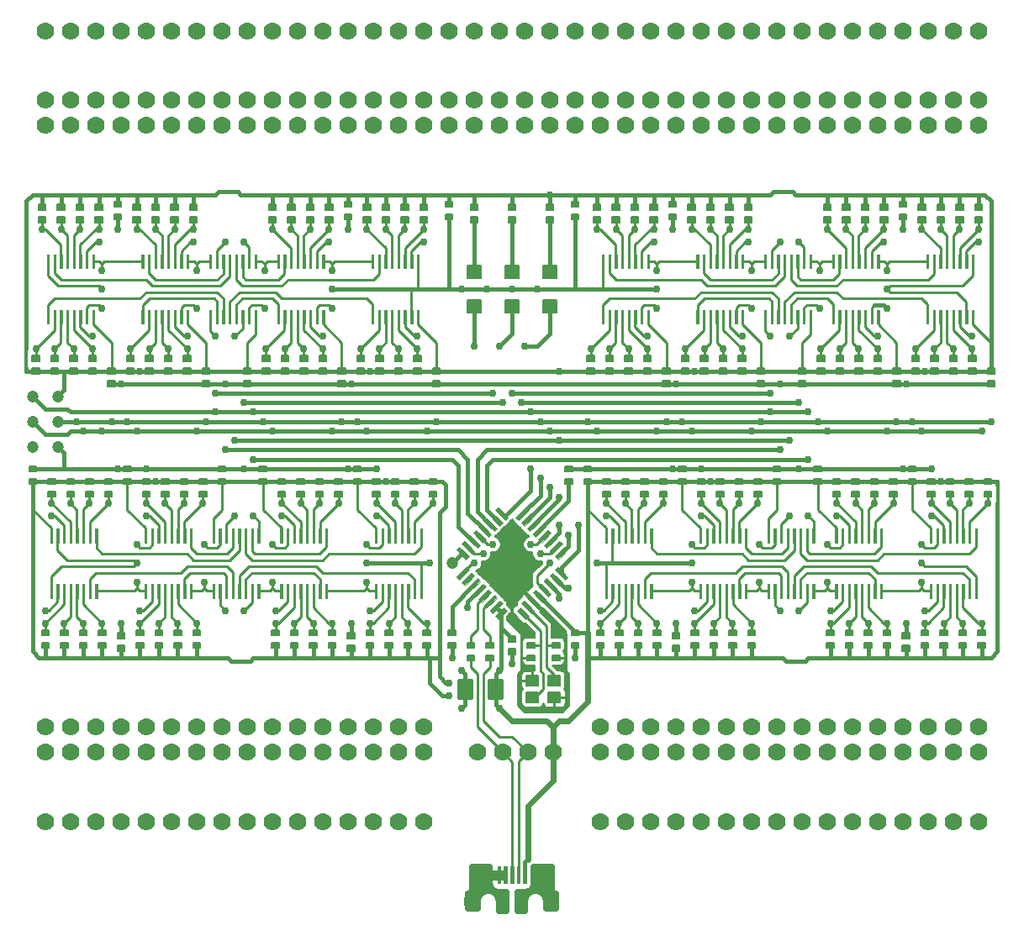
<source format=gtl>
G04 #@! TF.FileFunction,Copper,L1,Top,Signal*
%FSLAX46Y46*%
G04 Gerber Fmt 4.6, Leading zero omitted, Abs format (unit mm)*
G04 Created by KiCad (PCBNEW 0.201511251016+6329~38~ubuntu15.10.1-stable) date tis  1 dec 2015 15:17:35*
%MOMM*%
G01*
G04 APERTURE LIST*
%ADD10C,0.149860*%
%ADD11C,0.200000*%
%ADD12C,0.203200*%
%ADD13C,0.100000*%
%ADD14C,0.500000*%
%ADD15C,0.304800*%
%ADD16R,1.200000X1.000000*%
%ADD17R,0.711200X0.457200*%
%ADD18C,1.200000*%
%ADD19C,1.778000*%
%ADD20R,0.200000X1.400000*%
%ADD21R,0.300000X1.650000*%
%ADD22O,1.300000X2.100000*%
%ADD23O,1.040000X1.460000*%
%ADD24R,1.270000X1.778000*%
%ADD25R,1.295400X1.295400*%
%ADD26C,0.762000*%
%ADD27C,0.254000*%
%ADD28C,0.406400*%
%ADD29C,0.609600*%
G04 APERTURE END LIST*
D10*
D11*
G36*
X77675000Y-103902500D02*
X78875000Y-103902500D01*
X78875000Y-102902500D01*
X77675000Y-102902500D01*
X77675000Y-103902500D01*
G37*
X77675000Y-103902500D02*
X78875000Y-103902500D01*
X78875000Y-102902500D01*
X77675000Y-102902500D01*
X77675000Y-103902500D01*
G36*
X81075000Y-103902500D02*
X79875000Y-103902500D01*
X79875000Y-102902500D01*
X81075000Y-102902500D01*
X81075000Y-103902500D01*
G37*
X81075000Y-103902500D02*
X79875000Y-103902500D01*
X79875000Y-102902500D01*
X81075000Y-102902500D01*
X81075000Y-103902500D01*
G36*
X81075000Y-101202500D02*
X79875000Y-101202500D01*
X79875000Y-102202500D01*
X81075000Y-102202500D01*
X81075000Y-101202500D01*
G37*
X81075000Y-101202500D02*
X79875000Y-101202500D01*
X79875000Y-102202500D01*
X81075000Y-102202500D01*
X81075000Y-101202500D01*
G36*
X77675000Y-101202500D02*
X78875000Y-101202500D01*
X78875000Y-102202500D01*
X77675000Y-102202500D01*
X77675000Y-101202500D01*
G37*
X77675000Y-101202500D02*
X78875000Y-101202500D01*
X78875000Y-102202500D01*
X77675000Y-102202500D01*
X77675000Y-101202500D01*
D12*
G36*
X80365600Y-55524400D02*
X79654400Y-55524400D01*
X79654400Y-54965600D01*
X80365600Y-54965600D01*
X80365600Y-55524400D01*
G37*
X80365600Y-55524400D02*
X79654400Y-55524400D01*
X79654400Y-54965600D01*
X80365600Y-54965600D01*
X80365600Y-55524400D01*
G36*
X80365600Y-53695600D02*
X79654400Y-53695600D01*
X79654400Y-54254400D01*
X80365600Y-54254400D01*
X80365600Y-53695600D01*
G37*
X80365600Y-53695600D02*
X79654400Y-53695600D01*
X79654400Y-54254400D01*
X80365600Y-54254400D01*
X80365600Y-53695600D01*
G36*
X76555600Y-55524400D02*
X75844400Y-55524400D01*
X75844400Y-54965600D01*
X76555600Y-54965600D01*
X76555600Y-55524400D01*
G37*
X76555600Y-55524400D02*
X75844400Y-55524400D01*
X75844400Y-54965600D01*
X76555600Y-54965600D01*
X76555600Y-55524400D01*
G36*
X76555600Y-53695600D02*
X75844400Y-53695600D01*
X75844400Y-54254400D01*
X76555600Y-54254400D01*
X76555600Y-53695600D01*
G37*
X76555600Y-53695600D02*
X75844400Y-53695600D01*
X75844400Y-54254400D01*
X76555600Y-54254400D01*
X76555600Y-53695600D01*
G36*
X72745600Y-55524400D02*
X72034400Y-55524400D01*
X72034400Y-54965600D01*
X72745600Y-54965600D01*
X72745600Y-55524400D01*
G37*
X72745600Y-55524400D02*
X72034400Y-55524400D01*
X72034400Y-54965600D01*
X72745600Y-54965600D01*
X72745600Y-55524400D01*
G36*
X72745600Y-53695600D02*
X72034400Y-53695600D01*
X72034400Y-54254400D01*
X72745600Y-54254400D01*
X72745600Y-53695600D01*
G37*
X72745600Y-53695600D02*
X72034400Y-53695600D01*
X72034400Y-54254400D01*
X72745600Y-54254400D01*
X72745600Y-53695600D01*
G36*
X72428100Y-99656900D02*
X71716900Y-99656900D01*
X71716900Y-99098100D01*
X72428100Y-99098100D01*
X72428100Y-99656900D01*
G37*
X72428100Y-99656900D02*
X71716900Y-99656900D01*
X71716900Y-99098100D01*
X72428100Y-99098100D01*
X72428100Y-99656900D01*
G36*
X72428100Y-97828100D02*
X71716900Y-97828100D01*
X71716900Y-98386900D01*
X72428100Y-98386900D01*
X72428100Y-97828100D01*
G37*
X72428100Y-97828100D02*
X71716900Y-97828100D01*
X71716900Y-98386900D01*
X72428100Y-98386900D01*
X72428100Y-97828100D01*
G36*
X74333100Y-99656900D02*
X73621900Y-99656900D01*
X73621900Y-99098100D01*
X74333100Y-99098100D01*
X74333100Y-99656900D01*
G37*
X74333100Y-99656900D02*
X73621900Y-99656900D01*
X73621900Y-99098100D01*
X74333100Y-99098100D01*
X74333100Y-99656900D01*
G36*
X74333100Y-97828100D02*
X73621900Y-97828100D01*
X73621900Y-98386900D01*
X74333100Y-98386900D01*
X74333100Y-97828100D01*
G37*
X74333100Y-97828100D02*
X73621900Y-97828100D01*
X73621900Y-98386900D01*
X74333100Y-98386900D01*
X74333100Y-97828100D01*
G36*
X82270600Y-81876900D02*
X81559400Y-81876900D01*
X81559400Y-81318100D01*
X82270600Y-81318100D01*
X82270600Y-81876900D01*
G37*
X82270600Y-81876900D02*
X81559400Y-81876900D01*
X81559400Y-81318100D01*
X82270600Y-81318100D01*
X82270600Y-81876900D01*
G36*
X82270600Y-80048100D02*
X81559400Y-80048100D01*
X81559400Y-80606900D01*
X82270600Y-80606900D01*
X82270600Y-80048100D01*
G37*
X82270600Y-80048100D02*
X81559400Y-80048100D01*
X81559400Y-80606900D01*
X82270600Y-80606900D01*
X82270600Y-80048100D01*
G36*
X34251900Y-53695600D02*
X34963100Y-53695600D01*
X34963100Y-54254400D01*
X34251900Y-54254400D01*
X34251900Y-53695600D01*
G37*
X34251900Y-53695600D02*
X34963100Y-53695600D01*
X34963100Y-54254400D01*
X34251900Y-54254400D01*
X34251900Y-53695600D01*
G36*
X34251900Y-55524400D02*
X34963100Y-55524400D01*
X34963100Y-54965600D01*
X34251900Y-54965600D01*
X34251900Y-55524400D01*
G37*
X34251900Y-55524400D02*
X34963100Y-55524400D01*
X34963100Y-54965600D01*
X34251900Y-54965600D01*
X34251900Y-55524400D01*
G36*
X27901900Y-68935600D02*
X28613100Y-68935600D01*
X28613100Y-69494400D01*
X27901900Y-69494400D01*
X27901900Y-68935600D01*
G37*
X27901900Y-68935600D02*
X28613100Y-68935600D01*
X28613100Y-69494400D01*
X27901900Y-69494400D01*
X27901900Y-68935600D01*
G36*
X27901900Y-70764400D02*
X28613100Y-70764400D01*
X28613100Y-70205600D01*
X27901900Y-70205600D01*
X27901900Y-70764400D01*
G37*
X27901900Y-70764400D02*
X28613100Y-70764400D01*
X28613100Y-70205600D01*
X27901900Y-70205600D01*
X27901900Y-70764400D01*
G36*
X43776900Y-53695600D02*
X44488100Y-53695600D01*
X44488100Y-54254400D01*
X43776900Y-54254400D01*
X43776900Y-53695600D01*
G37*
X43776900Y-53695600D02*
X44488100Y-53695600D01*
X44488100Y-54254400D01*
X43776900Y-54254400D01*
X43776900Y-53695600D01*
G36*
X43776900Y-55524400D02*
X44488100Y-55524400D01*
X44488100Y-54965600D01*
X43776900Y-54965600D01*
X43776900Y-55524400D01*
G37*
X43776900Y-55524400D02*
X44488100Y-55524400D01*
X44488100Y-54965600D01*
X43776900Y-54965600D01*
X43776900Y-55524400D01*
G36*
X37426900Y-68935600D02*
X38138100Y-68935600D01*
X38138100Y-69494400D01*
X37426900Y-69494400D01*
X37426900Y-68935600D01*
G37*
X37426900Y-68935600D02*
X38138100Y-68935600D01*
X38138100Y-69494400D01*
X37426900Y-69494400D01*
X37426900Y-68935600D01*
G36*
X37426900Y-70764400D02*
X38138100Y-70764400D01*
X38138100Y-70205600D01*
X37426900Y-70205600D01*
X37426900Y-70764400D01*
G37*
X37426900Y-70764400D02*
X38138100Y-70764400D01*
X38138100Y-70205600D01*
X37426900Y-70205600D01*
X37426900Y-70764400D01*
G36*
X57429400Y-53695600D02*
X58140600Y-53695600D01*
X58140600Y-54254400D01*
X57429400Y-54254400D01*
X57429400Y-53695600D01*
G37*
X57429400Y-53695600D02*
X58140600Y-53695600D01*
X58140600Y-54254400D01*
X57429400Y-54254400D01*
X57429400Y-53695600D01*
G36*
X57429400Y-55524400D02*
X58140600Y-55524400D01*
X58140600Y-54965600D01*
X57429400Y-54965600D01*
X57429400Y-55524400D01*
G37*
X57429400Y-55524400D02*
X58140600Y-55524400D01*
X58140600Y-54965600D01*
X57429400Y-54965600D01*
X57429400Y-55524400D01*
G36*
X51079400Y-68935600D02*
X51790600Y-68935600D01*
X51790600Y-69494400D01*
X51079400Y-69494400D01*
X51079400Y-68935600D01*
G37*
X51079400Y-68935600D02*
X51790600Y-68935600D01*
X51790600Y-69494400D01*
X51079400Y-69494400D01*
X51079400Y-68935600D01*
G36*
X51079400Y-70764400D02*
X51790600Y-70764400D01*
X51790600Y-70205600D01*
X51079400Y-70205600D01*
X51079400Y-70764400D01*
G37*
X51079400Y-70764400D02*
X51790600Y-70764400D01*
X51790600Y-70205600D01*
X51079400Y-70205600D01*
X51079400Y-70764400D01*
G36*
X66954400Y-53695600D02*
X67665600Y-53695600D01*
X67665600Y-54254400D01*
X66954400Y-54254400D01*
X66954400Y-53695600D01*
G37*
X66954400Y-53695600D02*
X67665600Y-53695600D01*
X67665600Y-54254400D01*
X66954400Y-54254400D01*
X66954400Y-53695600D01*
G36*
X66954400Y-55524400D02*
X67665600Y-55524400D01*
X67665600Y-54965600D01*
X66954400Y-54965600D01*
X66954400Y-55524400D01*
G37*
X66954400Y-55524400D02*
X67665600Y-55524400D01*
X67665600Y-54965600D01*
X66954400Y-54965600D01*
X66954400Y-55524400D01*
G36*
X60604400Y-68935600D02*
X61315600Y-68935600D01*
X61315600Y-69494400D01*
X60604400Y-69494400D01*
X60604400Y-68935600D01*
G37*
X60604400Y-68935600D02*
X61315600Y-68935600D01*
X61315600Y-69494400D01*
X60604400Y-69494400D01*
X60604400Y-68935600D01*
G36*
X60604400Y-70764400D02*
X61315600Y-70764400D01*
X61315600Y-70205600D01*
X60604400Y-70205600D01*
X60604400Y-70764400D01*
G37*
X60604400Y-70764400D02*
X61315600Y-70764400D01*
X61315600Y-70205600D01*
X60604400Y-70205600D01*
X60604400Y-70764400D01*
G36*
X90131900Y-53695600D02*
X90843100Y-53695600D01*
X90843100Y-54254400D01*
X90131900Y-54254400D01*
X90131900Y-53695600D01*
G37*
X90131900Y-53695600D02*
X90843100Y-53695600D01*
X90843100Y-54254400D01*
X90131900Y-54254400D01*
X90131900Y-53695600D01*
G36*
X90131900Y-55524400D02*
X90843100Y-55524400D01*
X90843100Y-54965600D01*
X90131900Y-54965600D01*
X90131900Y-55524400D01*
G37*
X90131900Y-55524400D02*
X90843100Y-55524400D01*
X90843100Y-54965600D01*
X90131900Y-54965600D01*
X90131900Y-55524400D01*
G36*
X83781900Y-68935600D02*
X84493100Y-68935600D01*
X84493100Y-69494400D01*
X83781900Y-69494400D01*
X83781900Y-68935600D01*
G37*
X83781900Y-68935600D02*
X84493100Y-68935600D01*
X84493100Y-69494400D01*
X83781900Y-69494400D01*
X83781900Y-68935600D01*
G36*
X83781900Y-70764400D02*
X84493100Y-70764400D01*
X84493100Y-70205600D01*
X83781900Y-70205600D01*
X83781900Y-70764400D01*
G37*
X83781900Y-70764400D02*
X84493100Y-70764400D01*
X84493100Y-70205600D01*
X83781900Y-70205600D01*
X83781900Y-70764400D01*
G36*
X99656900Y-53695600D02*
X100368100Y-53695600D01*
X100368100Y-54254400D01*
X99656900Y-54254400D01*
X99656900Y-53695600D01*
G37*
X99656900Y-53695600D02*
X100368100Y-53695600D01*
X100368100Y-54254400D01*
X99656900Y-54254400D01*
X99656900Y-53695600D01*
G36*
X99656900Y-55524400D02*
X100368100Y-55524400D01*
X100368100Y-54965600D01*
X99656900Y-54965600D01*
X99656900Y-55524400D01*
G37*
X99656900Y-55524400D02*
X100368100Y-55524400D01*
X100368100Y-54965600D01*
X99656900Y-54965600D01*
X99656900Y-55524400D01*
G36*
X93306900Y-68935600D02*
X94018100Y-68935600D01*
X94018100Y-69494400D01*
X93306900Y-69494400D01*
X93306900Y-68935600D01*
G37*
X93306900Y-68935600D02*
X94018100Y-68935600D01*
X94018100Y-69494400D01*
X93306900Y-69494400D01*
X93306900Y-68935600D01*
G36*
X93306900Y-70764400D02*
X94018100Y-70764400D01*
X94018100Y-70205600D01*
X93306900Y-70205600D01*
X93306900Y-70764400D01*
G37*
X93306900Y-70764400D02*
X94018100Y-70764400D01*
X94018100Y-70205600D01*
X93306900Y-70205600D01*
X93306900Y-70764400D01*
G36*
X113309400Y-53695600D02*
X114020600Y-53695600D01*
X114020600Y-54254400D01*
X113309400Y-54254400D01*
X113309400Y-53695600D01*
G37*
X113309400Y-53695600D02*
X114020600Y-53695600D01*
X114020600Y-54254400D01*
X113309400Y-54254400D01*
X113309400Y-53695600D01*
G36*
X113309400Y-55524400D02*
X114020600Y-55524400D01*
X114020600Y-54965600D01*
X113309400Y-54965600D01*
X113309400Y-55524400D01*
G37*
X113309400Y-55524400D02*
X114020600Y-55524400D01*
X114020600Y-54965600D01*
X113309400Y-54965600D01*
X113309400Y-55524400D01*
G36*
X106959400Y-68935600D02*
X107670600Y-68935600D01*
X107670600Y-69494400D01*
X106959400Y-69494400D01*
X106959400Y-68935600D01*
G37*
X106959400Y-68935600D02*
X107670600Y-68935600D01*
X107670600Y-69494400D01*
X106959400Y-69494400D01*
X106959400Y-68935600D01*
G36*
X106959400Y-70764400D02*
X107670600Y-70764400D01*
X107670600Y-70205600D01*
X106959400Y-70205600D01*
X106959400Y-70764400D01*
G37*
X106959400Y-70764400D02*
X107670600Y-70764400D01*
X107670600Y-70205600D01*
X106959400Y-70205600D01*
X106959400Y-70764400D01*
G36*
X122834400Y-53695600D02*
X123545600Y-53695600D01*
X123545600Y-54254400D01*
X122834400Y-54254400D01*
X122834400Y-53695600D01*
G37*
X122834400Y-53695600D02*
X123545600Y-53695600D01*
X123545600Y-54254400D01*
X122834400Y-54254400D01*
X122834400Y-53695600D01*
G36*
X122834400Y-55524400D02*
X123545600Y-55524400D01*
X123545600Y-54965600D01*
X122834400Y-54965600D01*
X122834400Y-55524400D01*
G37*
X122834400Y-55524400D02*
X123545600Y-55524400D01*
X123545600Y-54965600D01*
X122834400Y-54965600D01*
X122834400Y-55524400D01*
G36*
X116484400Y-68935600D02*
X117195600Y-68935600D01*
X117195600Y-69494400D01*
X116484400Y-69494400D01*
X116484400Y-68935600D01*
G37*
X116484400Y-68935600D02*
X117195600Y-68935600D01*
X117195600Y-69494400D01*
X116484400Y-69494400D01*
X116484400Y-68935600D01*
G36*
X116484400Y-70764400D02*
X117195600Y-70764400D01*
X117195600Y-70205600D01*
X116484400Y-70205600D01*
X116484400Y-70764400D01*
G37*
X116484400Y-70764400D02*
X117195600Y-70764400D01*
X117195600Y-70205600D01*
X116484400Y-70205600D01*
X116484400Y-70764400D01*
G36*
X32346900Y-53695600D02*
X33058100Y-53695600D01*
X33058100Y-54254400D01*
X32346900Y-54254400D01*
X32346900Y-53695600D01*
G37*
X32346900Y-53695600D02*
X33058100Y-53695600D01*
X33058100Y-54254400D01*
X32346900Y-54254400D01*
X32346900Y-53695600D01*
G36*
X32346900Y-55524400D02*
X33058100Y-55524400D01*
X33058100Y-54965600D01*
X32346900Y-54965600D01*
X32346900Y-55524400D01*
G37*
X32346900Y-55524400D02*
X33058100Y-55524400D01*
X33058100Y-54965600D01*
X32346900Y-54965600D01*
X32346900Y-55524400D01*
G36*
X29806900Y-68935600D02*
X30518100Y-68935600D01*
X30518100Y-69494400D01*
X29806900Y-69494400D01*
X29806900Y-68935600D01*
G37*
X29806900Y-68935600D02*
X30518100Y-68935600D01*
X30518100Y-69494400D01*
X29806900Y-69494400D01*
X29806900Y-68935600D01*
G36*
X29806900Y-70764400D02*
X30518100Y-70764400D01*
X30518100Y-70205600D01*
X29806900Y-70205600D01*
X29806900Y-70764400D01*
G37*
X29806900Y-70764400D02*
X30518100Y-70764400D01*
X30518100Y-70205600D01*
X29806900Y-70205600D01*
X29806900Y-70764400D01*
G36*
X41871900Y-53695600D02*
X42583100Y-53695600D01*
X42583100Y-54254400D01*
X41871900Y-54254400D01*
X41871900Y-53695600D01*
G37*
X41871900Y-53695600D02*
X42583100Y-53695600D01*
X42583100Y-54254400D01*
X41871900Y-54254400D01*
X41871900Y-53695600D01*
G36*
X41871900Y-55524400D02*
X42583100Y-55524400D01*
X42583100Y-54965600D01*
X41871900Y-54965600D01*
X41871900Y-55524400D01*
G37*
X41871900Y-55524400D02*
X42583100Y-55524400D01*
X42583100Y-54965600D01*
X41871900Y-54965600D01*
X41871900Y-55524400D01*
G36*
X39331900Y-68935600D02*
X40043100Y-68935600D01*
X40043100Y-69494400D01*
X39331900Y-69494400D01*
X39331900Y-68935600D01*
G37*
X39331900Y-68935600D02*
X40043100Y-68935600D01*
X40043100Y-69494400D01*
X39331900Y-69494400D01*
X39331900Y-68935600D01*
G36*
X39331900Y-70764400D02*
X40043100Y-70764400D01*
X40043100Y-70205600D01*
X39331900Y-70205600D01*
X39331900Y-70764400D01*
G37*
X39331900Y-70764400D02*
X40043100Y-70764400D01*
X40043100Y-70205600D01*
X39331900Y-70205600D01*
X39331900Y-70764400D01*
G36*
X55524400Y-53695600D02*
X56235600Y-53695600D01*
X56235600Y-54254400D01*
X55524400Y-54254400D01*
X55524400Y-53695600D01*
G37*
X55524400Y-53695600D02*
X56235600Y-53695600D01*
X56235600Y-54254400D01*
X55524400Y-54254400D01*
X55524400Y-53695600D01*
G36*
X55524400Y-55524400D02*
X56235600Y-55524400D01*
X56235600Y-54965600D01*
X55524400Y-54965600D01*
X55524400Y-55524400D01*
G37*
X55524400Y-55524400D02*
X56235600Y-55524400D01*
X56235600Y-54965600D01*
X55524400Y-54965600D01*
X55524400Y-55524400D01*
G36*
X52984400Y-68935600D02*
X53695600Y-68935600D01*
X53695600Y-69494400D01*
X52984400Y-69494400D01*
X52984400Y-68935600D01*
G37*
X52984400Y-68935600D02*
X53695600Y-68935600D01*
X53695600Y-69494400D01*
X52984400Y-69494400D01*
X52984400Y-68935600D01*
G36*
X52984400Y-70764400D02*
X53695600Y-70764400D01*
X53695600Y-70205600D01*
X52984400Y-70205600D01*
X52984400Y-70764400D01*
G37*
X52984400Y-70764400D02*
X53695600Y-70764400D01*
X53695600Y-70205600D01*
X52984400Y-70205600D01*
X52984400Y-70764400D01*
G36*
X65049400Y-53695600D02*
X65760600Y-53695600D01*
X65760600Y-54254400D01*
X65049400Y-54254400D01*
X65049400Y-53695600D01*
G37*
X65049400Y-53695600D02*
X65760600Y-53695600D01*
X65760600Y-54254400D01*
X65049400Y-54254400D01*
X65049400Y-53695600D01*
G36*
X65049400Y-55524400D02*
X65760600Y-55524400D01*
X65760600Y-54965600D01*
X65049400Y-54965600D01*
X65049400Y-55524400D01*
G37*
X65049400Y-55524400D02*
X65760600Y-55524400D01*
X65760600Y-54965600D01*
X65049400Y-54965600D01*
X65049400Y-55524400D01*
G36*
X62509400Y-68935600D02*
X63220600Y-68935600D01*
X63220600Y-69494400D01*
X62509400Y-69494400D01*
X62509400Y-68935600D01*
G37*
X62509400Y-68935600D02*
X63220600Y-68935600D01*
X63220600Y-69494400D01*
X62509400Y-69494400D01*
X62509400Y-68935600D01*
G36*
X62509400Y-70764400D02*
X63220600Y-70764400D01*
X63220600Y-70205600D01*
X62509400Y-70205600D01*
X62509400Y-70764400D01*
G37*
X62509400Y-70764400D02*
X63220600Y-70764400D01*
X63220600Y-70205600D01*
X62509400Y-70205600D01*
X62509400Y-70764400D01*
G36*
X88226900Y-53695600D02*
X88938100Y-53695600D01*
X88938100Y-54254400D01*
X88226900Y-54254400D01*
X88226900Y-53695600D01*
G37*
X88226900Y-53695600D02*
X88938100Y-53695600D01*
X88938100Y-54254400D01*
X88226900Y-54254400D01*
X88226900Y-53695600D01*
G36*
X88226900Y-55524400D02*
X88938100Y-55524400D01*
X88938100Y-54965600D01*
X88226900Y-54965600D01*
X88226900Y-55524400D01*
G37*
X88226900Y-55524400D02*
X88938100Y-55524400D01*
X88938100Y-54965600D01*
X88226900Y-54965600D01*
X88226900Y-55524400D01*
G36*
X85686900Y-68935600D02*
X86398100Y-68935600D01*
X86398100Y-69494400D01*
X85686900Y-69494400D01*
X85686900Y-68935600D01*
G37*
X85686900Y-68935600D02*
X86398100Y-68935600D01*
X86398100Y-69494400D01*
X85686900Y-69494400D01*
X85686900Y-68935600D01*
G36*
X85686900Y-70764400D02*
X86398100Y-70764400D01*
X86398100Y-70205600D01*
X85686900Y-70205600D01*
X85686900Y-70764400D01*
G37*
X85686900Y-70764400D02*
X86398100Y-70764400D01*
X86398100Y-70205600D01*
X85686900Y-70205600D01*
X85686900Y-70764400D01*
G36*
X97751900Y-53695600D02*
X98463100Y-53695600D01*
X98463100Y-54254400D01*
X97751900Y-54254400D01*
X97751900Y-53695600D01*
G37*
X97751900Y-53695600D02*
X98463100Y-53695600D01*
X98463100Y-54254400D01*
X97751900Y-54254400D01*
X97751900Y-53695600D01*
G36*
X97751900Y-55524400D02*
X98463100Y-55524400D01*
X98463100Y-54965600D01*
X97751900Y-54965600D01*
X97751900Y-55524400D01*
G37*
X97751900Y-55524400D02*
X98463100Y-55524400D01*
X98463100Y-54965600D01*
X97751900Y-54965600D01*
X97751900Y-55524400D01*
G36*
X95211900Y-68935600D02*
X95923100Y-68935600D01*
X95923100Y-69494400D01*
X95211900Y-69494400D01*
X95211900Y-68935600D01*
G37*
X95211900Y-68935600D02*
X95923100Y-68935600D01*
X95923100Y-69494400D01*
X95211900Y-69494400D01*
X95211900Y-68935600D01*
G36*
X95211900Y-70764400D02*
X95923100Y-70764400D01*
X95923100Y-70205600D01*
X95211900Y-70205600D01*
X95211900Y-70764400D01*
G37*
X95211900Y-70764400D02*
X95923100Y-70764400D01*
X95923100Y-70205600D01*
X95211900Y-70205600D01*
X95211900Y-70764400D01*
G36*
X111404400Y-53695600D02*
X112115600Y-53695600D01*
X112115600Y-54254400D01*
X111404400Y-54254400D01*
X111404400Y-53695600D01*
G37*
X111404400Y-53695600D02*
X112115600Y-53695600D01*
X112115600Y-54254400D01*
X111404400Y-54254400D01*
X111404400Y-53695600D01*
G36*
X111404400Y-55524400D02*
X112115600Y-55524400D01*
X112115600Y-54965600D01*
X111404400Y-54965600D01*
X111404400Y-55524400D01*
G37*
X111404400Y-55524400D02*
X112115600Y-55524400D01*
X112115600Y-54965600D01*
X111404400Y-54965600D01*
X111404400Y-55524400D01*
G36*
X108864400Y-68935600D02*
X109575600Y-68935600D01*
X109575600Y-69494400D01*
X108864400Y-69494400D01*
X108864400Y-68935600D01*
G37*
X108864400Y-68935600D02*
X109575600Y-68935600D01*
X109575600Y-69494400D01*
X108864400Y-69494400D01*
X108864400Y-68935600D01*
G36*
X108864400Y-70764400D02*
X109575600Y-70764400D01*
X109575600Y-70205600D01*
X108864400Y-70205600D01*
X108864400Y-70764400D01*
G37*
X108864400Y-70764400D02*
X109575600Y-70764400D01*
X109575600Y-70205600D01*
X108864400Y-70205600D01*
X108864400Y-70764400D01*
G36*
X120929400Y-53695600D02*
X121640600Y-53695600D01*
X121640600Y-54254400D01*
X120929400Y-54254400D01*
X120929400Y-53695600D01*
G37*
X120929400Y-53695600D02*
X121640600Y-53695600D01*
X121640600Y-54254400D01*
X120929400Y-54254400D01*
X120929400Y-53695600D01*
G36*
X120929400Y-55524400D02*
X121640600Y-55524400D01*
X121640600Y-54965600D01*
X120929400Y-54965600D01*
X120929400Y-55524400D01*
G37*
X120929400Y-55524400D02*
X121640600Y-55524400D01*
X121640600Y-54965600D01*
X120929400Y-54965600D01*
X120929400Y-55524400D01*
G36*
X118389400Y-68935600D02*
X119100600Y-68935600D01*
X119100600Y-69494400D01*
X118389400Y-69494400D01*
X118389400Y-68935600D01*
G37*
X118389400Y-68935600D02*
X119100600Y-68935600D01*
X119100600Y-69494400D01*
X118389400Y-69494400D01*
X118389400Y-68935600D01*
G36*
X118389400Y-70764400D02*
X119100600Y-70764400D01*
X119100600Y-70205600D01*
X118389400Y-70205600D01*
X118389400Y-70764400D01*
G37*
X118389400Y-70764400D02*
X119100600Y-70764400D01*
X119100600Y-70205600D01*
X118389400Y-70205600D01*
X118389400Y-70764400D01*
G36*
X30441900Y-53695600D02*
X31153100Y-53695600D01*
X31153100Y-54254400D01*
X30441900Y-54254400D01*
X30441900Y-53695600D01*
G37*
X30441900Y-53695600D02*
X31153100Y-53695600D01*
X31153100Y-54254400D01*
X30441900Y-54254400D01*
X30441900Y-53695600D01*
G36*
X30441900Y-55524400D02*
X31153100Y-55524400D01*
X31153100Y-54965600D01*
X30441900Y-54965600D01*
X30441900Y-55524400D01*
G37*
X30441900Y-55524400D02*
X31153100Y-55524400D01*
X31153100Y-54965600D01*
X30441900Y-54965600D01*
X30441900Y-55524400D01*
G36*
X31711900Y-68935600D02*
X32423100Y-68935600D01*
X32423100Y-69494400D01*
X31711900Y-69494400D01*
X31711900Y-68935600D01*
G37*
X31711900Y-68935600D02*
X32423100Y-68935600D01*
X32423100Y-69494400D01*
X31711900Y-69494400D01*
X31711900Y-68935600D01*
G36*
X31711900Y-70764400D02*
X32423100Y-70764400D01*
X32423100Y-70205600D01*
X31711900Y-70205600D01*
X31711900Y-70764400D01*
G37*
X31711900Y-70764400D02*
X32423100Y-70764400D01*
X32423100Y-70205600D01*
X31711900Y-70205600D01*
X31711900Y-70764400D01*
G36*
X39966900Y-53695600D02*
X40678100Y-53695600D01*
X40678100Y-54254400D01*
X39966900Y-54254400D01*
X39966900Y-53695600D01*
G37*
X39966900Y-53695600D02*
X40678100Y-53695600D01*
X40678100Y-54254400D01*
X39966900Y-54254400D01*
X39966900Y-53695600D01*
G36*
X39966900Y-55524400D02*
X40678100Y-55524400D01*
X40678100Y-54965600D01*
X39966900Y-54965600D01*
X39966900Y-55524400D01*
G37*
X39966900Y-55524400D02*
X40678100Y-55524400D01*
X40678100Y-54965600D01*
X39966900Y-54965600D01*
X39966900Y-55524400D01*
G36*
X41236900Y-68935600D02*
X41948100Y-68935600D01*
X41948100Y-69494400D01*
X41236900Y-69494400D01*
X41236900Y-68935600D01*
G37*
X41236900Y-68935600D02*
X41948100Y-68935600D01*
X41948100Y-69494400D01*
X41236900Y-69494400D01*
X41236900Y-68935600D01*
G36*
X41236900Y-70764400D02*
X41948100Y-70764400D01*
X41948100Y-70205600D01*
X41236900Y-70205600D01*
X41236900Y-70764400D01*
G37*
X41236900Y-70764400D02*
X41948100Y-70764400D01*
X41948100Y-70205600D01*
X41236900Y-70205600D01*
X41236900Y-70764400D01*
G36*
X53619400Y-53695600D02*
X54330600Y-53695600D01*
X54330600Y-54254400D01*
X53619400Y-54254400D01*
X53619400Y-53695600D01*
G37*
X53619400Y-53695600D02*
X54330600Y-53695600D01*
X54330600Y-54254400D01*
X53619400Y-54254400D01*
X53619400Y-53695600D01*
G36*
X53619400Y-55524400D02*
X54330600Y-55524400D01*
X54330600Y-54965600D01*
X53619400Y-54965600D01*
X53619400Y-55524400D01*
G37*
X53619400Y-55524400D02*
X54330600Y-55524400D01*
X54330600Y-54965600D01*
X53619400Y-54965600D01*
X53619400Y-55524400D01*
G36*
X54889400Y-68935600D02*
X55600600Y-68935600D01*
X55600600Y-69494400D01*
X54889400Y-69494400D01*
X54889400Y-68935600D01*
G37*
X54889400Y-68935600D02*
X55600600Y-68935600D01*
X55600600Y-69494400D01*
X54889400Y-69494400D01*
X54889400Y-68935600D01*
G36*
X54889400Y-70764400D02*
X55600600Y-70764400D01*
X55600600Y-70205600D01*
X54889400Y-70205600D01*
X54889400Y-70764400D01*
G37*
X54889400Y-70764400D02*
X55600600Y-70764400D01*
X55600600Y-70205600D01*
X54889400Y-70205600D01*
X54889400Y-70764400D01*
G36*
X63144400Y-53695600D02*
X63855600Y-53695600D01*
X63855600Y-54254400D01*
X63144400Y-54254400D01*
X63144400Y-53695600D01*
G37*
X63144400Y-53695600D02*
X63855600Y-53695600D01*
X63855600Y-54254400D01*
X63144400Y-54254400D01*
X63144400Y-53695600D01*
G36*
X63144400Y-55524400D02*
X63855600Y-55524400D01*
X63855600Y-54965600D01*
X63144400Y-54965600D01*
X63144400Y-55524400D01*
G37*
X63144400Y-55524400D02*
X63855600Y-55524400D01*
X63855600Y-54965600D01*
X63144400Y-54965600D01*
X63144400Y-55524400D01*
G36*
X64414400Y-68935600D02*
X65125600Y-68935600D01*
X65125600Y-69494400D01*
X64414400Y-69494400D01*
X64414400Y-68935600D01*
G37*
X64414400Y-68935600D02*
X65125600Y-68935600D01*
X65125600Y-69494400D01*
X64414400Y-69494400D01*
X64414400Y-68935600D01*
G36*
X64414400Y-70764400D02*
X65125600Y-70764400D01*
X65125600Y-70205600D01*
X64414400Y-70205600D01*
X64414400Y-70764400D01*
G37*
X64414400Y-70764400D02*
X65125600Y-70764400D01*
X65125600Y-70205600D01*
X64414400Y-70205600D01*
X64414400Y-70764400D01*
G36*
X86321900Y-53695600D02*
X87033100Y-53695600D01*
X87033100Y-54254400D01*
X86321900Y-54254400D01*
X86321900Y-53695600D01*
G37*
X86321900Y-53695600D02*
X87033100Y-53695600D01*
X87033100Y-54254400D01*
X86321900Y-54254400D01*
X86321900Y-53695600D01*
G36*
X86321900Y-55524400D02*
X87033100Y-55524400D01*
X87033100Y-54965600D01*
X86321900Y-54965600D01*
X86321900Y-55524400D01*
G37*
X86321900Y-55524400D02*
X87033100Y-55524400D01*
X87033100Y-54965600D01*
X86321900Y-54965600D01*
X86321900Y-55524400D01*
G36*
X87591900Y-68935600D02*
X88303100Y-68935600D01*
X88303100Y-69494400D01*
X87591900Y-69494400D01*
X87591900Y-68935600D01*
G37*
X87591900Y-68935600D02*
X88303100Y-68935600D01*
X88303100Y-69494400D01*
X87591900Y-69494400D01*
X87591900Y-68935600D01*
G36*
X87591900Y-70764400D02*
X88303100Y-70764400D01*
X88303100Y-70205600D01*
X87591900Y-70205600D01*
X87591900Y-70764400D01*
G37*
X87591900Y-70764400D02*
X88303100Y-70764400D01*
X88303100Y-70205600D01*
X87591900Y-70205600D01*
X87591900Y-70764400D01*
G36*
X95846900Y-53695600D02*
X96558100Y-53695600D01*
X96558100Y-54254400D01*
X95846900Y-54254400D01*
X95846900Y-53695600D01*
G37*
X95846900Y-53695600D02*
X96558100Y-53695600D01*
X96558100Y-54254400D01*
X95846900Y-54254400D01*
X95846900Y-53695600D01*
G36*
X95846900Y-55524400D02*
X96558100Y-55524400D01*
X96558100Y-54965600D01*
X95846900Y-54965600D01*
X95846900Y-55524400D01*
G37*
X95846900Y-55524400D02*
X96558100Y-55524400D01*
X96558100Y-54965600D01*
X95846900Y-54965600D01*
X95846900Y-55524400D01*
G36*
X97116900Y-68935600D02*
X97828100Y-68935600D01*
X97828100Y-69494400D01*
X97116900Y-69494400D01*
X97116900Y-68935600D01*
G37*
X97116900Y-68935600D02*
X97828100Y-68935600D01*
X97828100Y-69494400D01*
X97116900Y-69494400D01*
X97116900Y-68935600D01*
G36*
X97116900Y-70764400D02*
X97828100Y-70764400D01*
X97828100Y-70205600D01*
X97116900Y-70205600D01*
X97116900Y-70764400D01*
G37*
X97116900Y-70764400D02*
X97828100Y-70764400D01*
X97828100Y-70205600D01*
X97116900Y-70205600D01*
X97116900Y-70764400D01*
G36*
X109499400Y-53695600D02*
X110210600Y-53695600D01*
X110210600Y-54254400D01*
X109499400Y-54254400D01*
X109499400Y-53695600D01*
G37*
X109499400Y-53695600D02*
X110210600Y-53695600D01*
X110210600Y-54254400D01*
X109499400Y-54254400D01*
X109499400Y-53695600D01*
G36*
X109499400Y-55524400D02*
X110210600Y-55524400D01*
X110210600Y-54965600D01*
X109499400Y-54965600D01*
X109499400Y-55524400D01*
G37*
X109499400Y-55524400D02*
X110210600Y-55524400D01*
X110210600Y-54965600D01*
X109499400Y-54965600D01*
X109499400Y-55524400D01*
G36*
X110769400Y-68935600D02*
X111480600Y-68935600D01*
X111480600Y-69494400D01*
X110769400Y-69494400D01*
X110769400Y-68935600D01*
G37*
X110769400Y-68935600D02*
X111480600Y-68935600D01*
X111480600Y-69494400D01*
X110769400Y-69494400D01*
X110769400Y-68935600D01*
G36*
X110769400Y-70764400D02*
X111480600Y-70764400D01*
X111480600Y-70205600D01*
X110769400Y-70205600D01*
X110769400Y-70764400D01*
G37*
X110769400Y-70764400D02*
X111480600Y-70764400D01*
X111480600Y-70205600D01*
X110769400Y-70205600D01*
X110769400Y-70764400D01*
G36*
X119024400Y-53695600D02*
X119735600Y-53695600D01*
X119735600Y-54254400D01*
X119024400Y-54254400D01*
X119024400Y-53695600D01*
G37*
X119024400Y-53695600D02*
X119735600Y-53695600D01*
X119735600Y-54254400D01*
X119024400Y-54254400D01*
X119024400Y-53695600D01*
G36*
X119024400Y-55524400D02*
X119735600Y-55524400D01*
X119735600Y-54965600D01*
X119024400Y-54965600D01*
X119024400Y-55524400D01*
G37*
X119024400Y-55524400D02*
X119735600Y-55524400D01*
X119735600Y-54965600D01*
X119024400Y-54965600D01*
X119024400Y-55524400D01*
G36*
X120294400Y-68935600D02*
X121005600Y-68935600D01*
X121005600Y-69494400D01*
X120294400Y-69494400D01*
X120294400Y-68935600D01*
G37*
X120294400Y-68935600D02*
X121005600Y-68935600D01*
X121005600Y-69494400D01*
X120294400Y-69494400D01*
X120294400Y-68935600D01*
G36*
X120294400Y-70764400D02*
X121005600Y-70764400D01*
X121005600Y-70205600D01*
X120294400Y-70205600D01*
X120294400Y-70764400D01*
G37*
X120294400Y-70764400D02*
X121005600Y-70764400D01*
X121005600Y-70205600D01*
X120294400Y-70205600D01*
X120294400Y-70764400D01*
G36*
X28536900Y-53695600D02*
X29248100Y-53695600D01*
X29248100Y-54254400D01*
X28536900Y-54254400D01*
X28536900Y-53695600D01*
G37*
X28536900Y-53695600D02*
X29248100Y-53695600D01*
X29248100Y-54254400D01*
X28536900Y-54254400D01*
X28536900Y-53695600D01*
G36*
X28536900Y-55524400D02*
X29248100Y-55524400D01*
X29248100Y-54965600D01*
X28536900Y-54965600D01*
X28536900Y-55524400D01*
G37*
X28536900Y-55524400D02*
X29248100Y-55524400D01*
X29248100Y-54965600D01*
X28536900Y-54965600D01*
X28536900Y-55524400D01*
G36*
X33616900Y-68935600D02*
X34328100Y-68935600D01*
X34328100Y-69494400D01*
X33616900Y-69494400D01*
X33616900Y-68935600D01*
G37*
X33616900Y-68935600D02*
X34328100Y-68935600D01*
X34328100Y-69494400D01*
X33616900Y-69494400D01*
X33616900Y-68935600D01*
G36*
X33616900Y-70764400D02*
X34328100Y-70764400D01*
X34328100Y-70205600D01*
X33616900Y-70205600D01*
X33616900Y-70764400D01*
G37*
X33616900Y-70764400D02*
X34328100Y-70764400D01*
X34328100Y-70205600D01*
X33616900Y-70205600D01*
X33616900Y-70764400D01*
G36*
X38061900Y-53695600D02*
X38773100Y-53695600D01*
X38773100Y-54254400D01*
X38061900Y-54254400D01*
X38061900Y-53695600D01*
G37*
X38061900Y-53695600D02*
X38773100Y-53695600D01*
X38773100Y-54254400D01*
X38061900Y-54254400D01*
X38061900Y-53695600D01*
G36*
X38061900Y-55524400D02*
X38773100Y-55524400D01*
X38773100Y-54965600D01*
X38061900Y-54965600D01*
X38061900Y-55524400D01*
G37*
X38061900Y-55524400D02*
X38773100Y-55524400D01*
X38773100Y-54965600D01*
X38061900Y-54965600D01*
X38061900Y-55524400D01*
G36*
X43141900Y-68935600D02*
X43853100Y-68935600D01*
X43853100Y-69494400D01*
X43141900Y-69494400D01*
X43141900Y-68935600D01*
G37*
X43141900Y-68935600D02*
X43853100Y-68935600D01*
X43853100Y-69494400D01*
X43141900Y-69494400D01*
X43141900Y-68935600D01*
G36*
X43141900Y-70764400D02*
X43853100Y-70764400D01*
X43853100Y-70205600D01*
X43141900Y-70205600D01*
X43141900Y-70764400D01*
G37*
X43141900Y-70764400D02*
X43853100Y-70764400D01*
X43853100Y-70205600D01*
X43141900Y-70205600D01*
X43141900Y-70764400D01*
G36*
X51714400Y-53695600D02*
X52425600Y-53695600D01*
X52425600Y-54254400D01*
X51714400Y-54254400D01*
X51714400Y-53695600D01*
G37*
X51714400Y-53695600D02*
X52425600Y-53695600D01*
X52425600Y-54254400D01*
X51714400Y-54254400D01*
X51714400Y-53695600D01*
G36*
X51714400Y-55524400D02*
X52425600Y-55524400D01*
X52425600Y-54965600D01*
X51714400Y-54965600D01*
X51714400Y-55524400D01*
G37*
X51714400Y-55524400D02*
X52425600Y-55524400D01*
X52425600Y-54965600D01*
X51714400Y-54965600D01*
X51714400Y-55524400D01*
G36*
X56794400Y-68935600D02*
X57505600Y-68935600D01*
X57505600Y-69494400D01*
X56794400Y-69494400D01*
X56794400Y-68935600D01*
G37*
X56794400Y-68935600D02*
X57505600Y-68935600D01*
X57505600Y-69494400D01*
X56794400Y-69494400D01*
X56794400Y-68935600D01*
G36*
X56794400Y-70764400D02*
X57505600Y-70764400D01*
X57505600Y-70205600D01*
X56794400Y-70205600D01*
X56794400Y-70764400D01*
G37*
X56794400Y-70764400D02*
X57505600Y-70764400D01*
X57505600Y-70205600D01*
X56794400Y-70205600D01*
X56794400Y-70764400D01*
G36*
X61239400Y-53695600D02*
X61950600Y-53695600D01*
X61950600Y-54254400D01*
X61239400Y-54254400D01*
X61239400Y-53695600D01*
G37*
X61239400Y-53695600D02*
X61950600Y-53695600D01*
X61950600Y-54254400D01*
X61239400Y-54254400D01*
X61239400Y-53695600D01*
G36*
X61239400Y-55524400D02*
X61950600Y-55524400D01*
X61950600Y-54965600D01*
X61239400Y-54965600D01*
X61239400Y-55524400D01*
G37*
X61239400Y-55524400D02*
X61950600Y-55524400D01*
X61950600Y-54965600D01*
X61239400Y-54965600D01*
X61239400Y-55524400D01*
G36*
X66319400Y-68935600D02*
X67030600Y-68935600D01*
X67030600Y-69494400D01*
X66319400Y-69494400D01*
X66319400Y-68935600D01*
G37*
X66319400Y-68935600D02*
X67030600Y-68935600D01*
X67030600Y-69494400D01*
X66319400Y-69494400D01*
X66319400Y-68935600D01*
G36*
X66319400Y-70764400D02*
X67030600Y-70764400D01*
X67030600Y-70205600D01*
X66319400Y-70205600D01*
X66319400Y-70764400D01*
G37*
X66319400Y-70764400D02*
X67030600Y-70764400D01*
X67030600Y-70205600D01*
X66319400Y-70205600D01*
X66319400Y-70764400D01*
G36*
X84416900Y-53695600D02*
X85128100Y-53695600D01*
X85128100Y-54254400D01*
X84416900Y-54254400D01*
X84416900Y-53695600D01*
G37*
X84416900Y-53695600D02*
X85128100Y-53695600D01*
X85128100Y-54254400D01*
X84416900Y-54254400D01*
X84416900Y-53695600D01*
G36*
X84416900Y-55524400D02*
X85128100Y-55524400D01*
X85128100Y-54965600D01*
X84416900Y-54965600D01*
X84416900Y-55524400D01*
G37*
X84416900Y-55524400D02*
X85128100Y-55524400D01*
X85128100Y-54965600D01*
X84416900Y-54965600D01*
X84416900Y-55524400D01*
G36*
X89496900Y-68935600D02*
X90208100Y-68935600D01*
X90208100Y-69494400D01*
X89496900Y-69494400D01*
X89496900Y-68935600D01*
G37*
X89496900Y-68935600D02*
X90208100Y-68935600D01*
X90208100Y-69494400D01*
X89496900Y-69494400D01*
X89496900Y-68935600D01*
G36*
X89496900Y-70764400D02*
X90208100Y-70764400D01*
X90208100Y-70205600D01*
X89496900Y-70205600D01*
X89496900Y-70764400D01*
G37*
X89496900Y-70764400D02*
X90208100Y-70764400D01*
X90208100Y-70205600D01*
X89496900Y-70205600D01*
X89496900Y-70764400D01*
G36*
X93941900Y-53695600D02*
X94653100Y-53695600D01*
X94653100Y-54254400D01*
X93941900Y-54254400D01*
X93941900Y-53695600D01*
G37*
X93941900Y-53695600D02*
X94653100Y-53695600D01*
X94653100Y-54254400D01*
X93941900Y-54254400D01*
X93941900Y-53695600D01*
G36*
X93941900Y-55524400D02*
X94653100Y-55524400D01*
X94653100Y-54965600D01*
X93941900Y-54965600D01*
X93941900Y-55524400D01*
G37*
X93941900Y-55524400D02*
X94653100Y-55524400D01*
X94653100Y-54965600D01*
X93941900Y-54965600D01*
X93941900Y-55524400D01*
G36*
X99021900Y-68935600D02*
X99733100Y-68935600D01*
X99733100Y-69494400D01*
X99021900Y-69494400D01*
X99021900Y-68935600D01*
G37*
X99021900Y-68935600D02*
X99733100Y-68935600D01*
X99733100Y-69494400D01*
X99021900Y-69494400D01*
X99021900Y-68935600D01*
G36*
X99021900Y-70764400D02*
X99733100Y-70764400D01*
X99733100Y-70205600D01*
X99021900Y-70205600D01*
X99021900Y-70764400D01*
G37*
X99021900Y-70764400D02*
X99733100Y-70764400D01*
X99733100Y-70205600D01*
X99021900Y-70205600D01*
X99021900Y-70764400D01*
G36*
X107594400Y-53695600D02*
X108305600Y-53695600D01*
X108305600Y-54254400D01*
X107594400Y-54254400D01*
X107594400Y-53695600D01*
G37*
X107594400Y-53695600D02*
X108305600Y-53695600D01*
X108305600Y-54254400D01*
X107594400Y-54254400D01*
X107594400Y-53695600D01*
G36*
X107594400Y-55524400D02*
X108305600Y-55524400D01*
X108305600Y-54965600D01*
X107594400Y-54965600D01*
X107594400Y-55524400D01*
G37*
X107594400Y-55524400D02*
X108305600Y-55524400D01*
X108305600Y-54965600D01*
X107594400Y-54965600D01*
X107594400Y-55524400D01*
G36*
X117119400Y-53695600D02*
X117830600Y-53695600D01*
X117830600Y-54254400D01*
X117119400Y-54254400D01*
X117119400Y-53695600D01*
G37*
X117119400Y-53695600D02*
X117830600Y-53695600D01*
X117830600Y-54254400D01*
X117119400Y-54254400D01*
X117119400Y-53695600D01*
G36*
X117119400Y-55524400D02*
X117830600Y-55524400D01*
X117830600Y-54965600D01*
X117119400Y-54965600D01*
X117119400Y-55524400D01*
G37*
X117119400Y-55524400D02*
X117830600Y-55524400D01*
X117830600Y-54965600D01*
X117119400Y-54965600D01*
X117119400Y-55524400D01*
G36*
X122199400Y-68935600D02*
X122910600Y-68935600D01*
X122910600Y-69494400D01*
X122199400Y-69494400D01*
X122199400Y-68935600D01*
G37*
X122199400Y-68935600D02*
X122910600Y-68935600D01*
X122910600Y-69494400D01*
X122199400Y-69494400D01*
X122199400Y-68935600D01*
G36*
X122199400Y-70764400D02*
X122910600Y-70764400D01*
X122910600Y-70205600D01*
X122199400Y-70205600D01*
X122199400Y-70764400D01*
G37*
X122199400Y-70764400D02*
X122910600Y-70764400D01*
X122910600Y-70205600D01*
X122199400Y-70205600D01*
X122199400Y-70764400D01*
G36*
X29489400Y-81318100D02*
X30200600Y-81318100D01*
X30200600Y-81876900D01*
X29489400Y-81876900D01*
X29489400Y-81318100D01*
G37*
X29489400Y-81318100D02*
X30200600Y-81318100D01*
X30200600Y-81876900D01*
X29489400Y-81876900D01*
X29489400Y-81318100D01*
G36*
X29489400Y-83146900D02*
X30200600Y-83146900D01*
X30200600Y-82588100D01*
X29489400Y-82588100D01*
X29489400Y-83146900D01*
G37*
X29489400Y-83146900D02*
X30200600Y-83146900D01*
X30200600Y-82588100D01*
X29489400Y-82588100D01*
X29489400Y-83146900D01*
G36*
X34569400Y-96558100D02*
X35280600Y-96558100D01*
X35280600Y-97116900D01*
X34569400Y-97116900D01*
X34569400Y-96558100D01*
G37*
X34569400Y-96558100D02*
X35280600Y-96558100D01*
X35280600Y-97116900D01*
X34569400Y-97116900D01*
X34569400Y-96558100D01*
G36*
X34569400Y-98386900D02*
X35280600Y-98386900D01*
X35280600Y-97828100D01*
X34569400Y-97828100D01*
X34569400Y-98386900D01*
G37*
X34569400Y-98386900D02*
X35280600Y-98386900D01*
X35280600Y-97828100D01*
X34569400Y-97828100D01*
X34569400Y-98386900D01*
G36*
X39014400Y-81318100D02*
X39725600Y-81318100D01*
X39725600Y-81876900D01*
X39014400Y-81876900D01*
X39014400Y-81318100D01*
G37*
X39014400Y-81318100D02*
X39725600Y-81318100D01*
X39725600Y-81876900D01*
X39014400Y-81876900D01*
X39014400Y-81318100D01*
G36*
X39014400Y-83146900D02*
X39725600Y-83146900D01*
X39725600Y-82588100D01*
X39014400Y-82588100D01*
X39014400Y-83146900D01*
G37*
X39014400Y-83146900D02*
X39725600Y-83146900D01*
X39725600Y-82588100D01*
X39014400Y-82588100D01*
X39014400Y-83146900D01*
G36*
X44094400Y-96558100D02*
X44805600Y-96558100D01*
X44805600Y-97116900D01*
X44094400Y-97116900D01*
X44094400Y-96558100D01*
G37*
X44094400Y-96558100D02*
X44805600Y-96558100D01*
X44805600Y-97116900D01*
X44094400Y-97116900D01*
X44094400Y-96558100D01*
G36*
X44094400Y-98386900D02*
X44805600Y-98386900D01*
X44805600Y-97828100D01*
X44094400Y-97828100D01*
X44094400Y-98386900D01*
G37*
X44094400Y-98386900D02*
X44805600Y-98386900D01*
X44805600Y-97828100D01*
X44094400Y-97828100D01*
X44094400Y-98386900D01*
G36*
X52666900Y-81318100D02*
X53378100Y-81318100D01*
X53378100Y-81876900D01*
X52666900Y-81876900D01*
X52666900Y-81318100D01*
G37*
X52666900Y-81318100D02*
X53378100Y-81318100D01*
X53378100Y-81876900D01*
X52666900Y-81876900D01*
X52666900Y-81318100D01*
G36*
X52666900Y-83146900D02*
X53378100Y-83146900D01*
X53378100Y-82588100D01*
X52666900Y-82588100D01*
X52666900Y-83146900D01*
G37*
X52666900Y-83146900D02*
X53378100Y-83146900D01*
X53378100Y-82588100D01*
X52666900Y-82588100D01*
X52666900Y-83146900D01*
G36*
X57746900Y-96558100D02*
X58458100Y-96558100D01*
X58458100Y-97116900D01*
X57746900Y-97116900D01*
X57746900Y-96558100D01*
G37*
X57746900Y-96558100D02*
X58458100Y-96558100D01*
X58458100Y-97116900D01*
X57746900Y-97116900D01*
X57746900Y-96558100D01*
G36*
X57746900Y-98386900D02*
X58458100Y-98386900D01*
X58458100Y-97828100D01*
X57746900Y-97828100D01*
X57746900Y-98386900D01*
G37*
X57746900Y-98386900D02*
X58458100Y-98386900D01*
X58458100Y-97828100D01*
X57746900Y-97828100D01*
X57746900Y-98386900D01*
G36*
X62191900Y-81318100D02*
X62903100Y-81318100D01*
X62903100Y-81876900D01*
X62191900Y-81876900D01*
X62191900Y-81318100D01*
G37*
X62191900Y-81318100D02*
X62903100Y-81318100D01*
X62903100Y-81876900D01*
X62191900Y-81876900D01*
X62191900Y-81318100D01*
G36*
X62191900Y-83146900D02*
X62903100Y-83146900D01*
X62903100Y-82588100D01*
X62191900Y-82588100D01*
X62191900Y-83146900D01*
G37*
X62191900Y-83146900D02*
X62903100Y-83146900D01*
X62903100Y-82588100D01*
X62191900Y-82588100D01*
X62191900Y-83146900D01*
G36*
X67271900Y-96558100D02*
X67983100Y-96558100D01*
X67983100Y-97116900D01*
X67271900Y-97116900D01*
X67271900Y-96558100D01*
G37*
X67271900Y-96558100D02*
X67983100Y-96558100D01*
X67983100Y-97116900D01*
X67271900Y-97116900D01*
X67271900Y-96558100D01*
G36*
X67271900Y-98386900D02*
X67983100Y-98386900D01*
X67983100Y-97828100D01*
X67271900Y-97828100D01*
X67271900Y-98386900D01*
G37*
X67271900Y-98386900D02*
X67983100Y-98386900D01*
X67983100Y-97828100D01*
X67271900Y-97828100D01*
X67271900Y-98386900D01*
G36*
X85369400Y-81318100D02*
X86080600Y-81318100D01*
X86080600Y-81876900D01*
X85369400Y-81876900D01*
X85369400Y-81318100D01*
G37*
X85369400Y-81318100D02*
X86080600Y-81318100D01*
X86080600Y-81876900D01*
X85369400Y-81876900D01*
X85369400Y-81318100D01*
G36*
X85369400Y-83146900D02*
X86080600Y-83146900D01*
X86080600Y-82588100D01*
X85369400Y-82588100D01*
X85369400Y-83146900D01*
G37*
X85369400Y-83146900D02*
X86080600Y-83146900D01*
X86080600Y-82588100D01*
X85369400Y-82588100D01*
X85369400Y-83146900D01*
G36*
X90449400Y-96558100D02*
X91160600Y-96558100D01*
X91160600Y-97116900D01*
X90449400Y-97116900D01*
X90449400Y-96558100D01*
G37*
X90449400Y-96558100D02*
X91160600Y-96558100D01*
X91160600Y-97116900D01*
X90449400Y-97116900D01*
X90449400Y-96558100D01*
G36*
X90449400Y-98386900D02*
X91160600Y-98386900D01*
X91160600Y-97828100D01*
X90449400Y-97828100D01*
X90449400Y-98386900D01*
G37*
X90449400Y-98386900D02*
X91160600Y-98386900D01*
X91160600Y-97828100D01*
X90449400Y-97828100D01*
X90449400Y-98386900D01*
G36*
X94894400Y-81318100D02*
X95605600Y-81318100D01*
X95605600Y-81876900D01*
X94894400Y-81876900D01*
X94894400Y-81318100D01*
G37*
X94894400Y-81318100D02*
X95605600Y-81318100D01*
X95605600Y-81876900D01*
X94894400Y-81876900D01*
X94894400Y-81318100D01*
G36*
X94894400Y-83146900D02*
X95605600Y-83146900D01*
X95605600Y-82588100D01*
X94894400Y-82588100D01*
X94894400Y-83146900D01*
G37*
X94894400Y-83146900D02*
X95605600Y-83146900D01*
X95605600Y-82588100D01*
X94894400Y-82588100D01*
X94894400Y-83146900D01*
G36*
X99974400Y-96558100D02*
X100685600Y-96558100D01*
X100685600Y-97116900D01*
X99974400Y-97116900D01*
X99974400Y-96558100D01*
G37*
X99974400Y-96558100D02*
X100685600Y-96558100D01*
X100685600Y-97116900D01*
X99974400Y-97116900D01*
X99974400Y-96558100D01*
G36*
X99974400Y-98386900D02*
X100685600Y-98386900D01*
X100685600Y-97828100D01*
X99974400Y-97828100D01*
X99974400Y-98386900D01*
G37*
X99974400Y-98386900D02*
X100685600Y-98386900D01*
X100685600Y-97828100D01*
X99974400Y-97828100D01*
X99974400Y-98386900D01*
G36*
X108546900Y-81318100D02*
X109258100Y-81318100D01*
X109258100Y-81876900D01*
X108546900Y-81876900D01*
X108546900Y-81318100D01*
G37*
X108546900Y-81318100D02*
X109258100Y-81318100D01*
X109258100Y-81876900D01*
X108546900Y-81876900D01*
X108546900Y-81318100D01*
G36*
X108546900Y-83146900D02*
X109258100Y-83146900D01*
X109258100Y-82588100D01*
X108546900Y-82588100D01*
X108546900Y-83146900D01*
G37*
X108546900Y-83146900D02*
X109258100Y-83146900D01*
X109258100Y-82588100D01*
X108546900Y-82588100D01*
X108546900Y-83146900D01*
G36*
X113626900Y-96558100D02*
X114338100Y-96558100D01*
X114338100Y-97116900D01*
X113626900Y-97116900D01*
X113626900Y-96558100D01*
G37*
X113626900Y-96558100D02*
X114338100Y-96558100D01*
X114338100Y-97116900D01*
X113626900Y-97116900D01*
X113626900Y-96558100D01*
G36*
X113626900Y-98386900D02*
X114338100Y-98386900D01*
X114338100Y-97828100D01*
X113626900Y-97828100D01*
X113626900Y-98386900D01*
G37*
X113626900Y-98386900D02*
X114338100Y-98386900D01*
X114338100Y-97828100D01*
X113626900Y-97828100D01*
X113626900Y-98386900D01*
G36*
X118071900Y-81318100D02*
X118783100Y-81318100D01*
X118783100Y-81876900D01*
X118071900Y-81876900D01*
X118071900Y-81318100D01*
G37*
X118071900Y-81318100D02*
X118783100Y-81318100D01*
X118783100Y-81876900D01*
X118071900Y-81876900D01*
X118071900Y-81318100D01*
G36*
X118071900Y-83146900D02*
X118783100Y-83146900D01*
X118783100Y-82588100D01*
X118071900Y-82588100D01*
X118071900Y-83146900D01*
G37*
X118071900Y-83146900D02*
X118783100Y-83146900D01*
X118783100Y-82588100D01*
X118071900Y-82588100D01*
X118071900Y-83146900D01*
G36*
X123151900Y-96558100D02*
X123863100Y-96558100D01*
X123863100Y-97116900D01*
X123151900Y-97116900D01*
X123151900Y-96558100D01*
G37*
X123151900Y-96558100D02*
X123863100Y-96558100D01*
X123863100Y-97116900D01*
X123151900Y-97116900D01*
X123151900Y-96558100D01*
G36*
X123151900Y-98386900D02*
X123863100Y-98386900D01*
X123863100Y-97828100D01*
X123151900Y-97828100D01*
X123151900Y-98386900D01*
G37*
X123151900Y-98386900D02*
X123863100Y-98386900D01*
X123863100Y-97828100D01*
X123151900Y-97828100D01*
X123151900Y-98386900D01*
G36*
X31394400Y-81318100D02*
X32105600Y-81318100D01*
X32105600Y-81876900D01*
X31394400Y-81876900D01*
X31394400Y-81318100D01*
G37*
X31394400Y-81318100D02*
X32105600Y-81318100D01*
X32105600Y-81876900D01*
X31394400Y-81876900D01*
X31394400Y-81318100D01*
G36*
X31394400Y-83146900D02*
X32105600Y-83146900D01*
X32105600Y-82588100D01*
X31394400Y-82588100D01*
X31394400Y-83146900D01*
G37*
X31394400Y-83146900D02*
X32105600Y-83146900D01*
X32105600Y-82588100D01*
X31394400Y-82588100D01*
X31394400Y-83146900D01*
G36*
X32664400Y-96558100D02*
X33375600Y-96558100D01*
X33375600Y-97116900D01*
X32664400Y-97116900D01*
X32664400Y-96558100D01*
G37*
X32664400Y-96558100D02*
X33375600Y-96558100D01*
X33375600Y-97116900D01*
X32664400Y-97116900D01*
X32664400Y-96558100D01*
G36*
X32664400Y-98386900D02*
X33375600Y-98386900D01*
X33375600Y-97828100D01*
X32664400Y-97828100D01*
X32664400Y-98386900D01*
G37*
X32664400Y-98386900D02*
X33375600Y-98386900D01*
X33375600Y-97828100D01*
X32664400Y-97828100D01*
X32664400Y-98386900D01*
G36*
X40919400Y-81318100D02*
X41630600Y-81318100D01*
X41630600Y-81876900D01*
X40919400Y-81876900D01*
X40919400Y-81318100D01*
G37*
X40919400Y-81318100D02*
X41630600Y-81318100D01*
X41630600Y-81876900D01*
X40919400Y-81876900D01*
X40919400Y-81318100D01*
G36*
X40919400Y-83146900D02*
X41630600Y-83146900D01*
X41630600Y-82588100D01*
X40919400Y-82588100D01*
X40919400Y-83146900D01*
G37*
X40919400Y-83146900D02*
X41630600Y-83146900D01*
X41630600Y-82588100D01*
X40919400Y-82588100D01*
X40919400Y-83146900D01*
G36*
X42189400Y-96558100D02*
X42900600Y-96558100D01*
X42900600Y-97116900D01*
X42189400Y-97116900D01*
X42189400Y-96558100D01*
G37*
X42189400Y-96558100D02*
X42900600Y-96558100D01*
X42900600Y-97116900D01*
X42189400Y-97116900D01*
X42189400Y-96558100D01*
G36*
X42189400Y-98386900D02*
X42900600Y-98386900D01*
X42900600Y-97828100D01*
X42189400Y-97828100D01*
X42189400Y-98386900D01*
G37*
X42189400Y-98386900D02*
X42900600Y-98386900D01*
X42900600Y-97828100D01*
X42189400Y-97828100D01*
X42189400Y-98386900D01*
G36*
X54571900Y-81318100D02*
X55283100Y-81318100D01*
X55283100Y-81876900D01*
X54571900Y-81876900D01*
X54571900Y-81318100D01*
G37*
X54571900Y-81318100D02*
X55283100Y-81318100D01*
X55283100Y-81876900D01*
X54571900Y-81876900D01*
X54571900Y-81318100D01*
G36*
X54571900Y-83146900D02*
X55283100Y-83146900D01*
X55283100Y-82588100D01*
X54571900Y-82588100D01*
X54571900Y-83146900D01*
G37*
X54571900Y-83146900D02*
X55283100Y-83146900D01*
X55283100Y-82588100D01*
X54571900Y-82588100D01*
X54571900Y-83146900D01*
G36*
X55841900Y-96558100D02*
X56553100Y-96558100D01*
X56553100Y-97116900D01*
X55841900Y-97116900D01*
X55841900Y-96558100D01*
G37*
X55841900Y-96558100D02*
X56553100Y-96558100D01*
X56553100Y-97116900D01*
X55841900Y-97116900D01*
X55841900Y-96558100D01*
G36*
X55841900Y-98386900D02*
X56553100Y-98386900D01*
X56553100Y-97828100D01*
X55841900Y-97828100D01*
X55841900Y-98386900D01*
G37*
X55841900Y-98386900D02*
X56553100Y-98386900D01*
X56553100Y-97828100D01*
X55841900Y-97828100D01*
X55841900Y-98386900D01*
G36*
X64096900Y-81318100D02*
X64808100Y-81318100D01*
X64808100Y-81876900D01*
X64096900Y-81876900D01*
X64096900Y-81318100D01*
G37*
X64096900Y-81318100D02*
X64808100Y-81318100D01*
X64808100Y-81876900D01*
X64096900Y-81876900D01*
X64096900Y-81318100D01*
G36*
X64096900Y-83146900D02*
X64808100Y-83146900D01*
X64808100Y-82588100D01*
X64096900Y-82588100D01*
X64096900Y-83146900D01*
G37*
X64096900Y-83146900D02*
X64808100Y-83146900D01*
X64808100Y-82588100D01*
X64096900Y-82588100D01*
X64096900Y-83146900D01*
G36*
X65366900Y-96558100D02*
X66078100Y-96558100D01*
X66078100Y-97116900D01*
X65366900Y-97116900D01*
X65366900Y-96558100D01*
G37*
X65366900Y-96558100D02*
X66078100Y-96558100D01*
X66078100Y-97116900D01*
X65366900Y-97116900D01*
X65366900Y-96558100D01*
G36*
X65366900Y-98386900D02*
X66078100Y-98386900D01*
X66078100Y-97828100D01*
X65366900Y-97828100D01*
X65366900Y-98386900D01*
G37*
X65366900Y-98386900D02*
X66078100Y-98386900D01*
X66078100Y-97828100D01*
X65366900Y-97828100D01*
X65366900Y-98386900D01*
G36*
X87274400Y-81318100D02*
X87985600Y-81318100D01*
X87985600Y-81876900D01*
X87274400Y-81876900D01*
X87274400Y-81318100D01*
G37*
X87274400Y-81318100D02*
X87985600Y-81318100D01*
X87985600Y-81876900D01*
X87274400Y-81876900D01*
X87274400Y-81318100D01*
G36*
X87274400Y-83146900D02*
X87985600Y-83146900D01*
X87985600Y-82588100D01*
X87274400Y-82588100D01*
X87274400Y-83146900D01*
G37*
X87274400Y-83146900D02*
X87985600Y-83146900D01*
X87985600Y-82588100D01*
X87274400Y-82588100D01*
X87274400Y-83146900D01*
G36*
X88544400Y-96558100D02*
X89255600Y-96558100D01*
X89255600Y-97116900D01*
X88544400Y-97116900D01*
X88544400Y-96558100D01*
G37*
X88544400Y-96558100D02*
X89255600Y-96558100D01*
X89255600Y-97116900D01*
X88544400Y-97116900D01*
X88544400Y-96558100D01*
G36*
X88544400Y-98386900D02*
X89255600Y-98386900D01*
X89255600Y-97828100D01*
X88544400Y-97828100D01*
X88544400Y-98386900D01*
G37*
X88544400Y-98386900D02*
X89255600Y-98386900D01*
X89255600Y-97828100D01*
X88544400Y-97828100D01*
X88544400Y-98386900D01*
G36*
X96799400Y-81318100D02*
X97510600Y-81318100D01*
X97510600Y-81876900D01*
X96799400Y-81876900D01*
X96799400Y-81318100D01*
G37*
X96799400Y-81318100D02*
X97510600Y-81318100D01*
X97510600Y-81876900D01*
X96799400Y-81876900D01*
X96799400Y-81318100D01*
G36*
X96799400Y-83146900D02*
X97510600Y-83146900D01*
X97510600Y-82588100D01*
X96799400Y-82588100D01*
X96799400Y-83146900D01*
G37*
X96799400Y-83146900D02*
X97510600Y-83146900D01*
X97510600Y-82588100D01*
X96799400Y-82588100D01*
X96799400Y-83146900D01*
G36*
X98069400Y-96558100D02*
X98780600Y-96558100D01*
X98780600Y-97116900D01*
X98069400Y-97116900D01*
X98069400Y-96558100D01*
G37*
X98069400Y-96558100D02*
X98780600Y-96558100D01*
X98780600Y-97116900D01*
X98069400Y-97116900D01*
X98069400Y-96558100D01*
G36*
X98069400Y-98386900D02*
X98780600Y-98386900D01*
X98780600Y-97828100D01*
X98069400Y-97828100D01*
X98069400Y-98386900D01*
G37*
X98069400Y-98386900D02*
X98780600Y-98386900D01*
X98780600Y-97828100D01*
X98069400Y-97828100D01*
X98069400Y-98386900D01*
G36*
X110451900Y-81318100D02*
X111163100Y-81318100D01*
X111163100Y-81876900D01*
X110451900Y-81876900D01*
X110451900Y-81318100D01*
G37*
X110451900Y-81318100D02*
X111163100Y-81318100D01*
X111163100Y-81876900D01*
X110451900Y-81876900D01*
X110451900Y-81318100D01*
G36*
X110451900Y-83146900D02*
X111163100Y-83146900D01*
X111163100Y-82588100D01*
X110451900Y-82588100D01*
X110451900Y-83146900D01*
G37*
X110451900Y-83146900D02*
X111163100Y-83146900D01*
X111163100Y-82588100D01*
X110451900Y-82588100D01*
X110451900Y-83146900D01*
G36*
X111721900Y-96558100D02*
X112433100Y-96558100D01*
X112433100Y-97116900D01*
X111721900Y-97116900D01*
X111721900Y-96558100D01*
G37*
X111721900Y-96558100D02*
X112433100Y-96558100D01*
X112433100Y-97116900D01*
X111721900Y-97116900D01*
X111721900Y-96558100D01*
G36*
X111721900Y-98386900D02*
X112433100Y-98386900D01*
X112433100Y-97828100D01*
X111721900Y-97828100D01*
X111721900Y-98386900D01*
G37*
X111721900Y-98386900D02*
X112433100Y-98386900D01*
X112433100Y-97828100D01*
X111721900Y-97828100D01*
X111721900Y-98386900D01*
G36*
X119976900Y-81318100D02*
X120688100Y-81318100D01*
X120688100Y-81876900D01*
X119976900Y-81876900D01*
X119976900Y-81318100D01*
G37*
X119976900Y-81318100D02*
X120688100Y-81318100D01*
X120688100Y-81876900D01*
X119976900Y-81876900D01*
X119976900Y-81318100D01*
G36*
X119976900Y-83146900D02*
X120688100Y-83146900D01*
X120688100Y-82588100D01*
X119976900Y-82588100D01*
X119976900Y-83146900D01*
G37*
X119976900Y-83146900D02*
X120688100Y-83146900D01*
X120688100Y-82588100D01*
X119976900Y-82588100D01*
X119976900Y-83146900D01*
G36*
X121246900Y-96558100D02*
X121958100Y-96558100D01*
X121958100Y-97116900D01*
X121246900Y-97116900D01*
X121246900Y-96558100D01*
G37*
X121246900Y-96558100D02*
X121958100Y-96558100D01*
X121958100Y-97116900D01*
X121246900Y-97116900D01*
X121246900Y-96558100D01*
G36*
X121246900Y-98386900D02*
X121958100Y-98386900D01*
X121958100Y-97828100D01*
X121246900Y-97828100D01*
X121246900Y-98386900D01*
G37*
X121246900Y-98386900D02*
X121958100Y-98386900D01*
X121958100Y-97828100D01*
X121246900Y-97828100D01*
X121246900Y-98386900D01*
G36*
X33299400Y-81318100D02*
X34010600Y-81318100D01*
X34010600Y-81876900D01*
X33299400Y-81876900D01*
X33299400Y-81318100D01*
G37*
X33299400Y-81318100D02*
X34010600Y-81318100D01*
X34010600Y-81876900D01*
X33299400Y-81876900D01*
X33299400Y-81318100D01*
G36*
X33299400Y-83146900D02*
X34010600Y-83146900D01*
X34010600Y-82588100D01*
X33299400Y-82588100D01*
X33299400Y-83146900D01*
G37*
X33299400Y-83146900D02*
X34010600Y-83146900D01*
X34010600Y-82588100D01*
X33299400Y-82588100D01*
X33299400Y-83146900D01*
G36*
X30759400Y-96558100D02*
X31470600Y-96558100D01*
X31470600Y-97116900D01*
X30759400Y-97116900D01*
X30759400Y-96558100D01*
G37*
X30759400Y-96558100D02*
X31470600Y-96558100D01*
X31470600Y-97116900D01*
X30759400Y-97116900D01*
X30759400Y-96558100D01*
G36*
X30759400Y-98386900D02*
X31470600Y-98386900D01*
X31470600Y-97828100D01*
X30759400Y-97828100D01*
X30759400Y-98386900D01*
G37*
X30759400Y-98386900D02*
X31470600Y-98386900D01*
X31470600Y-97828100D01*
X30759400Y-97828100D01*
X30759400Y-98386900D01*
G36*
X42824400Y-81318100D02*
X43535600Y-81318100D01*
X43535600Y-81876900D01*
X42824400Y-81876900D01*
X42824400Y-81318100D01*
G37*
X42824400Y-81318100D02*
X43535600Y-81318100D01*
X43535600Y-81876900D01*
X42824400Y-81876900D01*
X42824400Y-81318100D01*
G36*
X42824400Y-83146900D02*
X43535600Y-83146900D01*
X43535600Y-82588100D01*
X42824400Y-82588100D01*
X42824400Y-83146900D01*
G37*
X42824400Y-83146900D02*
X43535600Y-83146900D01*
X43535600Y-82588100D01*
X42824400Y-82588100D01*
X42824400Y-83146900D01*
G36*
X40284400Y-96558100D02*
X40995600Y-96558100D01*
X40995600Y-97116900D01*
X40284400Y-97116900D01*
X40284400Y-96558100D01*
G37*
X40284400Y-96558100D02*
X40995600Y-96558100D01*
X40995600Y-97116900D01*
X40284400Y-97116900D01*
X40284400Y-96558100D01*
G36*
X40284400Y-98386900D02*
X40995600Y-98386900D01*
X40995600Y-97828100D01*
X40284400Y-97828100D01*
X40284400Y-98386900D01*
G37*
X40284400Y-98386900D02*
X40995600Y-98386900D01*
X40995600Y-97828100D01*
X40284400Y-97828100D01*
X40284400Y-98386900D01*
G36*
X56476900Y-81318100D02*
X57188100Y-81318100D01*
X57188100Y-81876900D01*
X56476900Y-81876900D01*
X56476900Y-81318100D01*
G37*
X56476900Y-81318100D02*
X57188100Y-81318100D01*
X57188100Y-81876900D01*
X56476900Y-81876900D01*
X56476900Y-81318100D01*
G36*
X56476900Y-83146900D02*
X57188100Y-83146900D01*
X57188100Y-82588100D01*
X56476900Y-82588100D01*
X56476900Y-83146900D01*
G37*
X56476900Y-83146900D02*
X57188100Y-83146900D01*
X57188100Y-82588100D01*
X56476900Y-82588100D01*
X56476900Y-83146900D01*
G36*
X53936900Y-96558100D02*
X54648100Y-96558100D01*
X54648100Y-97116900D01*
X53936900Y-97116900D01*
X53936900Y-96558100D01*
G37*
X53936900Y-96558100D02*
X54648100Y-96558100D01*
X54648100Y-97116900D01*
X53936900Y-97116900D01*
X53936900Y-96558100D01*
G36*
X53936900Y-98386900D02*
X54648100Y-98386900D01*
X54648100Y-97828100D01*
X53936900Y-97828100D01*
X53936900Y-98386900D01*
G37*
X53936900Y-98386900D02*
X54648100Y-98386900D01*
X54648100Y-97828100D01*
X53936900Y-97828100D01*
X53936900Y-98386900D01*
G36*
X66001900Y-81318100D02*
X66713100Y-81318100D01*
X66713100Y-81876900D01*
X66001900Y-81876900D01*
X66001900Y-81318100D01*
G37*
X66001900Y-81318100D02*
X66713100Y-81318100D01*
X66713100Y-81876900D01*
X66001900Y-81876900D01*
X66001900Y-81318100D01*
G36*
X66001900Y-83146900D02*
X66713100Y-83146900D01*
X66713100Y-82588100D01*
X66001900Y-82588100D01*
X66001900Y-83146900D01*
G37*
X66001900Y-83146900D02*
X66713100Y-83146900D01*
X66713100Y-82588100D01*
X66001900Y-82588100D01*
X66001900Y-83146900D01*
G36*
X63461900Y-96558100D02*
X64173100Y-96558100D01*
X64173100Y-97116900D01*
X63461900Y-97116900D01*
X63461900Y-96558100D01*
G37*
X63461900Y-96558100D02*
X64173100Y-96558100D01*
X64173100Y-97116900D01*
X63461900Y-97116900D01*
X63461900Y-96558100D01*
G36*
X63461900Y-98386900D02*
X64173100Y-98386900D01*
X64173100Y-97828100D01*
X63461900Y-97828100D01*
X63461900Y-98386900D01*
G37*
X63461900Y-98386900D02*
X64173100Y-98386900D01*
X64173100Y-97828100D01*
X63461900Y-97828100D01*
X63461900Y-98386900D01*
G36*
X89179400Y-81318100D02*
X89890600Y-81318100D01*
X89890600Y-81876900D01*
X89179400Y-81876900D01*
X89179400Y-81318100D01*
G37*
X89179400Y-81318100D02*
X89890600Y-81318100D01*
X89890600Y-81876900D01*
X89179400Y-81876900D01*
X89179400Y-81318100D01*
G36*
X89179400Y-83146900D02*
X89890600Y-83146900D01*
X89890600Y-82588100D01*
X89179400Y-82588100D01*
X89179400Y-83146900D01*
G37*
X89179400Y-83146900D02*
X89890600Y-83146900D01*
X89890600Y-82588100D01*
X89179400Y-82588100D01*
X89179400Y-83146900D01*
G36*
X86639400Y-96558100D02*
X87350600Y-96558100D01*
X87350600Y-97116900D01*
X86639400Y-97116900D01*
X86639400Y-96558100D01*
G37*
X86639400Y-96558100D02*
X87350600Y-96558100D01*
X87350600Y-97116900D01*
X86639400Y-97116900D01*
X86639400Y-96558100D01*
G36*
X86639400Y-98386900D02*
X87350600Y-98386900D01*
X87350600Y-97828100D01*
X86639400Y-97828100D01*
X86639400Y-98386900D01*
G37*
X86639400Y-98386900D02*
X87350600Y-98386900D01*
X87350600Y-97828100D01*
X86639400Y-97828100D01*
X86639400Y-98386900D01*
G36*
X98704400Y-81318100D02*
X99415600Y-81318100D01*
X99415600Y-81876900D01*
X98704400Y-81876900D01*
X98704400Y-81318100D01*
G37*
X98704400Y-81318100D02*
X99415600Y-81318100D01*
X99415600Y-81876900D01*
X98704400Y-81876900D01*
X98704400Y-81318100D01*
G36*
X98704400Y-83146900D02*
X99415600Y-83146900D01*
X99415600Y-82588100D01*
X98704400Y-82588100D01*
X98704400Y-83146900D01*
G37*
X98704400Y-83146900D02*
X99415600Y-83146900D01*
X99415600Y-82588100D01*
X98704400Y-82588100D01*
X98704400Y-83146900D01*
G36*
X96164400Y-96558100D02*
X96875600Y-96558100D01*
X96875600Y-97116900D01*
X96164400Y-97116900D01*
X96164400Y-96558100D01*
G37*
X96164400Y-96558100D02*
X96875600Y-96558100D01*
X96875600Y-97116900D01*
X96164400Y-97116900D01*
X96164400Y-96558100D01*
G36*
X96164400Y-98386900D02*
X96875600Y-98386900D01*
X96875600Y-97828100D01*
X96164400Y-97828100D01*
X96164400Y-98386900D01*
G37*
X96164400Y-98386900D02*
X96875600Y-98386900D01*
X96875600Y-97828100D01*
X96164400Y-97828100D01*
X96164400Y-98386900D01*
G36*
X112356900Y-81318100D02*
X113068100Y-81318100D01*
X113068100Y-81876900D01*
X112356900Y-81876900D01*
X112356900Y-81318100D01*
G37*
X112356900Y-81318100D02*
X113068100Y-81318100D01*
X113068100Y-81876900D01*
X112356900Y-81876900D01*
X112356900Y-81318100D01*
G36*
X112356900Y-83146900D02*
X113068100Y-83146900D01*
X113068100Y-82588100D01*
X112356900Y-82588100D01*
X112356900Y-83146900D01*
G37*
X112356900Y-83146900D02*
X113068100Y-83146900D01*
X113068100Y-82588100D01*
X112356900Y-82588100D01*
X112356900Y-83146900D01*
G36*
X109816900Y-96558100D02*
X110528100Y-96558100D01*
X110528100Y-97116900D01*
X109816900Y-97116900D01*
X109816900Y-96558100D01*
G37*
X109816900Y-96558100D02*
X110528100Y-96558100D01*
X110528100Y-97116900D01*
X109816900Y-97116900D01*
X109816900Y-96558100D01*
G36*
X109816900Y-98386900D02*
X110528100Y-98386900D01*
X110528100Y-97828100D01*
X109816900Y-97828100D01*
X109816900Y-98386900D01*
G37*
X109816900Y-98386900D02*
X110528100Y-98386900D01*
X110528100Y-97828100D01*
X109816900Y-97828100D01*
X109816900Y-98386900D01*
G36*
X121881900Y-81318100D02*
X122593100Y-81318100D01*
X122593100Y-81876900D01*
X121881900Y-81876900D01*
X121881900Y-81318100D01*
G37*
X121881900Y-81318100D02*
X122593100Y-81318100D01*
X122593100Y-81876900D01*
X121881900Y-81876900D01*
X121881900Y-81318100D01*
G36*
X121881900Y-83146900D02*
X122593100Y-83146900D01*
X122593100Y-82588100D01*
X121881900Y-82588100D01*
X121881900Y-83146900D01*
G37*
X121881900Y-83146900D02*
X122593100Y-83146900D01*
X122593100Y-82588100D01*
X121881900Y-82588100D01*
X121881900Y-83146900D01*
G36*
X119341900Y-96558100D02*
X120053100Y-96558100D01*
X120053100Y-97116900D01*
X119341900Y-97116900D01*
X119341900Y-96558100D01*
G37*
X119341900Y-96558100D02*
X120053100Y-96558100D01*
X120053100Y-97116900D01*
X119341900Y-97116900D01*
X119341900Y-96558100D01*
G36*
X119341900Y-98386900D02*
X120053100Y-98386900D01*
X120053100Y-97828100D01*
X119341900Y-97828100D01*
X119341900Y-98386900D01*
G37*
X119341900Y-98386900D02*
X120053100Y-98386900D01*
X120053100Y-97828100D01*
X119341900Y-97828100D01*
X119341900Y-98386900D01*
G36*
X35204400Y-81318100D02*
X35915600Y-81318100D01*
X35915600Y-81876900D01*
X35204400Y-81876900D01*
X35204400Y-81318100D01*
G37*
X35204400Y-81318100D02*
X35915600Y-81318100D01*
X35915600Y-81876900D01*
X35204400Y-81876900D01*
X35204400Y-81318100D01*
G36*
X35204400Y-83146900D02*
X35915600Y-83146900D01*
X35915600Y-82588100D01*
X35204400Y-82588100D01*
X35204400Y-83146900D01*
G37*
X35204400Y-83146900D02*
X35915600Y-83146900D01*
X35915600Y-82588100D01*
X35204400Y-82588100D01*
X35204400Y-83146900D01*
G36*
X28854400Y-96558100D02*
X29565600Y-96558100D01*
X29565600Y-97116900D01*
X28854400Y-97116900D01*
X28854400Y-96558100D01*
G37*
X28854400Y-96558100D02*
X29565600Y-96558100D01*
X29565600Y-97116900D01*
X28854400Y-97116900D01*
X28854400Y-96558100D01*
G36*
X28854400Y-98386900D02*
X29565600Y-98386900D01*
X29565600Y-97828100D01*
X28854400Y-97828100D01*
X28854400Y-98386900D01*
G37*
X28854400Y-98386900D02*
X29565600Y-98386900D01*
X29565600Y-97828100D01*
X28854400Y-97828100D01*
X28854400Y-98386900D01*
G36*
X44729400Y-81318100D02*
X45440600Y-81318100D01*
X45440600Y-81876900D01*
X44729400Y-81876900D01*
X44729400Y-81318100D01*
G37*
X44729400Y-81318100D02*
X45440600Y-81318100D01*
X45440600Y-81876900D01*
X44729400Y-81876900D01*
X44729400Y-81318100D01*
G36*
X44729400Y-83146900D02*
X45440600Y-83146900D01*
X45440600Y-82588100D01*
X44729400Y-82588100D01*
X44729400Y-83146900D01*
G37*
X44729400Y-83146900D02*
X45440600Y-83146900D01*
X45440600Y-82588100D01*
X44729400Y-82588100D01*
X44729400Y-83146900D01*
G36*
X38379400Y-96558100D02*
X39090600Y-96558100D01*
X39090600Y-97116900D01*
X38379400Y-97116900D01*
X38379400Y-96558100D01*
G37*
X38379400Y-96558100D02*
X39090600Y-96558100D01*
X39090600Y-97116900D01*
X38379400Y-97116900D01*
X38379400Y-96558100D01*
G36*
X38379400Y-98386900D02*
X39090600Y-98386900D01*
X39090600Y-97828100D01*
X38379400Y-97828100D01*
X38379400Y-98386900D01*
G37*
X38379400Y-98386900D02*
X39090600Y-98386900D01*
X39090600Y-97828100D01*
X38379400Y-97828100D01*
X38379400Y-98386900D01*
G36*
X58381900Y-81318100D02*
X59093100Y-81318100D01*
X59093100Y-81876900D01*
X58381900Y-81876900D01*
X58381900Y-81318100D01*
G37*
X58381900Y-81318100D02*
X59093100Y-81318100D01*
X59093100Y-81876900D01*
X58381900Y-81876900D01*
X58381900Y-81318100D01*
G36*
X58381900Y-83146900D02*
X59093100Y-83146900D01*
X59093100Y-82588100D01*
X58381900Y-82588100D01*
X58381900Y-83146900D01*
G37*
X58381900Y-83146900D02*
X59093100Y-83146900D01*
X59093100Y-82588100D01*
X58381900Y-82588100D01*
X58381900Y-83146900D01*
G36*
X52031900Y-96558100D02*
X52743100Y-96558100D01*
X52743100Y-97116900D01*
X52031900Y-97116900D01*
X52031900Y-96558100D01*
G37*
X52031900Y-96558100D02*
X52743100Y-96558100D01*
X52743100Y-97116900D01*
X52031900Y-97116900D01*
X52031900Y-96558100D01*
G36*
X52031900Y-98386900D02*
X52743100Y-98386900D01*
X52743100Y-97828100D01*
X52031900Y-97828100D01*
X52031900Y-98386900D01*
G37*
X52031900Y-98386900D02*
X52743100Y-98386900D01*
X52743100Y-97828100D01*
X52031900Y-97828100D01*
X52031900Y-98386900D01*
G36*
X67906900Y-81318100D02*
X68618100Y-81318100D01*
X68618100Y-81876900D01*
X67906900Y-81876900D01*
X67906900Y-81318100D01*
G37*
X67906900Y-81318100D02*
X68618100Y-81318100D01*
X68618100Y-81876900D01*
X67906900Y-81876900D01*
X67906900Y-81318100D01*
G36*
X67906900Y-83146900D02*
X68618100Y-83146900D01*
X68618100Y-82588100D01*
X67906900Y-82588100D01*
X67906900Y-83146900D01*
G37*
X67906900Y-83146900D02*
X68618100Y-83146900D01*
X68618100Y-82588100D01*
X67906900Y-82588100D01*
X67906900Y-83146900D01*
G36*
X61556900Y-96558100D02*
X62268100Y-96558100D01*
X62268100Y-97116900D01*
X61556900Y-97116900D01*
X61556900Y-96558100D01*
G37*
X61556900Y-96558100D02*
X62268100Y-96558100D01*
X62268100Y-97116900D01*
X61556900Y-97116900D01*
X61556900Y-96558100D01*
G36*
X61556900Y-98386900D02*
X62268100Y-98386900D01*
X62268100Y-97828100D01*
X61556900Y-97828100D01*
X61556900Y-98386900D01*
G37*
X61556900Y-98386900D02*
X62268100Y-98386900D01*
X62268100Y-97828100D01*
X61556900Y-97828100D01*
X61556900Y-98386900D01*
G36*
X91084400Y-81318100D02*
X91795600Y-81318100D01*
X91795600Y-81876900D01*
X91084400Y-81876900D01*
X91084400Y-81318100D01*
G37*
X91084400Y-81318100D02*
X91795600Y-81318100D01*
X91795600Y-81876900D01*
X91084400Y-81876900D01*
X91084400Y-81318100D01*
G36*
X91084400Y-83146900D02*
X91795600Y-83146900D01*
X91795600Y-82588100D01*
X91084400Y-82588100D01*
X91084400Y-83146900D01*
G37*
X91084400Y-83146900D02*
X91795600Y-83146900D01*
X91795600Y-82588100D01*
X91084400Y-82588100D01*
X91084400Y-83146900D01*
G36*
X84734400Y-96558100D02*
X85445600Y-96558100D01*
X85445600Y-97116900D01*
X84734400Y-97116900D01*
X84734400Y-96558100D01*
G37*
X84734400Y-96558100D02*
X85445600Y-96558100D01*
X85445600Y-97116900D01*
X84734400Y-97116900D01*
X84734400Y-96558100D01*
G36*
X84734400Y-98386900D02*
X85445600Y-98386900D01*
X85445600Y-97828100D01*
X84734400Y-97828100D01*
X84734400Y-98386900D01*
G37*
X84734400Y-98386900D02*
X85445600Y-98386900D01*
X85445600Y-97828100D01*
X84734400Y-97828100D01*
X84734400Y-98386900D01*
G36*
X100609400Y-81318100D02*
X101320600Y-81318100D01*
X101320600Y-81876900D01*
X100609400Y-81876900D01*
X100609400Y-81318100D01*
G37*
X100609400Y-81318100D02*
X101320600Y-81318100D01*
X101320600Y-81876900D01*
X100609400Y-81876900D01*
X100609400Y-81318100D01*
G36*
X100609400Y-83146900D02*
X101320600Y-83146900D01*
X101320600Y-82588100D01*
X100609400Y-82588100D01*
X100609400Y-83146900D01*
G37*
X100609400Y-83146900D02*
X101320600Y-83146900D01*
X101320600Y-82588100D01*
X100609400Y-82588100D01*
X100609400Y-83146900D01*
G36*
X94259400Y-96558100D02*
X94970600Y-96558100D01*
X94970600Y-97116900D01*
X94259400Y-97116900D01*
X94259400Y-96558100D01*
G37*
X94259400Y-96558100D02*
X94970600Y-96558100D01*
X94970600Y-97116900D01*
X94259400Y-97116900D01*
X94259400Y-96558100D01*
G36*
X94259400Y-98386900D02*
X94970600Y-98386900D01*
X94970600Y-97828100D01*
X94259400Y-97828100D01*
X94259400Y-98386900D01*
G37*
X94259400Y-98386900D02*
X94970600Y-98386900D01*
X94970600Y-97828100D01*
X94259400Y-97828100D01*
X94259400Y-98386900D01*
G36*
X114261900Y-81318100D02*
X114973100Y-81318100D01*
X114973100Y-81876900D01*
X114261900Y-81876900D01*
X114261900Y-81318100D01*
G37*
X114261900Y-81318100D02*
X114973100Y-81318100D01*
X114973100Y-81876900D01*
X114261900Y-81876900D01*
X114261900Y-81318100D01*
G36*
X114261900Y-83146900D02*
X114973100Y-83146900D01*
X114973100Y-82588100D01*
X114261900Y-82588100D01*
X114261900Y-83146900D01*
G37*
X114261900Y-83146900D02*
X114973100Y-83146900D01*
X114973100Y-82588100D01*
X114261900Y-82588100D01*
X114261900Y-83146900D01*
G36*
X107911900Y-96558100D02*
X108623100Y-96558100D01*
X108623100Y-97116900D01*
X107911900Y-97116900D01*
X107911900Y-96558100D01*
G37*
X107911900Y-96558100D02*
X108623100Y-96558100D01*
X108623100Y-97116900D01*
X107911900Y-97116900D01*
X107911900Y-96558100D01*
G36*
X107911900Y-98386900D02*
X108623100Y-98386900D01*
X108623100Y-97828100D01*
X107911900Y-97828100D01*
X107911900Y-98386900D01*
G37*
X107911900Y-98386900D02*
X108623100Y-98386900D01*
X108623100Y-97828100D01*
X107911900Y-97828100D01*
X107911900Y-98386900D01*
G36*
X123786900Y-81318100D02*
X124498100Y-81318100D01*
X124498100Y-81876900D01*
X123786900Y-81876900D01*
X123786900Y-81318100D01*
G37*
X123786900Y-81318100D02*
X124498100Y-81318100D01*
X124498100Y-81876900D01*
X123786900Y-81876900D01*
X123786900Y-81318100D01*
G36*
X123786900Y-83146900D02*
X124498100Y-83146900D01*
X124498100Y-82588100D01*
X123786900Y-82588100D01*
X123786900Y-83146900D01*
G37*
X123786900Y-83146900D02*
X124498100Y-83146900D01*
X124498100Y-82588100D01*
X123786900Y-82588100D01*
X123786900Y-83146900D01*
G36*
X117436900Y-96558100D02*
X118148100Y-96558100D01*
X118148100Y-97116900D01*
X117436900Y-97116900D01*
X117436900Y-96558100D01*
G37*
X117436900Y-96558100D02*
X118148100Y-96558100D01*
X118148100Y-97116900D01*
X117436900Y-97116900D01*
X117436900Y-96558100D01*
G36*
X117436900Y-98386900D02*
X118148100Y-98386900D01*
X118148100Y-97828100D01*
X117436900Y-97828100D01*
X117436900Y-98386900D01*
G37*
X117436900Y-98386900D02*
X118148100Y-98386900D01*
X118148100Y-97828100D01*
X117436900Y-97828100D01*
X117436900Y-98386900D01*
G36*
X112674400Y-68935600D02*
X113385600Y-68935600D01*
X113385600Y-69494400D01*
X112674400Y-69494400D01*
X112674400Y-68935600D01*
G37*
X112674400Y-68935600D02*
X113385600Y-68935600D01*
X113385600Y-69494400D01*
X112674400Y-69494400D01*
X112674400Y-68935600D01*
G36*
X112674400Y-70764400D02*
X113385600Y-70764400D01*
X113385600Y-70205600D01*
X112674400Y-70205600D01*
X112674400Y-70764400D01*
G37*
X112674400Y-70764400D02*
X113385600Y-70764400D01*
X113385600Y-70205600D01*
X112674400Y-70205600D01*
X112674400Y-70764400D01*
D13*
G36*
X77861701Y-95191156D02*
X77578858Y-95473999D01*
X76730330Y-94625471D01*
X77013173Y-94342628D01*
X77861701Y-95191156D01*
G37*
X77861701Y-95191156D02*
X77578858Y-95473999D01*
X76730330Y-94625471D01*
X77013173Y-94342628D01*
X77861701Y-95191156D01*
G36*
X78427386Y-94625471D02*
X78144544Y-94908313D01*
X77154594Y-93918364D01*
X77437437Y-93635521D01*
X78427386Y-94625471D01*
G37*
X78427386Y-94625471D02*
X78144544Y-94908313D01*
X77154594Y-93918364D01*
X77437437Y-93635521D01*
X78427386Y-94625471D01*
G36*
X78993072Y-94059785D02*
X78710229Y-94342628D01*
X77720280Y-93352679D01*
X78003122Y-93069836D01*
X78993072Y-94059785D01*
G37*
X78993072Y-94059785D02*
X78710229Y-94342628D01*
X77720280Y-93352679D01*
X78003122Y-93069836D01*
X78993072Y-94059785D01*
G36*
X79558757Y-93494100D02*
X79275914Y-93776943D01*
X78285965Y-92786993D01*
X78568808Y-92504150D01*
X79558757Y-93494100D01*
G37*
X79558757Y-93494100D02*
X79275914Y-93776943D01*
X78285965Y-92786993D01*
X78568808Y-92504150D01*
X79558757Y-93494100D01*
G36*
X80124443Y-92928414D02*
X79841600Y-93211257D01*
X78851650Y-92221308D01*
X79134493Y-91938465D01*
X80124443Y-92928414D01*
G37*
X80124443Y-92928414D02*
X79841600Y-93211257D01*
X78851650Y-92221308D01*
X79134493Y-91938465D01*
X80124443Y-92928414D01*
G36*
X80690128Y-92362729D02*
X80407285Y-92645572D01*
X79417336Y-91655622D01*
X79700179Y-91372780D01*
X80690128Y-92362729D01*
G37*
X80690128Y-92362729D02*
X80407285Y-92645572D01*
X79417336Y-91655622D01*
X79700179Y-91372780D01*
X80690128Y-92362729D01*
G36*
X81255813Y-91797044D02*
X80972971Y-92079886D01*
X79983021Y-91089937D01*
X80265864Y-90807094D01*
X81255813Y-91797044D01*
G37*
X81255813Y-91797044D02*
X80972971Y-92079886D01*
X79983021Y-91089937D01*
X80265864Y-90807094D01*
X81255813Y-91797044D01*
G36*
X81821499Y-91231358D02*
X81538656Y-91514201D01*
X80548707Y-90524251D01*
X80831549Y-90241409D01*
X81821499Y-91231358D01*
G37*
X81821499Y-91231358D02*
X81538656Y-91514201D01*
X80548707Y-90524251D01*
X80831549Y-90241409D01*
X81821499Y-91231358D01*
G36*
X81538656Y-88190799D02*
X80548707Y-89180749D01*
X80831549Y-89463591D01*
X81821499Y-88473642D01*
X81538656Y-88190799D01*
G37*
X81538656Y-88190799D02*
X80548707Y-89180749D01*
X80831549Y-89463591D01*
X81821499Y-88473642D01*
X81538656Y-88190799D01*
G36*
X80972971Y-87625114D02*
X79983021Y-88615063D01*
X80265864Y-88897906D01*
X81255813Y-87907956D01*
X80972971Y-87625114D01*
G37*
X80972971Y-87625114D02*
X79983021Y-88615063D01*
X80265864Y-88897906D01*
X81255813Y-87907956D01*
X80972971Y-87625114D01*
G36*
X80407285Y-87059428D02*
X79417336Y-88049378D01*
X79700179Y-88332220D01*
X80690128Y-87342271D01*
X80407285Y-87059428D01*
G37*
X80407285Y-87059428D02*
X79417336Y-88049378D01*
X79700179Y-88332220D01*
X80690128Y-87342271D01*
X80407285Y-87059428D01*
G36*
X79841600Y-86493743D02*
X78851650Y-87483692D01*
X79134493Y-87766535D01*
X80124443Y-86776586D01*
X79841600Y-86493743D01*
G37*
X79841600Y-86493743D02*
X78851650Y-87483692D01*
X79134493Y-87766535D01*
X80124443Y-86776586D01*
X79841600Y-86493743D01*
G36*
X79275914Y-85928057D02*
X78285965Y-86918007D01*
X78568808Y-87200850D01*
X79558757Y-86210900D01*
X79275914Y-85928057D01*
G37*
X79275914Y-85928057D02*
X78285965Y-86918007D01*
X78568808Y-87200850D01*
X79558757Y-86210900D01*
X79275914Y-85928057D01*
G36*
X78710229Y-85362372D02*
X77720280Y-86352321D01*
X78003122Y-86635164D01*
X78993072Y-85645215D01*
X78710229Y-85362372D01*
G37*
X78710229Y-85362372D02*
X77720280Y-86352321D01*
X78003122Y-86635164D01*
X78993072Y-85645215D01*
X78710229Y-85362372D01*
G36*
X78144544Y-84796687D02*
X77154594Y-85786636D01*
X77437437Y-86069479D01*
X78427386Y-85079529D01*
X78144544Y-84796687D01*
G37*
X78144544Y-84796687D02*
X77154594Y-85786636D01*
X77437437Y-86069479D01*
X78427386Y-85079529D01*
X78144544Y-84796687D01*
G36*
X77578858Y-84231001D02*
X76588909Y-85220951D01*
X76871751Y-85503793D01*
X77861701Y-84513844D01*
X77578858Y-84231001D01*
G37*
X77578858Y-84231001D02*
X76588909Y-85220951D01*
X76871751Y-85503793D01*
X77861701Y-84513844D01*
X77578858Y-84231001D01*
G36*
X75811091Y-85220951D02*
X75528249Y-85503793D01*
X74538299Y-84513844D01*
X74821142Y-84231001D01*
X75811091Y-85220951D01*
G37*
X75811091Y-85220951D02*
X75528249Y-85503793D01*
X74538299Y-84513844D01*
X74821142Y-84231001D01*
X75811091Y-85220951D01*
G36*
X75245406Y-85786636D02*
X74962563Y-86069479D01*
X73972614Y-85079529D01*
X74255456Y-84796687D01*
X75245406Y-85786636D01*
G37*
X75245406Y-85786636D02*
X74962563Y-86069479D01*
X73972614Y-85079529D01*
X74255456Y-84796687D01*
X75245406Y-85786636D01*
G36*
X74679720Y-86352321D02*
X74396878Y-86635164D01*
X73406928Y-85645215D01*
X73689771Y-85362372D01*
X74679720Y-86352321D01*
G37*
X74679720Y-86352321D02*
X74396878Y-86635164D01*
X73406928Y-85645215D01*
X73689771Y-85362372D01*
X74679720Y-86352321D01*
G36*
X74114035Y-86918007D02*
X73831192Y-87200850D01*
X72841243Y-86210900D01*
X73124086Y-85928057D01*
X74114035Y-86918007D01*
G37*
X74114035Y-86918007D02*
X73831192Y-87200850D01*
X72841243Y-86210900D01*
X73124086Y-85928057D01*
X74114035Y-86918007D01*
G36*
X73548350Y-87483692D02*
X73265507Y-87766535D01*
X72275557Y-86776586D01*
X72558400Y-86493743D01*
X73548350Y-87483692D01*
G37*
X73548350Y-87483692D02*
X73265507Y-87766535D01*
X72275557Y-86776586D01*
X72558400Y-86493743D01*
X73548350Y-87483692D01*
G36*
X72982664Y-88049378D02*
X72699821Y-88332220D01*
X71709872Y-87342271D01*
X71992715Y-87059428D01*
X72982664Y-88049378D01*
G37*
X72982664Y-88049378D02*
X72699821Y-88332220D01*
X71709872Y-87342271D01*
X71992715Y-87059428D01*
X72982664Y-88049378D01*
G36*
X72416979Y-88615063D02*
X72134136Y-88897906D01*
X71144187Y-87907956D01*
X71427029Y-87625114D01*
X72416979Y-88615063D01*
G37*
X72416979Y-88615063D02*
X72134136Y-88897906D01*
X71144187Y-87907956D01*
X71427029Y-87625114D01*
X72416979Y-88615063D01*
G36*
X71851293Y-89180749D02*
X71568451Y-89463591D01*
X70578501Y-88473642D01*
X70861344Y-88190799D01*
X71851293Y-89180749D01*
G37*
X71851293Y-89180749D02*
X71568451Y-89463591D01*
X70578501Y-88473642D01*
X70861344Y-88190799D01*
X71851293Y-89180749D01*
G36*
X71568451Y-90241409D02*
X70578501Y-91231358D01*
X70861344Y-91514201D01*
X71851293Y-90524251D01*
X71568451Y-90241409D01*
G37*
X71568451Y-90241409D02*
X70578501Y-91231358D01*
X70861344Y-91514201D01*
X71851293Y-90524251D01*
X71568451Y-90241409D01*
G36*
X72134136Y-90807094D02*
X71144187Y-91797044D01*
X71427029Y-92079886D01*
X72416979Y-91089937D01*
X72134136Y-90807094D01*
G37*
X72134136Y-90807094D02*
X71144187Y-91797044D01*
X71427029Y-92079886D01*
X72416979Y-91089937D01*
X72134136Y-90807094D01*
G36*
X72699821Y-91372780D02*
X71709872Y-92362729D01*
X71992715Y-92645572D01*
X72982664Y-91655622D01*
X72699821Y-91372780D01*
G37*
X72699821Y-91372780D02*
X71709872Y-92362729D01*
X71992715Y-92645572D01*
X72982664Y-91655622D01*
X72699821Y-91372780D01*
G36*
X73265507Y-91938465D02*
X72275557Y-92928414D01*
X72558400Y-93211257D01*
X73548350Y-92221308D01*
X73265507Y-91938465D01*
G37*
X73265507Y-91938465D02*
X72275557Y-92928414D01*
X72558400Y-93211257D01*
X73548350Y-92221308D01*
X73265507Y-91938465D01*
G36*
X73831192Y-92504150D02*
X72841243Y-93494100D01*
X73124086Y-93776943D01*
X74114035Y-92786993D01*
X73831192Y-92504150D01*
G37*
X73831192Y-92504150D02*
X72841243Y-93494100D01*
X73124086Y-93776943D01*
X74114035Y-92786993D01*
X73831192Y-92504150D01*
G36*
X74396878Y-93069836D02*
X73406928Y-94059785D01*
X73689771Y-94342628D01*
X74679720Y-93352679D01*
X74396878Y-93069836D01*
G37*
X74396878Y-93069836D02*
X73406928Y-94059785D01*
X73689771Y-94342628D01*
X74679720Y-93352679D01*
X74396878Y-93069836D01*
G36*
X74962563Y-93635521D02*
X73972614Y-94625471D01*
X74255456Y-94908313D01*
X75245406Y-93918364D01*
X74962563Y-93635521D01*
G37*
X74962563Y-93635521D02*
X73972614Y-94625471D01*
X74255456Y-94908313D01*
X75245406Y-93918364D01*
X74962563Y-93635521D01*
G36*
X75386827Y-94342628D02*
X74538299Y-95191156D01*
X74821142Y-95473999D01*
X75669670Y-94625471D01*
X75386827Y-94342628D01*
G37*
X75386827Y-94342628D02*
X74538299Y-95191156D01*
X74821142Y-95473999D01*
X75669670Y-94625471D01*
X75386827Y-94342628D01*
G36*
X57102500Y-58730000D02*
X57102500Y-60130000D01*
X57302500Y-60130000D01*
X57302500Y-58730000D01*
X57102500Y-58730000D01*
G37*
X57102500Y-58730000D02*
X57102500Y-60130000D01*
X57302500Y-60130000D01*
X57302500Y-58730000D01*
X57102500Y-58730000D01*
G36*
X56452500Y-58730000D02*
X56452500Y-60130000D01*
X56652500Y-60130000D01*
X56652500Y-58730000D01*
X56452500Y-58730000D01*
G37*
X56452500Y-58730000D02*
X56452500Y-60130000D01*
X56652500Y-60130000D01*
X56652500Y-58730000D01*
X56452500Y-58730000D01*
G36*
X55802500Y-58730000D02*
X55802500Y-60130000D01*
X56002500Y-60130000D01*
X56002500Y-58730000D01*
X55802500Y-58730000D01*
G37*
X55802500Y-58730000D02*
X55802500Y-60130000D01*
X56002500Y-60130000D01*
X56002500Y-58730000D01*
X55802500Y-58730000D01*
G36*
X55152500Y-58730000D02*
X55152500Y-60130000D01*
X55352500Y-60130000D01*
X55352500Y-58730000D01*
X55152500Y-58730000D01*
G37*
X55152500Y-58730000D02*
X55152500Y-60130000D01*
X55352500Y-60130000D01*
X55352500Y-58730000D01*
X55152500Y-58730000D01*
G36*
X54502500Y-58730000D02*
X54502500Y-60130000D01*
X54702500Y-60130000D01*
X54702500Y-58730000D01*
X54502500Y-58730000D01*
G37*
X54502500Y-58730000D02*
X54502500Y-60130000D01*
X54702500Y-60130000D01*
X54702500Y-58730000D01*
X54502500Y-58730000D01*
G36*
X53852500Y-58730000D02*
X53852500Y-60130000D01*
X54052500Y-60130000D01*
X54052500Y-58730000D01*
X53852500Y-58730000D01*
G37*
X53852500Y-58730000D02*
X53852500Y-60130000D01*
X54052500Y-60130000D01*
X54052500Y-58730000D01*
X53852500Y-58730000D01*
G36*
X53202500Y-58730000D02*
X53202500Y-60130000D01*
X53402500Y-60130000D01*
X53402500Y-58730000D01*
X53202500Y-58730000D01*
G37*
X53202500Y-58730000D02*
X53202500Y-60130000D01*
X53402500Y-60130000D01*
X53402500Y-58730000D01*
X53202500Y-58730000D01*
G36*
X52552500Y-58730000D02*
X52552500Y-60130000D01*
X52752500Y-60130000D01*
X52752500Y-58730000D01*
X52552500Y-58730000D01*
G37*
X52552500Y-58730000D02*
X52552500Y-60130000D01*
X52752500Y-60130000D01*
X52752500Y-58730000D01*
X52552500Y-58730000D01*
G36*
X52552500Y-64330000D02*
X52552500Y-65730000D01*
X52752500Y-65730000D01*
X52752500Y-64330000D01*
X52552500Y-64330000D01*
G37*
X52552500Y-64330000D02*
X52552500Y-65730000D01*
X52752500Y-65730000D01*
X52752500Y-64330000D01*
X52552500Y-64330000D01*
G36*
X53202500Y-64330000D02*
X53202500Y-65730000D01*
X53402500Y-65730000D01*
X53402500Y-64330000D01*
X53202500Y-64330000D01*
G37*
X53202500Y-64330000D02*
X53202500Y-65730000D01*
X53402500Y-65730000D01*
X53402500Y-64330000D01*
X53202500Y-64330000D01*
G36*
X53852500Y-64330000D02*
X53852500Y-65730000D01*
X54052500Y-65730000D01*
X54052500Y-64330000D01*
X53852500Y-64330000D01*
G37*
X53852500Y-64330000D02*
X53852500Y-65730000D01*
X54052500Y-65730000D01*
X54052500Y-64330000D01*
X53852500Y-64330000D01*
G36*
X54502500Y-64330000D02*
X54502500Y-65730000D01*
X54702500Y-65730000D01*
X54702500Y-64330000D01*
X54502500Y-64330000D01*
G37*
X54502500Y-64330000D02*
X54502500Y-65730000D01*
X54702500Y-65730000D01*
X54702500Y-64330000D01*
X54502500Y-64330000D01*
G36*
X55152500Y-64330000D02*
X55152500Y-65730000D01*
X55352500Y-65730000D01*
X55352500Y-64330000D01*
X55152500Y-64330000D01*
G37*
X55152500Y-64330000D02*
X55152500Y-65730000D01*
X55352500Y-65730000D01*
X55352500Y-64330000D01*
X55152500Y-64330000D01*
G36*
X55802500Y-64330000D02*
X55802500Y-65730000D01*
X56002500Y-65730000D01*
X56002500Y-64330000D01*
X55802500Y-64330000D01*
G37*
X55802500Y-64330000D02*
X55802500Y-65730000D01*
X56002500Y-65730000D01*
X56002500Y-64330000D01*
X55802500Y-64330000D01*
G36*
X56452500Y-64330000D02*
X56452500Y-65730000D01*
X56652500Y-65730000D01*
X56652500Y-64330000D01*
X56452500Y-64330000D01*
G37*
X56452500Y-64330000D02*
X56452500Y-65730000D01*
X56652500Y-65730000D01*
X56652500Y-64330000D01*
X56452500Y-64330000D01*
G36*
X57102500Y-64330000D02*
X57102500Y-65730000D01*
X57302500Y-65730000D01*
X57302500Y-64330000D01*
X57102500Y-64330000D01*
G37*
X57102500Y-64330000D02*
X57102500Y-65730000D01*
X57302500Y-65730000D01*
X57302500Y-64330000D01*
X57102500Y-64330000D01*
G36*
X102123750Y-93352500D02*
X102123750Y-91952500D01*
X101923750Y-91952500D01*
X101923750Y-93352500D01*
X102123750Y-93352500D01*
G37*
X102123750Y-93352500D02*
X102123750Y-91952500D01*
X101923750Y-91952500D01*
X101923750Y-93352500D01*
X102123750Y-93352500D01*
G36*
X102773750Y-93352500D02*
X102773750Y-91952500D01*
X102573750Y-91952500D01*
X102573750Y-93352500D01*
X102773750Y-93352500D01*
G37*
X102773750Y-93352500D02*
X102773750Y-91952500D01*
X102573750Y-91952500D01*
X102573750Y-93352500D01*
X102773750Y-93352500D01*
G36*
X103423750Y-93352500D02*
X103423750Y-91952500D01*
X103223750Y-91952500D01*
X103223750Y-93352500D01*
X103423750Y-93352500D01*
G37*
X103423750Y-93352500D02*
X103423750Y-91952500D01*
X103223750Y-91952500D01*
X103223750Y-93352500D01*
X103423750Y-93352500D01*
G36*
X104073750Y-93352500D02*
X104073750Y-91952500D01*
X103873750Y-91952500D01*
X103873750Y-93352500D01*
X104073750Y-93352500D01*
G37*
X104073750Y-93352500D02*
X104073750Y-91952500D01*
X103873750Y-91952500D01*
X103873750Y-93352500D01*
X104073750Y-93352500D01*
G36*
X104723750Y-93352500D02*
X104723750Y-91952500D01*
X104523750Y-91952500D01*
X104523750Y-93352500D01*
X104723750Y-93352500D01*
G37*
X104723750Y-93352500D02*
X104723750Y-91952500D01*
X104523750Y-91952500D01*
X104523750Y-93352500D01*
X104723750Y-93352500D01*
G36*
X105373750Y-93352500D02*
X105373750Y-91952500D01*
X105173750Y-91952500D01*
X105173750Y-93352500D01*
X105373750Y-93352500D01*
G37*
X105373750Y-93352500D02*
X105373750Y-91952500D01*
X105173750Y-91952500D01*
X105173750Y-93352500D01*
X105373750Y-93352500D01*
G36*
X106023750Y-93352500D02*
X106023750Y-91952500D01*
X105823750Y-91952500D01*
X105823750Y-93352500D01*
X106023750Y-93352500D01*
G37*
X106023750Y-93352500D02*
X106023750Y-91952500D01*
X105823750Y-91952500D01*
X105823750Y-93352500D01*
X106023750Y-93352500D01*
G36*
X106673750Y-93352500D02*
X106673750Y-91952500D01*
X106473750Y-91952500D01*
X106473750Y-93352500D01*
X106673750Y-93352500D01*
G37*
X106673750Y-93352500D02*
X106673750Y-91952500D01*
X106473750Y-91952500D01*
X106473750Y-93352500D01*
X106673750Y-93352500D01*
G36*
X106673750Y-87752500D02*
X106673750Y-86352500D01*
X106473750Y-86352500D01*
X106473750Y-87752500D01*
X106673750Y-87752500D01*
G37*
X106673750Y-87752500D02*
X106673750Y-86352500D01*
X106473750Y-86352500D01*
X106473750Y-87752500D01*
X106673750Y-87752500D01*
G36*
X106023750Y-87752500D02*
X106023750Y-86352500D01*
X105823750Y-86352500D01*
X105823750Y-87752500D01*
X106023750Y-87752500D01*
G37*
X106023750Y-87752500D02*
X106023750Y-86352500D01*
X105823750Y-86352500D01*
X105823750Y-87752500D01*
X106023750Y-87752500D01*
G36*
X105373750Y-87752500D02*
X105373750Y-86352500D01*
X105173750Y-86352500D01*
X105173750Y-87752500D01*
X105373750Y-87752500D01*
G37*
X105373750Y-87752500D02*
X105373750Y-86352500D01*
X105173750Y-86352500D01*
X105173750Y-87752500D01*
X105373750Y-87752500D01*
G36*
X104723750Y-87752500D02*
X104723750Y-86352500D01*
X104523750Y-86352500D01*
X104523750Y-87752500D01*
X104723750Y-87752500D01*
G37*
X104723750Y-87752500D02*
X104723750Y-86352500D01*
X104523750Y-86352500D01*
X104523750Y-87752500D01*
X104723750Y-87752500D01*
G36*
X104073750Y-87752500D02*
X104073750Y-86352500D01*
X103873750Y-86352500D01*
X103873750Y-87752500D01*
X104073750Y-87752500D01*
G37*
X104073750Y-87752500D02*
X104073750Y-86352500D01*
X103873750Y-86352500D01*
X103873750Y-87752500D01*
X104073750Y-87752500D01*
G36*
X103423750Y-87752500D02*
X103423750Y-86352500D01*
X103223750Y-86352500D01*
X103223750Y-87752500D01*
X103423750Y-87752500D01*
G37*
X103423750Y-87752500D02*
X103423750Y-86352500D01*
X103223750Y-86352500D01*
X103223750Y-87752500D01*
X103423750Y-87752500D01*
G36*
X102773750Y-87752500D02*
X102773750Y-86352500D01*
X102573750Y-86352500D01*
X102573750Y-87752500D01*
X102773750Y-87752500D01*
G37*
X102773750Y-87752500D02*
X102773750Y-86352500D01*
X102573750Y-86352500D01*
X102573750Y-87752500D01*
X102773750Y-87752500D01*
G36*
X102123750Y-87752500D02*
X102123750Y-86352500D01*
X101923750Y-86352500D01*
X101923750Y-87752500D01*
X102123750Y-87752500D01*
G37*
X102123750Y-87752500D02*
X102123750Y-86352500D01*
X101923750Y-86352500D01*
X101923750Y-87752500D01*
X102123750Y-87752500D01*
G36*
X46243750Y-93352500D02*
X46243750Y-91952500D01*
X46043750Y-91952500D01*
X46043750Y-93352500D01*
X46243750Y-93352500D01*
G37*
X46243750Y-93352500D02*
X46243750Y-91952500D01*
X46043750Y-91952500D01*
X46043750Y-93352500D01*
X46243750Y-93352500D01*
G36*
X46893750Y-93352500D02*
X46893750Y-91952500D01*
X46693750Y-91952500D01*
X46693750Y-93352500D01*
X46893750Y-93352500D01*
G37*
X46893750Y-93352500D02*
X46893750Y-91952500D01*
X46693750Y-91952500D01*
X46693750Y-93352500D01*
X46893750Y-93352500D01*
G36*
X47543750Y-93352500D02*
X47543750Y-91952500D01*
X47343750Y-91952500D01*
X47343750Y-93352500D01*
X47543750Y-93352500D01*
G37*
X47543750Y-93352500D02*
X47543750Y-91952500D01*
X47343750Y-91952500D01*
X47343750Y-93352500D01*
X47543750Y-93352500D01*
G36*
X48193750Y-93352500D02*
X48193750Y-91952500D01*
X47993750Y-91952500D01*
X47993750Y-93352500D01*
X48193750Y-93352500D01*
G37*
X48193750Y-93352500D02*
X48193750Y-91952500D01*
X47993750Y-91952500D01*
X47993750Y-93352500D01*
X48193750Y-93352500D01*
G36*
X48843750Y-93352500D02*
X48843750Y-91952500D01*
X48643750Y-91952500D01*
X48643750Y-93352500D01*
X48843750Y-93352500D01*
G37*
X48843750Y-93352500D02*
X48843750Y-91952500D01*
X48643750Y-91952500D01*
X48643750Y-93352500D01*
X48843750Y-93352500D01*
G36*
X49493750Y-93352500D02*
X49493750Y-91952500D01*
X49293750Y-91952500D01*
X49293750Y-93352500D01*
X49493750Y-93352500D01*
G37*
X49493750Y-93352500D02*
X49493750Y-91952500D01*
X49293750Y-91952500D01*
X49293750Y-93352500D01*
X49493750Y-93352500D01*
G36*
X50143750Y-93352500D02*
X50143750Y-91952500D01*
X49943750Y-91952500D01*
X49943750Y-93352500D01*
X50143750Y-93352500D01*
G37*
X50143750Y-93352500D02*
X50143750Y-91952500D01*
X49943750Y-91952500D01*
X49943750Y-93352500D01*
X50143750Y-93352500D01*
G36*
X50793750Y-93352500D02*
X50793750Y-91952500D01*
X50593750Y-91952500D01*
X50593750Y-93352500D01*
X50793750Y-93352500D01*
G37*
X50793750Y-93352500D02*
X50793750Y-91952500D01*
X50593750Y-91952500D01*
X50593750Y-93352500D01*
X50793750Y-93352500D01*
G36*
X50793750Y-87752500D02*
X50793750Y-86352500D01*
X50593750Y-86352500D01*
X50593750Y-87752500D01*
X50793750Y-87752500D01*
G37*
X50793750Y-87752500D02*
X50793750Y-86352500D01*
X50593750Y-86352500D01*
X50593750Y-87752500D01*
X50793750Y-87752500D01*
G36*
X50143750Y-87752500D02*
X50143750Y-86352500D01*
X49943750Y-86352500D01*
X49943750Y-87752500D01*
X50143750Y-87752500D01*
G37*
X50143750Y-87752500D02*
X50143750Y-86352500D01*
X49943750Y-86352500D01*
X49943750Y-87752500D01*
X50143750Y-87752500D01*
G36*
X49493750Y-87752500D02*
X49493750Y-86352500D01*
X49293750Y-86352500D01*
X49293750Y-87752500D01*
X49493750Y-87752500D01*
G37*
X49493750Y-87752500D02*
X49493750Y-86352500D01*
X49293750Y-86352500D01*
X49293750Y-87752500D01*
X49493750Y-87752500D01*
G36*
X48843750Y-87752500D02*
X48843750Y-86352500D01*
X48643750Y-86352500D01*
X48643750Y-87752500D01*
X48843750Y-87752500D01*
G37*
X48843750Y-87752500D02*
X48843750Y-86352500D01*
X48643750Y-86352500D01*
X48643750Y-87752500D01*
X48843750Y-87752500D01*
G36*
X48193750Y-87752500D02*
X48193750Y-86352500D01*
X47993750Y-86352500D01*
X47993750Y-87752500D01*
X48193750Y-87752500D01*
G37*
X48193750Y-87752500D02*
X48193750Y-86352500D01*
X47993750Y-86352500D01*
X47993750Y-87752500D01*
X48193750Y-87752500D01*
G36*
X47543750Y-87752500D02*
X47543750Y-86352500D01*
X47343750Y-86352500D01*
X47343750Y-87752500D01*
X47543750Y-87752500D01*
G37*
X47543750Y-87752500D02*
X47543750Y-86352500D01*
X47343750Y-86352500D01*
X47343750Y-87752500D01*
X47543750Y-87752500D01*
G36*
X46893750Y-87752500D02*
X46893750Y-86352500D01*
X46693750Y-86352500D01*
X46693750Y-87752500D01*
X46893750Y-87752500D01*
G37*
X46893750Y-87752500D02*
X46893750Y-86352500D01*
X46693750Y-86352500D01*
X46693750Y-87752500D01*
X46893750Y-87752500D01*
G36*
X46243750Y-87752500D02*
X46243750Y-86352500D01*
X46043750Y-86352500D01*
X46043750Y-87752500D01*
X46243750Y-87752500D01*
G37*
X46243750Y-87752500D02*
X46243750Y-86352500D01*
X46043750Y-86352500D01*
X46043750Y-87752500D01*
X46243750Y-87752500D01*
G36*
X106156250Y-58730000D02*
X106156250Y-60130000D01*
X106356250Y-60130000D01*
X106356250Y-58730000D01*
X106156250Y-58730000D01*
G37*
X106156250Y-58730000D02*
X106156250Y-60130000D01*
X106356250Y-60130000D01*
X106356250Y-58730000D01*
X106156250Y-58730000D01*
G36*
X105506250Y-58730000D02*
X105506250Y-60130000D01*
X105706250Y-60130000D01*
X105706250Y-58730000D01*
X105506250Y-58730000D01*
G37*
X105506250Y-58730000D02*
X105506250Y-60130000D01*
X105706250Y-60130000D01*
X105706250Y-58730000D01*
X105506250Y-58730000D01*
G36*
X104856250Y-58730000D02*
X104856250Y-60130000D01*
X105056250Y-60130000D01*
X105056250Y-58730000D01*
X104856250Y-58730000D01*
G37*
X104856250Y-58730000D02*
X104856250Y-60130000D01*
X105056250Y-60130000D01*
X105056250Y-58730000D01*
X104856250Y-58730000D01*
G36*
X104206250Y-58730000D02*
X104206250Y-60130000D01*
X104406250Y-60130000D01*
X104406250Y-58730000D01*
X104206250Y-58730000D01*
G37*
X104206250Y-58730000D02*
X104206250Y-60130000D01*
X104406250Y-60130000D01*
X104406250Y-58730000D01*
X104206250Y-58730000D01*
G36*
X103556250Y-58730000D02*
X103556250Y-60130000D01*
X103756250Y-60130000D01*
X103756250Y-58730000D01*
X103556250Y-58730000D01*
G37*
X103556250Y-58730000D02*
X103556250Y-60130000D01*
X103756250Y-60130000D01*
X103756250Y-58730000D01*
X103556250Y-58730000D01*
G36*
X102906250Y-58730000D02*
X102906250Y-60130000D01*
X103106250Y-60130000D01*
X103106250Y-58730000D01*
X102906250Y-58730000D01*
G37*
X102906250Y-58730000D02*
X102906250Y-60130000D01*
X103106250Y-60130000D01*
X103106250Y-58730000D01*
X102906250Y-58730000D01*
G36*
X102256250Y-58730000D02*
X102256250Y-60130000D01*
X102456250Y-60130000D01*
X102456250Y-58730000D01*
X102256250Y-58730000D01*
G37*
X102256250Y-58730000D02*
X102256250Y-60130000D01*
X102456250Y-60130000D01*
X102456250Y-58730000D01*
X102256250Y-58730000D01*
G36*
X101606250Y-58730000D02*
X101606250Y-60130000D01*
X101806250Y-60130000D01*
X101806250Y-58730000D01*
X101606250Y-58730000D01*
G37*
X101606250Y-58730000D02*
X101606250Y-60130000D01*
X101806250Y-60130000D01*
X101806250Y-58730000D01*
X101606250Y-58730000D01*
G36*
X101606250Y-64330000D02*
X101606250Y-65730000D01*
X101806250Y-65730000D01*
X101806250Y-64330000D01*
X101606250Y-64330000D01*
G37*
X101606250Y-64330000D02*
X101606250Y-65730000D01*
X101806250Y-65730000D01*
X101806250Y-64330000D01*
X101606250Y-64330000D01*
G36*
X102256250Y-64330000D02*
X102256250Y-65730000D01*
X102456250Y-65730000D01*
X102456250Y-64330000D01*
X102256250Y-64330000D01*
G37*
X102256250Y-64330000D02*
X102256250Y-65730000D01*
X102456250Y-65730000D01*
X102456250Y-64330000D01*
X102256250Y-64330000D01*
G36*
X102906250Y-64330000D02*
X102906250Y-65730000D01*
X103106250Y-65730000D01*
X103106250Y-64330000D01*
X102906250Y-64330000D01*
G37*
X102906250Y-64330000D02*
X102906250Y-65730000D01*
X103106250Y-65730000D01*
X103106250Y-64330000D01*
X102906250Y-64330000D01*
G36*
X103556250Y-64330000D02*
X103556250Y-65730000D01*
X103756250Y-65730000D01*
X103756250Y-64330000D01*
X103556250Y-64330000D01*
G37*
X103556250Y-64330000D02*
X103556250Y-65730000D01*
X103756250Y-65730000D01*
X103756250Y-64330000D01*
X103556250Y-64330000D01*
G36*
X104206250Y-64330000D02*
X104206250Y-65730000D01*
X104406250Y-65730000D01*
X104406250Y-64330000D01*
X104206250Y-64330000D01*
G37*
X104206250Y-64330000D02*
X104206250Y-65730000D01*
X104406250Y-65730000D01*
X104406250Y-64330000D01*
X104206250Y-64330000D01*
G36*
X104856250Y-64330000D02*
X104856250Y-65730000D01*
X105056250Y-65730000D01*
X105056250Y-64330000D01*
X104856250Y-64330000D01*
G37*
X104856250Y-64330000D02*
X104856250Y-65730000D01*
X105056250Y-65730000D01*
X105056250Y-64330000D01*
X104856250Y-64330000D01*
G36*
X105506250Y-64330000D02*
X105506250Y-65730000D01*
X105706250Y-65730000D01*
X105706250Y-64330000D01*
X105506250Y-64330000D01*
G37*
X105506250Y-64330000D02*
X105506250Y-65730000D01*
X105706250Y-65730000D01*
X105706250Y-64330000D01*
X105506250Y-64330000D01*
G36*
X106156250Y-64330000D02*
X106156250Y-65730000D01*
X106356250Y-65730000D01*
X106356250Y-64330000D01*
X106156250Y-64330000D01*
G37*
X106156250Y-64330000D02*
X106156250Y-65730000D01*
X106356250Y-65730000D01*
X106356250Y-64330000D01*
X106156250Y-64330000D01*
G36*
X50276250Y-58730000D02*
X50276250Y-60130000D01*
X50476250Y-60130000D01*
X50476250Y-58730000D01*
X50276250Y-58730000D01*
G37*
X50276250Y-58730000D02*
X50276250Y-60130000D01*
X50476250Y-60130000D01*
X50476250Y-58730000D01*
X50276250Y-58730000D01*
G36*
X49626250Y-58730000D02*
X49626250Y-60130000D01*
X49826250Y-60130000D01*
X49826250Y-58730000D01*
X49626250Y-58730000D01*
G37*
X49626250Y-58730000D02*
X49626250Y-60130000D01*
X49826250Y-60130000D01*
X49826250Y-58730000D01*
X49626250Y-58730000D01*
G36*
X48976250Y-58730000D02*
X48976250Y-60130000D01*
X49176250Y-60130000D01*
X49176250Y-58730000D01*
X48976250Y-58730000D01*
G37*
X48976250Y-58730000D02*
X48976250Y-60130000D01*
X49176250Y-60130000D01*
X49176250Y-58730000D01*
X48976250Y-58730000D01*
G36*
X48326250Y-58730000D02*
X48326250Y-60130000D01*
X48526250Y-60130000D01*
X48526250Y-58730000D01*
X48326250Y-58730000D01*
G37*
X48326250Y-58730000D02*
X48326250Y-60130000D01*
X48526250Y-60130000D01*
X48526250Y-58730000D01*
X48326250Y-58730000D01*
G36*
X47676250Y-58730000D02*
X47676250Y-60130000D01*
X47876250Y-60130000D01*
X47876250Y-58730000D01*
X47676250Y-58730000D01*
G37*
X47676250Y-58730000D02*
X47676250Y-60130000D01*
X47876250Y-60130000D01*
X47876250Y-58730000D01*
X47676250Y-58730000D01*
G36*
X47026250Y-58730000D02*
X47026250Y-60130000D01*
X47226250Y-60130000D01*
X47226250Y-58730000D01*
X47026250Y-58730000D01*
G37*
X47026250Y-58730000D02*
X47026250Y-60130000D01*
X47226250Y-60130000D01*
X47226250Y-58730000D01*
X47026250Y-58730000D01*
G36*
X46376250Y-58730000D02*
X46376250Y-60130000D01*
X46576250Y-60130000D01*
X46576250Y-58730000D01*
X46376250Y-58730000D01*
G37*
X46376250Y-58730000D02*
X46376250Y-60130000D01*
X46576250Y-60130000D01*
X46576250Y-58730000D01*
X46376250Y-58730000D01*
G36*
X45726250Y-58730000D02*
X45726250Y-60130000D01*
X45926250Y-60130000D01*
X45926250Y-58730000D01*
X45726250Y-58730000D01*
G37*
X45726250Y-58730000D02*
X45726250Y-60130000D01*
X45926250Y-60130000D01*
X45926250Y-58730000D01*
X45726250Y-58730000D01*
G36*
X45726250Y-64330000D02*
X45726250Y-65730000D01*
X45926250Y-65730000D01*
X45926250Y-64330000D01*
X45726250Y-64330000D01*
G37*
X45726250Y-64330000D02*
X45726250Y-65730000D01*
X45926250Y-65730000D01*
X45926250Y-64330000D01*
X45726250Y-64330000D01*
G36*
X46376250Y-64330000D02*
X46376250Y-65730000D01*
X46576250Y-65730000D01*
X46576250Y-64330000D01*
X46376250Y-64330000D01*
G37*
X46376250Y-64330000D02*
X46376250Y-65730000D01*
X46576250Y-65730000D01*
X46576250Y-64330000D01*
X46376250Y-64330000D01*
G36*
X47026250Y-64330000D02*
X47026250Y-65730000D01*
X47226250Y-65730000D01*
X47226250Y-64330000D01*
X47026250Y-64330000D01*
G37*
X47026250Y-64330000D02*
X47026250Y-65730000D01*
X47226250Y-65730000D01*
X47226250Y-64330000D01*
X47026250Y-64330000D01*
G36*
X47676250Y-64330000D02*
X47676250Y-65730000D01*
X47876250Y-65730000D01*
X47876250Y-64330000D01*
X47676250Y-64330000D01*
G37*
X47676250Y-64330000D02*
X47676250Y-65730000D01*
X47876250Y-65730000D01*
X47876250Y-64330000D01*
X47676250Y-64330000D01*
G36*
X48326250Y-64330000D02*
X48326250Y-65730000D01*
X48526250Y-65730000D01*
X48526250Y-64330000D01*
X48326250Y-64330000D01*
G37*
X48326250Y-64330000D02*
X48326250Y-65730000D01*
X48526250Y-65730000D01*
X48526250Y-64330000D01*
X48326250Y-64330000D01*
G36*
X48976250Y-64330000D02*
X48976250Y-65730000D01*
X49176250Y-65730000D01*
X49176250Y-64330000D01*
X48976250Y-64330000D01*
G37*
X48976250Y-64330000D02*
X48976250Y-65730000D01*
X49176250Y-65730000D01*
X49176250Y-64330000D01*
X48976250Y-64330000D01*
G36*
X49626250Y-64330000D02*
X49626250Y-65730000D01*
X49826250Y-65730000D01*
X49826250Y-64330000D01*
X49626250Y-64330000D01*
G37*
X49626250Y-64330000D02*
X49626250Y-65730000D01*
X49826250Y-65730000D01*
X49826250Y-64330000D01*
X49626250Y-64330000D01*
G36*
X50276250Y-64330000D02*
X50276250Y-65730000D01*
X50476250Y-65730000D01*
X50476250Y-64330000D01*
X50276250Y-64330000D01*
G37*
X50276250Y-64330000D02*
X50276250Y-65730000D01*
X50476250Y-65730000D01*
X50476250Y-64330000D01*
X50276250Y-64330000D01*
G36*
X118475000Y-93352500D02*
X118475000Y-91952500D01*
X118275000Y-91952500D01*
X118275000Y-93352500D01*
X118475000Y-93352500D01*
G37*
X118475000Y-93352500D02*
X118475000Y-91952500D01*
X118275000Y-91952500D01*
X118275000Y-93352500D01*
X118475000Y-93352500D01*
G36*
X119125000Y-93352500D02*
X119125000Y-91952500D01*
X118925000Y-91952500D01*
X118925000Y-93352500D01*
X119125000Y-93352500D01*
G37*
X119125000Y-93352500D02*
X119125000Y-91952500D01*
X118925000Y-91952500D01*
X118925000Y-93352500D01*
X119125000Y-93352500D01*
G36*
X119775000Y-93352500D02*
X119775000Y-91952500D01*
X119575000Y-91952500D01*
X119575000Y-93352500D01*
X119775000Y-93352500D01*
G37*
X119775000Y-93352500D02*
X119775000Y-91952500D01*
X119575000Y-91952500D01*
X119575000Y-93352500D01*
X119775000Y-93352500D01*
G36*
X120425000Y-93352500D02*
X120425000Y-91952500D01*
X120225000Y-91952500D01*
X120225000Y-93352500D01*
X120425000Y-93352500D01*
G37*
X120425000Y-93352500D02*
X120425000Y-91952500D01*
X120225000Y-91952500D01*
X120225000Y-93352500D01*
X120425000Y-93352500D01*
G36*
X121075000Y-93352500D02*
X121075000Y-91952500D01*
X120875000Y-91952500D01*
X120875000Y-93352500D01*
X121075000Y-93352500D01*
G37*
X121075000Y-93352500D02*
X121075000Y-91952500D01*
X120875000Y-91952500D01*
X120875000Y-93352500D01*
X121075000Y-93352500D01*
G36*
X121725000Y-93352500D02*
X121725000Y-91952500D01*
X121525000Y-91952500D01*
X121525000Y-93352500D01*
X121725000Y-93352500D01*
G37*
X121725000Y-93352500D02*
X121725000Y-91952500D01*
X121525000Y-91952500D01*
X121525000Y-93352500D01*
X121725000Y-93352500D01*
G36*
X122375000Y-93352500D02*
X122375000Y-91952500D01*
X122175000Y-91952500D01*
X122175000Y-93352500D01*
X122375000Y-93352500D01*
G37*
X122375000Y-93352500D02*
X122375000Y-91952500D01*
X122175000Y-91952500D01*
X122175000Y-93352500D01*
X122375000Y-93352500D01*
G36*
X123025000Y-93352500D02*
X123025000Y-91952500D01*
X122825000Y-91952500D01*
X122825000Y-93352500D01*
X123025000Y-93352500D01*
G37*
X123025000Y-93352500D02*
X123025000Y-91952500D01*
X122825000Y-91952500D01*
X122825000Y-93352500D01*
X123025000Y-93352500D01*
G36*
X123025000Y-87752500D02*
X123025000Y-86352500D01*
X122825000Y-86352500D01*
X122825000Y-87752500D01*
X123025000Y-87752500D01*
G37*
X123025000Y-87752500D02*
X123025000Y-86352500D01*
X122825000Y-86352500D01*
X122825000Y-87752500D01*
X123025000Y-87752500D01*
G36*
X122375000Y-87752500D02*
X122375000Y-86352500D01*
X122175000Y-86352500D01*
X122175000Y-87752500D01*
X122375000Y-87752500D01*
G37*
X122375000Y-87752500D02*
X122375000Y-86352500D01*
X122175000Y-86352500D01*
X122175000Y-87752500D01*
X122375000Y-87752500D01*
G36*
X121725000Y-87752500D02*
X121725000Y-86352500D01*
X121525000Y-86352500D01*
X121525000Y-87752500D01*
X121725000Y-87752500D01*
G37*
X121725000Y-87752500D02*
X121725000Y-86352500D01*
X121525000Y-86352500D01*
X121525000Y-87752500D01*
X121725000Y-87752500D01*
G36*
X121075000Y-87752500D02*
X121075000Y-86352500D01*
X120875000Y-86352500D01*
X120875000Y-87752500D01*
X121075000Y-87752500D01*
G37*
X121075000Y-87752500D02*
X121075000Y-86352500D01*
X120875000Y-86352500D01*
X120875000Y-87752500D01*
X121075000Y-87752500D01*
G36*
X120425000Y-87752500D02*
X120425000Y-86352500D01*
X120225000Y-86352500D01*
X120225000Y-87752500D01*
X120425000Y-87752500D01*
G37*
X120425000Y-87752500D02*
X120425000Y-86352500D01*
X120225000Y-86352500D01*
X120225000Y-87752500D01*
X120425000Y-87752500D01*
G36*
X119775000Y-87752500D02*
X119775000Y-86352500D01*
X119575000Y-86352500D01*
X119575000Y-87752500D01*
X119775000Y-87752500D01*
G37*
X119775000Y-87752500D02*
X119775000Y-86352500D01*
X119575000Y-86352500D01*
X119575000Y-87752500D01*
X119775000Y-87752500D01*
G36*
X119125000Y-87752500D02*
X119125000Y-86352500D01*
X118925000Y-86352500D01*
X118925000Y-87752500D01*
X119125000Y-87752500D01*
G37*
X119125000Y-87752500D02*
X119125000Y-86352500D01*
X118925000Y-86352500D01*
X118925000Y-87752500D01*
X119125000Y-87752500D01*
G36*
X118475000Y-87752500D02*
X118475000Y-86352500D01*
X118275000Y-86352500D01*
X118275000Y-87752500D01*
X118475000Y-87752500D01*
G37*
X118475000Y-87752500D02*
X118475000Y-86352500D01*
X118275000Y-86352500D01*
X118275000Y-87752500D01*
X118475000Y-87752500D01*
G36*
X108950000Y-93352500D02*
X108950000Y-91952500D01*
X108750000Y-91952500D01*
X108750000Y-93352500D01*
X108950000Y-93352500D01*
G37*
X108950000Y-93352500D02*
X108950000Y-91952500D01*
X108750000Y-91952500D01*
X108750000Y-93352500D01*
X108950000Y-93352500D01*
G36*
X109600000Y-93352500D02*
X109600000Y-91952500D01*
X109400000Y-91952500D01*
X109400000Y-93352500D01*
X109600000Y-93352500D01*
G37*
X109600000Y-93352500D02*
X109600000Y-91952500D01*
X109400000Y-91952500D01*
X109400000Y-93352500D01*
X109600000Y-93352500D01*
G36*
X110250000Y-93352500D02*
X110250000Y-91952500D01*
X110050000Y-91952500D01*
X110050000Y-93352500D01*
X110250000Y-93352500D01*
G37*
X110250000Y-93352500D02*
X110250000Y-91952500D01*
X110050000Y-91952500D01*
X110050000Y-93352500D01*
X110250000Y-93352500D01*
G36*
X110900000Y-93352500D02*
X110900000Y-91952500D01*
X110700000Y-91952500D01*
X110700000Y-93352500D01*
X110900000Y-93352500D01*
G37*
X110900000Y-93352500D02*
X110900000Y-91952500D01*
X110700000Y-91952500D01*
X110700000Y-93352500D01*
X110900000Y-93352500D01*
G36*
X111550000Y-93352500D02*
X111550000Y-91952500D01*
X111350000Y-91952500D01*
X111350000Y-93352500D01*
X111550000Y-93352500D01*
G37*
X111550000Y-93352500D02*
X111550000Y-91952500D01*
X111350000Y-91952500D01*
X111350000Y-93352500D01*
X111550000Y-93352500D01*
G36*
X112200000Y-93352500D02*
X112200000Y-91952500D01*
X112000000Y-91952500D01*
X112000000Y-93352500D01*
X112200000Y-93352500D01*
G37*
X112200000Y-93352500D02*
X112200000Y-91952500D01*
X112000000Y-91952500D01*
X112000000Y-93352500D01*
X112200000Y-93352500D01*
G36*
X112850000Y-93352500D02*
X112850000Y-91952500D01*
X112650000Y-91952500D01*
X112650000Y-93352500D01*
X112850000Y-93352500D01*
G37*
X112850000Y-93352500D02*
X112850000Y-91952500D01*
X112650000Y-91952500D01*
X112650000Y-93352500D01*
X112850000Y-93352500D01*
G36*
X113500000Y-93352500D02*
X113500000Y-91952500D01*
X113300000Y-91952500D01*
X113300000Y-93352500D01*
X113500000Y-93352500D01*
G37*
X113500000Y-93352500D02*
X113500000Y-91952500D01*
X113300000Y-91952500D01*
X113300000Y-93352500D01*
X113500000Y-93352500D01*
G36*
X113500000Y-87752500D02*
X113500000Y-86352500D01*
X113300000Y-86352500D01*
X113300000Y-87752500D01*
X113500000Y-87752500D01*
G37*
X113500000Y-87752500D02*
X113500000Y-86352500D01*
X113300000Y-86352500D01*
X113300000Y-87752500D01*
X113500000Y-87752500D01*
G36*
X112850000Y-87752500D02*
X112850000Y-86352500D01*
X112650000Y-86352500D01*
X112650000Y-87752500D01*
X112850000Y-87752500D01*
G37*
X112850000Y-87752500D02*
X112850000Y-86352500D01*
X112650000Y-86352500D01*
X112650000Y-87752500D01*
X112850000Y-87752500D01*
G36*
X112200000Y-87752500D02*
X112200000Y-86352500D01*
X112000000Y-86352500D01*
X112000000Y-87752500D01*
X112200000Y-87752500D01*
G37*
X112200000Y-87752500D02*
X112200000Y-86352500D01*
X112000000Y-86352500D01*
X112000000Y-87752500D01*
X112200000Y-87752500D01*
G36*
X111550000Y-87752500D02*
X111550000Y-86352500D01*
X111350000Y-86352500D01*
X111350000Y-87752500D01*
X111550000Y-87752500D01*
G37*
X111550000Y-87752500D02*
X111550000Y-86352500D01*
X111350000Y-86352500D01*
X111350000Y-87752500D01*
X111550000Y-87752500D01*
G36*
X110900000Y-87752500D02*
X110900000Y-86352500D01*
X110700000Y-86352500D01*
X110700000Y-87752500D01*
X110900000Y-87752500D01*
G37*
X110900000Y-87752500D02*
X110900000Y-86352500D01*
X110700000Y-86352500D01*
X110700000Y-87752500D01*
X110900000Y-87752500D01*
G36*
X110250000Y-87752500D02*
X110250000Y-86352500D01*
X110050000Y-86352500D01*
X110050000Y-87752500D01*
X110250000Y-87752500D01*
G37*
X110250000Y-87752500D02*
X110250000Y-86352500D01*
X110050000Y-86352500D01*
X110050000Y-87752500D01*
X110250000Y-87752500D01*
G36*
X109600000Y-87752500D02*
X109600000Y-86352500D01*
X109400000Y-86352500D01*
X109400000Y-87752500D01*
X109600000Y-87752500D01*
G37*
X109600000Y-87752500D02*
X109600000Y-86352500D01*
X109400000Y-86352500D01*
X109400000Y-87752500D01*
X109600000Y-87752500D01*
G36*
X108950000Y-87752500D02*
X108950000Y-86352500D01*
X108750000Y-86352500D01*
X108750000Y-87752500D01*
X108950000Y-87752500D01*
G37*
X108950000Y-87752500D02*
X108950000Y-86352500D01*
X108750000Y-86352500D01*
X108750000Y-87752500D01*
X108950000Y-87752500D01*
G36*
X95297500Y-93352500D02*
X95297500Y-91952500D01*
X95097500Y-91952500D01*
X95097500Y-93352500D01*
X95297500Y-93352500D01*
G37*
X95297500Y-93352500D02*
X95297500Y-91952500D01*
X95097500Y-91952500D01*
X95097500Y-93352500D01*
X95297500Y-93352500D01*
G36*
X95947500Y-93352500D02*
X95947500Y-91952500D01*
X95747500Y-91952500D01*
X95747500Y-93352500D01*
X95947500Y-93352500D01*
G37*
X95947500Y-93352500D02*
X95947500Y-91952500D01*
X95747500Y-91952500D01*
X95747500Y-93352500D01*
X95947500Y-93352500D01*
G36*
X96597500Y-93352500D02*
X96597500Y-91952500D01*
X96397500Y-91952500D01*
X96397500Y-93352500D01*
X96597500Y-93352500D01*
G37*
X96597500Y-93352500D02*
X96597500Y-91952500D01*
X96397500Y-91952500D01*
X96397500Y-93352500D01*
X96597500Y-93352500D01*
G36*
X97247500Y-93352500D02*
X97247500Y-91952500D01*
X97047500Y-91952500D01*
X97047500Y-93352500D01*
X97247500Y-93352500D01*
G37*
X97247500Y-93352500D02*
X97247500Y-91952500D01*
X97047500Y-91952500D01*
X97047500Y-93352500D01*
X97247500Y-93352500D01*
G36*
X97897500Y-93352500D02*
X97897500Y-91952500D01*
X97697500Y-91952500D01*
X97697500Y-93352500D01*
X97897500Y-93352500D01*
G37*
X97897500Y-93352500D02*
X97897500Y-91952500D01*
X97697500Y-91952500D01*
X97697500Y-93352500D01*
X97897500Y-93352500D01*
G36*
X98547500Y-93352500D02*
X98547500Y-91952500D01*
X98347500Y-91952500D01*
X98347500Y-93352500D01*
X98547500Y-93352500D01*
G37*
X98547500Y-93352500D02*
X98547500Y-91952500D01*
X98347500Y-91952500D01*
X98347500Y-93352500D01*
X98547500Y-93352500D01*
G36*
X99197500Y-93352500D02*
X99197500Y-91952500D01*
X98997500Y-91952500D01*
X98997500Y-93352500D01*
X99197500Y-93352500D01*
G37*
X99197500Y-93352500D02*
X99197500Y-91952500D01*
X98997500Y-91952500D01*
X98997500Y-93352500D01*
X99197500Y-93352500D01*
G36*
X99847500Y-93352500D02*
X99847500Y-91952500D01*
X99647500Y-91952500D01*
X99647500Y-93352500D01*
X99847500Y-93352500D01*
G37*
X99847500Y-93352500D02*
X99847500Y-91952500D01*
X99647500Y-91952500D01*
X99647500Y-93352500D01*
X99847500Y-93352500D01*
G36*
X99847500Y-87752500D02*
X99847500Y-86352500D01*
X99647500Y-86352500D01*
X99647500Y-87752500D01*
X99847500Y-87752500D01*
G37*
X99847500Y-87752500D02*
X99847500Y-86352500D01*
X99647500Y-86352500D01*
X99647500Y-87752500D01*
X99847500Y-87752500D01*
G36*
X99197500Y-87752500D02*
X99197500Y-86352500D01*
X98997500Y-86352500D01*
X98997500Y-87752500D01*
X99197500Y-87752500D01*
G37*
X99197500Y-87752500D02*
X99197500Y-86352500D01*
X98997500Y-86352500D01*
X98997500Y-87752500D01*
X99197500Y-87752500D01*
G36*
X98547500Y-87752500D02*
X98547500Y-86352500D01*
X98347500Y-86352500D01*
X98347500Y-87752500D01*
X98547500Y-87752500D01*
G37*
X98547500Y-87752500D02*
X98547500Y-86352500D01*
X98347500Y-86352500D01*
X98347500Y-87752500D01*
X98547500Y-87752500D01*
G36*
X97897500Y-87752500D02*
X97897500Y-86352500D01*
X97697500Y-86352500D01*
X97697500Y-87752500D01*
X97897500Y-87752500D01*
G37*
X97897500Y-87752500D02*
X97897500Y-86352500D01*
X97697500Y-86352500D01*
X97697500Y-87752500D01*
X97897500Y-87752500D01*
G36*
X97247500Y-87752500D02*
X97247500Y-86352500D01*
X97047500Y-86352500D01*
X97047500Y-87752500D01*
X97247500Y-87752500D01*
G37*
X97247500Y-87752500D02*
X97247500Y-86352500D01*
X97047500Y-86352500D01*
X97047500Y-87752500D01*
X97247500Y-87752500D01*
G36*
X96597500Y-87752500D02*
X96597500Y-86352500D01*
X96397500Y-86352500D01*
X96397500Y-87752500D01*
X96597500Y-87752500D01*
G37*
X96597500Y-87752500D02*
X96597500Y-86352500D01*
X96397500Y-86352500D01*
X96397500Y-87752500D01*
X96597500Y-87752500D01*
G36*
X95947500Y-87752500D02*
X95947500Y-86352500D01*
X95747500Y-86352500D01*
X95747500Y-87752500D01*
X95947500Y-87752500D01*
G37*
X95947500Y-87752500D02*
X95947500Y-86352500D01*
X95747500Y-86352500D01*
X95747500Y-87752500D01*
X95947500Y-87752500D01*
G36*
X95297500Y-87752500D02*
X95297500Y-86352500D01*
X95097500Y-86352500D01*
X95097500Y-87752500D01*
X95297500Y-87752500D01*
G37*
X95297500Y-87752500D02*
X95297500Y-86352500D01*
X95097500Y-86352500D01*
X95097500Y-87752500D01*
X95297500Y-87752500D01*
G36*
X85772500Y-93352500D02*
X85772500Y-91952500D01*
X85572500Y-91952500D01*
X85572500Y-93352500D01*
X85772500Y-93352500D01*
G37*
X85772500Y-93352500D02*
X85772500Y-91952500D01*
X85572500Y-91952500D01*
X85572500Y-93352500D01*
X85772500Y-93352500D01*
G36*
X86422500Y-93352500D02*
X86422500Y-91952500D01*
X86222500Y-91952500D01*
X86222500Y-93352500D01*
X86422500Y-93352500D01*
G37*
X86422500Y-93352500D02*
X86422500Y-91952500D01*
X86222500Y-91952500D01*
X86222500Y-93352500D01*
X86422500Y-93352500D01*
G36*
X87072500Y-93352500D02*
X87072500Y-91952500D01*
X86872500Y-91952500D01*
X86872500Y-93352500D01*
X87072500Y-93352500D01*
G37*
X87072500Y-93352500D02*
X87072500Y-91952500D01*
X86872500Y-91952500D01*
X86872500Y-93352500D01*
X87072500Y-93352500D01*
G36*
X87722500Y-93352500D02*
X87722500Y-91952500D01*
X87522500Y-91952500D01*
X87522500Y-93352500D01*
X87722500Y-93352500D01*
G37*
X87722500Y-93352500D02*
X87722500Y-91952500D01*
X87522500Y-91952500D01*
X87522500Y-93352500D01*
X87722500Y-93352500D01*
G36*
X88372500Y-93352500D02*
X88372500Y-91952500D01*
X88172500Y-91952500D01*
X88172500Y-93352500D01*
X88372500Y-93352500D01*
G37*
X88372500Y-93352500D02*
X88372500Y-91952500D01*
X88172500Y-91952500D01*
X88172500Y-93352500D01*
X88372500Y-93352500D01*
G36*
X89022500Y-93352500D02*
X89022500Y-91952500D01*
X88822500Y-91952500D01*
X88822500Y-93352500D01*
X89022500Y-93352500D01*
G37*
X89022500Y-93352500D02*
X89022500Y-91952500D01*
X88822500Y-91952500D01*
X88822500Y-93352500D01*
X89022500Y-93352500D01*
G36*
X89672500Y-93352500D02*
X89672500Y-91952500D01*
X89472500Y-91952500D01*
X89472500Y-93352500D01*
X89672500Y-93352500D01*
G37*
X89672500Y-93352500D02*
X89672500Y-91952500D01*
X89472500Y-91952500D01*
X89472500Y-93352500D01*
X89672500Y-93352500D01*
G36*
X90322500Y-93352500D02*
X90322500Y-91952500D01*
X90122500Y-91952500D01*
X90122500Y-93352500D01*
X90322500Y-93352500D01*
G37*
X90322500Y-93352500D02*
X90322500Y-91952500D01*
X90122500Y-91952500D01*
X90122500Y-93352500D01*
X90322500Y-93352500D01*
G36*
X90322500Y-87752500D02*
X90322500Y-86352500D01*
X90122500Y-86352500D01*
X90122500Y-87752500D01*
X90322500Y-87752500D01*
G37*
X90322500Y-87752500D02*
X90322500Y-86352500D01*
X90122500Y-86352500D01*
X90122500Y-87752500D01*
X90322500Y-87752500D01*
G36*
X89672500Y-87752500D02*
X89672500Y-86352500D01*
X89472500Y-86352500D01*
X89472500Y-87752500D01*
X89672500Y-87752500D01*
G37*
X89672500Y-87752500D02*
X89672500Y-86352500D01*
X89472500Y-86352500D01*
X89472500Y-87752500D01*
X89672500Y-87752500D01*
G36*
X89022500Y-87752500D02*
X89022500Y-86352500D01*
X88822500Y-86352500D01*
X88822500Y-87752500D01*
X89022500Y-87752500D01*
G37*
X89022500Y-87752500D02*
X89022500Y-86352500D01*
X88822500Y-86352500D01*
X88822500Y-87752500D01*
X89022500Y-87752500D01*
G36*
X88372500Y-87752500D02*
X88372500Y-86352500D01*
X88172500Y-86352500D01*
X88172500Y-87752500D01*
X88372500Y-87752500D01*
G37*
X88372500Y-87752500D02*
X88372500Y-86352500D01*
X88172500Y-86352500D01*
X88172500Y-87752500D01*
X88372500Y-87752500D01*
G36*
X87722500Y-87752500D02*
X87722500Y-86352500D01*
X87522500Y-86352500D01*
X87522500Y-87752500D01*
X87722500Y-87752500D01*
G37*
X87722500Y-87752500D02*
X87722500Y-86352500D01*
X87522500Y-86352500D01*
X87522500Y-87752500D01*
X87722500Y-87752500D01*
G36*
X87072500Y-87752500D02*
X87072500Y-86352500D01*
X86872500Y-86352500D01*
X86872500Y-87752500D01*
X87072500Y-87752500D01*
G37*
X87072500Y-87752500D02*
X87072500Y-86352500D01*
X86872500Y-86352500D01*
X86872500Y-87752500D01*
X87072500Y-87752500D01*
G36*
X86422500Y-87752500D02*
X86422500Y-86352500D01*
X86222500Y-86352500D01*
X86222500Y-87752500D01*
X86422500Y-87752500D01*
G37*
X86422500Y-87752500D02*
X86422500Y-86352500D01*
X86222500Y-86352500D01*
X86222500Y-87752500D01*
X86422500Y-87752500D01*
G36*
X85772500Y-87752500D02*
X85772500Y-86352500D01*
X85572500Y-86352500D01*
X85572500Y-87752500D01*
X85772500Y-87752500D01*
G37*
X85772500Y-87752500D02*
X85772500Y-86352500D01*
X85572500Y-86352500D01*
X85572500Y-87752500D01*
X85772500Y-87752500D01*
G36*
X62595000Y-93352500D02*
X62595000Y-91952500D01*
X62395000Y-91952500D01*
X62395000Y-93352500D01*
X62595000Y-93352500D01*
G37*
X62595000Y-93352500D02*
X62595000Y-91952500D01*
X62395000Y-91952500D01*
X62395000Y-93352500D01*
X62595000Y-93352500D01*
G36*
X63245000Y-93352500D02*
X63245000Y-91952500D01*
X63045000Y-91952500D01*
X63045000Y-93352500D01*
X63245000Y-93352500D01*
G37*
X63245000Y-93352500D02*
X63245000Y-91952500D01*
X63045000Y-91952500D01*
X63045000Y-93352500D01*
X63245000Y-93352500D01*
G36*
X63895000Y-93352500D02*
X63895000Y-91952500D01*
X63695000Y-91952500D01*
X63695000Y-93352500D01*
X63895000Y-93352500D01*
G37*
X63895000Y-93352500D02*
X63895000Y-91952500D01*
X63695000Y-91952500D01*
X63695000Y-93352500D01*
X63895000Y-93352500D01*
G36*
X64545000Y-93352500D02*
X64545000Y-91952500D01*
X64345000Y-91952500D01*
X64345000Y-93352500D01*
X64545000Y-93352500D01*
G37*
X64545000Y-93352500D02*
X64545000Y-91952500D01*
X64345000Y-91952500D01*
X64345000Y-93352500D01*
X64545000Y-93352500D01*
G36*
X65195000Y-93352500D02*
X65195000Y-91952500D01*
X64995000Y-91952500D01*
X64995000Y-93352500D01*
X65195000Y-93352500D01*
G37*
X65195000Y-93352500D02*
X65195000Y-91952500D01*
X64995000Y-91952500D01*
X64995000Y-93352500D01*
X65195000Y-93352500D01*
G36*
X65845000Y-93352500D02*
X65845000Y-91952500D01*
X65645000Y-91952500D01*
X65645000Y-93352500D01*
X65845000Y-93352500D01*
G37*
X65845000Y-93352500D02*
X65845000Y-91952500D01*
X65645000Y-91952500D01*
X65645000Y-93352500D01*
X65845000Y-93352500D01*
G36*
X66495000Y-93352500D02*
X66495000Y-91952500D01*
X66295000Y-91952500D01*
X66295000Y-93352500D01*
X66495000Y-93352500D01*
G37*
X66495000Y-93352500D02*
X66495000Y-91952500D01*
X66295000Y-91952500D01*
X66295000Y-93352500D01*
X66495000Y-93352500D01*
G36*
X67145000Y-93352500D02*
X67145000Y-91952500D01*
X66945000Y-91952500D01*
X66945000Y-93352500D01*
X67145000Y-93352500D01*
G37*
X67145000Y-93352500D02*
X67145000Y-91952500D01*
X66945000Y-91952500D01*
X66945000Y-93352500D01*
X67145000Y-93352500D01*
G36*
X67145000Y-87752500D02*
X67145000Y-86352500D01*
X66945000Y-86352500D01*
X66945000Y-87752500D01*
X67145000Y-87752500D01*
G37*
X67145000Y-87752500D02*
X67145000Y-86352500D01*
X66945000Y-86352500D01*
X66945000Y-87752500D01*
X67145000Y-87752500D01*
G36*
X66495000Y-87752500D02*
X66495000Y-86352500D01*
X66295000Y-86352500D01*
X66295000Y-87752500D01*
X66495000Y-87752500D01*
G37*
X66495000Y-87752500D02*
X66495000Y-86352500D01*
X66295000Y-86352500D01*
X66295000Y-87752500D01*
X66495000Y-87752500D01*
G36*
X65845000Y-87752500D02*
X65845000Y-86352500D01*
X65645000Y-86352500D01*
X65645000Y-87752500D01*
X65845000Y-87752500D01*
G37*
X65845000Y-87752500D02*
X65845000Y-86352500D01*
X65645000Y-86352500D01*
X65645000Y-87752500D01*
X65845000Y-87752500D01*
G36*
X65195000Y-87752500D02*
X65195000Y-86352500D01*
X64995000Y-86352500D01*
X64995000Y-87752500D01*
X65195000Y-87752500D01*
G37*
X65195000Y-87752500D02*
X65195000Y-86352500D01*
X64995000Y-86352500D01*
X64995000Y-87752500D01*
X65195000Y-87752500D01*
G36*
X64545000Y-87752500D02*
X64545000Y-86352500D01*
X64345000Y-86352500D01*
X64345000Y-87752500D01*
X64545000Y-87752500D01*
G37*
X64545000Y-87752500D02*
X64545000Y-86352500D01*
X64345000Y-86352500D01*
X64345000Y-87752500D01*
X64545000Y-87752500D01*
G36*
X63895000Y-87752500D02*
X63895000Y-86352500D01*
X63695000Y-86352500D01*
X63695000Y-87752500D01*
X63895000Y-87752500D01*
G37*
X63895000Y-87752500D02*
X63895000Y-86352500D01*
X63695000Y-86352500D01*
X63695000Y-87752500D01*
X63895000Y-87752500D01*
G36*
X63245000Y-87752500D02*
X63245000Y-86352500D01*
X63045000Y-86352500D01*
X63045000Y-87752500D01*
X63245000Y-87752500D01*
G37*
X63245000Y-87752500D02*
X63245000Y-86352500D01*
X63045000Y-86352500D01*
X63045000Y-87752500D01*
X63245000Y-87752500D01*
G36*
X62595000Y-87752500D02*
X62595000Y-86352500D01*
X62395000Y-86352500D01*
X62395000Y-87752500D01*
X62595000Y-87752500D01*
G37*
X62595000Y-87752500D02*
X62595000Y-86352500D01*
X62395000Y-86352500D01*
X62395000Y-87752500D01*
X62595000Y-87752500D01*
G36*
X53070000Y-93352500D02*
X53070000Y-91952500D01*
X52870000Y-91952500D01*
X52870000Y-93352500D01*
X53070000Y-93352500D01*
G37*
X53070000Y-93352500D02*
X53070000Y-91952500D01*
X52870000Y-91952500D01*
X52870000Y-93352500D01*
X53070000Y-93352500D01*
G36*
X53720000Y-93352500D02*
X53720000Y-91952500D01*
X53520000Y-91952500D01*
X53520000Y-93352500D01*
X53720000Y-93352500D01*
G37*
X53720000Y-93352500D02*
X53720000Y-91952500D01*
X53520000Y-91952500D01*
X53520000Y-93352500D01*
X53720000Y-93352500D01*
G36*
X54370000Y-93352500D02*
X54370000Y-91952500D01*
X54170000Y-91952500D01*
X54170000Y-93352500D01*
X54370000Y-93352500D01*
G37*
X54370000Y-93352500D02*
X54370000Y-91952500D01*
X54170000Y-91952500D01*
X54170000Y-93352500D01*
X54370000Y-93352500D01*
G36*
X55020000Y-93352500D02*
X55020000Y-91952500D01*
X54820000Y-91952500D01*
X54820000Y-93352500D01*
X55020000Y-93352500D01*
G37*
X55020000Y-93352500D02*
X55020000Y-91952500D01*
X54820000Y-91952500D01*
X54820000Y-93352500D01*
X55020000Y-93352500D01*
G36*
X55670000Y-93352500D02*
X55670000Y-91952500D01*
X55470000Y-91952500D01*
X55470000Y-93352500D01*
X55670000Y-93352500D01*
G37*
X55670000Y-93352500D02*
X55670000Y-91952500D01*
X55470000Y-91952500D01*
X55470000Y-93352500D01*
X55670000Y-93352500D01*
G36*
X56320000Y-93352500D02*
X56320000Y-91952500D01*
X56120000Y-91952500D01*
X56120000Y-93352500D01*
X56320000Y-93352500D01*
G37*
X56320000Y-93352500D02*
X56320000Y-91952500D01*
X56120000Y-91952500D01*
X56120000Y-93352500D01*
X56320000Y-93352500D01*
G36*
X56970000Y-93352500D02*
X56970000Y-91952500D01*
X56770000Y-91952500D01*
X56770000Y-93352500D01*
X56970000Y-93352500D01*
G37*
X56970000Y-93352500D02*
X56970000Y-91952500D01*
X56770000Y-91952500D01*
X56770000Y-93352500D01*
X56970000Y-93352500D01*
G36*
X57620000Y-93352500D02*
X57620000Y-91952500D01*
X57420000Y-91952500D01*
X57420000Y-93352500D01*
X57620000Y-93352500D01*
G37*
X57620000Y-93352500D02*
X57620000Y-91952500D01*
X57420000Y-91952500D01*
X57420000Y-93352500D01*
X57620000Y-93352500D01*
G36*
X57620000Y-87752500D02*
X57620000Y-86352500D01*
X57420000Y-86352500D01*
X57420000Y-87752500D01*
X57620000Y-87752500D01*
G37*
X57620000Y-87752500D02*
X57620000Y-86352500D01*
X57420000Y-86352500D01*
X57420000Y-87752500D01*
X57620000Y-87752500D01*
G36*
X56970000Y-87752500D02*
X56970000Y-86352500D01*
X56770000Y-86352500D01*
X56770000Y-87752500D01*
X56970000Y-87752500D01*
G37*
X56970000Y-87752500D02*
X56970000Y-86352500D01*
X56770000Y-86352500D01*
X56770000Y-87752500D01*
X56970000Y-87752500D01*
G36*
X56320000Y-87752500D02*
X56320000Y-86352500D01*
X56120000Y-86352500D01*
X56120000Y-87752500D01*
X56320000Y-87752500D01*
G37*
X56320000Y-87752500D02*
X56320000Y-86352500D01*
X56120000Y-86352500D01*
X56120000Y-87752500D01*
X56320000Y-87752500D01*
G36*
X55670000Y-87752500D02*
X55670000Y-86352500D01*
X55470000Y-86352500D01*
X55470000Y-87752500D01*
X55670000Y-87752500D01*
G37*
X55670000Y-87752500D02*
X55670000Y-86352500D01*
X55470000Y-86352500D01*
X55470000Y-87752500D01*
X55670000Y-87752500D01*
G36*
X55020000Y-87752500D02*
X55020000Y-86352500D01*
X54820000Y-86352500D01*
X54820000Y-87752500D01*
X55020000Y-87752500D01*
G37*
X55020000Y-87752500D02*
X55020000Y-86352500D01*
X54820000Y-86352500D01*
X54820000Y-87752500D01*
X55020000Y-87752500D01*
G36*
X54370000Y-87752500D02*
X54370000Y-86352500D01*
X54170000Y-86352500D01*
X54170000Y-87752500D01*
X54370000Y-87752500D01*
G37*
X54370000Y-87752500D02*
X54370000Y-86352500D01*
X54170000Y-86352500D01*
X54170000Y-87752500D01*
X54370000Y-87752500D01*
G36*
X53720000Y-87752500D02*
X53720000Y-86352500D01*
X53520000Y-86352500D01*
X53520000Y-87752500D01*
X53720000Y-87752500D01*
G37*
X53720000Y-87752500D02*
X53720000Y-86352500D01*
X53520000Y-86352500D01*
X53520000Y-87752500D01*
X53720000Y-87752500D01*
G36*
X53070000Y-87752500D02*
X53070000Y-86352500D01*
X52870000Y-86352500D01*
X52870000Y-87752500D01*
X53070000Y-87752500D01*
G37*
X53070000Y-87752500D02*
X53070000Y-86352500D01*
X52870000Y-86352500D01*
X52870000Y-87752500D01*
X53070000Y-87752500D01*
G36*
X39417500Y-93352500D02*
X39417500Y-91952500D01*
X39217500Y-91952500D01*
X39217500Y-93352500D01*
X39417500Y-93352500D01*
G37*
X39417500Y-93352500D02*
X39417500Y-91952500D01*
X39217500Y-91952500D01*
X39217500Y-93352500D01*
X39417500Y-93352500D01*
G36*
X40067500Y-93352500D02*
X40067500Y-91952500D01*
X39867500Y-91952500D01*
X39867500Y-93352500D01*
X40067500Y-93352500D01*
G37*
X40067500Y-93352500D02*
X40067500Y-91952500D01*
X39867500Y-91952500D01*
X39867500Y-93352500D01*
X40067500Y-93352500D01*
G36*
X40717500Y-93352500D02*
X40717500Y-91952500D01*
X40517500Y-91952500D01*
X40517500Y-93352500D01*
X40717500Y-93352500D01*
G37*
X40717500Y-93352500D02*
X40717500Y-91952500D01*
X40517500Y-91952500D01*
X40517500Y-93352500D01*
X40717500Y-93352500D01*
G36*
X41367500Y-93352500D02*
X41367500Y-91952500D01*
X41167500Y-91952500D01*
X41167500Y-93352500D01*
X41367500Y-93352500D01*
G37*
X41367500Y-93352500D02*
X41367500Y-91952500D01*
X41167500Y-91952500D01*
X41167500Y-93352500D01*
X41367500Y-93352500D01*
G36*
X42017500Y-93352500D02*
X42017500Y-91952500D01*
X41817500Y-91952500D01*
X41817500Y-93352500D01*
X42017500Y-93352500D01*
G37*
X42017500Y-93352500D02*
X42017500Y-91952500D01*
X41817500Y-91952500D01*
X41817500Y-93352500D01*
X42017500Y-93352500D01*
G36*
X42667500Y-93352500D02*
X42667500Y-91952500D01*
X42467500Y-91952500D01*
X42467500Y-93352500D01*
X42667500Y-93352500D01*
G37*
X42667500Y-93352500D02*
X42667500Y-91952500D01*
X42467500Y-91952500D01*
X42467500Y-93352500D01*
X42667500Y-93352500D01*
G36*
X43317500Y-93352500D02*
X43317500Y-91952500D01*
X43117500Y-91952500D01*
X43117500Y-93352500D01*
X43317500Y-93352500D01*
G37*
X43317500Y-93352500D02*
X43317500Y-91952500D01*
X43117500Y-91952500D01*
X43117500Y-93352500D01*
X43317500Y-93352500D01*
G36*
X43967500Y-93352500D02*
X43967500Y-91952500D01*
X43767500Y-91952500D01*
X43767500Y-93352500D01*
X43967500Y-93352500D01*
G37*
X43967500Y-93352500D02*
X43967500Y-91952500D01*
X43767500Y-91952500D01*
X43767500Y-93352500D01*
X43967500Y-93352500D01*
G36*
X43967500Y-87752500D02*
X43967500Y-86352500D01*
X43767500Y-86352500D01*
X43767500Y-87752500D01*
X43967500Y-87752500D01*
G37*
X43967500Y-87752500D02*
X43967500Y-86352500D01*
X43767500Y-86352500D01*
X43767500Y-87752500D01*
X43967500Y-87752500D01*
G36*
X43317500Y-87752500D02*
X43317500Y-86352500D01*
X43117500Y-86352500D01*
X43117500Y-87752500D01*
X43317500Y-87752500D01*
G37*
X43317500Y-87752500D02*
X43317500Y-86352500D01*
X43117500Y-86352500D01*
X43117500Y-87752500D01*
X43317500Y-87752500D01*
G36*
X42667500Y-87752500D02*
X42667500Y-86352500D01*
X42467500Y-86352500D01*
X42467500Y-87752500D01*
X42667500Y-87752500D01*
G37*
X42667500Y-87752500D02*
X42667500Y-86352500D01*
X42467500Y-86352500D01*
X42467500Y-87752500D01*
X42667500Y-87752500D01*
G36*
X42017500Y-87752500D02*
X42017500Y-86352500D01*
X41817500Y-86352500D01*
X41817500Y-87752500D01*
X42017500Y-87752500D01*
G37*
X42017500Y-87752500D02*
X42017500Y-86352500D01*
X41817500Y-86352500D01*
X41817500Y-87752500D01*
X42017500Y-87752500D01*
G36*
X41367500Y-87752500D02*
X41367500Y-86352500D01*
X41167500Y-86352500D01*
X41167500Y-87752500D01*
X41367500Y-87752500D01*
G37*
X41367500Y-87752500D02*
X41367500Y-86352500D01*
X41167500Y-86352500D01*
X41167500Y-87752500D01*
X41367500Y-87752500D01*
G36*
X40717500Y-87752500D02*
X40717500Y-86352500D01*
X40517500Y-86352500D01*
X40517500Y-87752500D01*
X40717500Y-87752500D01*
G37*
X40717500Y-87752500D02*
X40717500Y-86352500D01*
X40517500Y-86352500D01*
X40517500Y-87752500D01*
X40717500Y-87752500D01*
G36*
X40067500Y-87752500D02*
X40067500Y-86352500D01*
X39867500Y-86352500D01*
X39867500Y-87752500D01*
X40067500Y-87752500D01*
G37*
X40067500Y-87752500D02*
X40067500Y-86352500D01*
X39867500Y-86352500D01*
X39867500Y-87752500D01*
X40067500Y-87752500D01*
G36*
X39417500Y-87752500D02*
X39417500Y-86352500D01*
X39217500Y-86352500D01*
X39217500Y-87752500D01*
X39417500Y-87752500D01*
G37*
X39417500Y-87752500D02*
X39417500Y-86352500D01*
X39217500Y-86352500D01*
X39217500Y-87752500D01*
X39417500Y-87752500D01*
G36*
X29892500Y-93352500D02*
X29892500Y-91952500D01*
X29692500Y-91952500D01*
X29692500Y-93352500D01*
X29892500Y-93352500D01*
G37*
X29892500Y-93352500D02*
X29892500Y-91952500D01*
X29692500Y-91952500D01*
X29692500Y-93352500D01*
X29892500Y-93352500D01*
G36*
X30542500Y-93352500D02*
X30542500Y-91952500D01*
X30342500Y-91952500D01*
X30342500Y-93352500D01*
X30542500Y-93352500D01*
G37*
X30542500Y-93352500D02*
X30542500Y-91952500D01*
X30342500Y-91952500D01*
X30342500Y-93352500D01*
X30542500Y-93352500D01*
G36*
X31192500Y-93352500D02*
X31192500Y-91952500D01*
X30992500Y-91952500D01*
X30992500Y-93352500D01*
X31192500Y-93352500D01*
G37*
X31192500Y-93352500D02*
X31192500Y-91952500D01*
X30992500Y-91952500D01*
X30992500Y-93352500D01*
X31192500Y-93352500D01*
G36*
X31842500Y-93352500D02*
X31842500Y-91952500D01*
X31642500Y-91952500D01*
X31642500Y-93352500D01*
X31842500Y-93352500D01*
G37*
X31842500Y-93352500D02*
X31842500Y-91952500D01*
X31642500Y-91952500D01*
X31642500Y-93352500D01*
X31842500Y-93352500D01*
G36*
X32492500Y-93352500D02*
X32492500Y-91952500D01*
X32292500Y-91952500D01*
X32292500Y-93352500D01*
X32492500Y-93352500D01*
G37*
X32492500Y-93352500D02*
X32492500Y-91952500D01*
X32292500Y-91952500D01*
X32292500Y-93352500D01*
X32492500Y-93352500D01*
G36*
X33142500Y-93352500D02*
X33142500Y-91952500D01*
X32942500Y-91952500D01*
X32942500Y-93352500D01*
X33142500Y-93352500D01*
G37*
X33142500Y-93352500D02*
X33142500Y-91952500D01*
X32942500Y-91952500D01*
X32942500Y-93352500D01*
X33142500Y-93352500D01*
G36*
X33792500Y-93352500D02*
X33792500Y-91952500D01*
X33592500Y-91952500D01*
X33592500Y-93352500D01*
X33792500Y-93352500D01*
G37*
X33792500Y-93352500D02*
X33792500Y-91952500D01*
X33592500Y-91952500D01*
X33592500Y-93352500D01*
X33792500Y-93352500D01*
G36*
X34442500Y-93352500D02*
X34442500Y-91952500D01*
X34242500Y-91952500D01*
X34242500Y-93352500D01*
X34442500Y-93352500D01*
G37*
X34442500Y-93352500D02*
X34442500Y-91952500D01*
X34242500Y-91952500D01*
X34242500Y-93352500D01*
X34442500Y-93352500D01*
G36*
X34442500Y-87752500D02*
X34442500Y-86352500D01*
X34242500Y-86352500D01*
X34242500Y-87752500D01*
X34442500Y-87752500D01*
G37*
X34442500Y-87752500D02*
X34442500Y-86352500D01*
X34242500Y-86352500D01*
X34242500Y-87752500D01*
X34442500Y-87752500D01*
G36*
X33792500Y-87752500D02*
X33792500Y-86352500D01*
X33592500Y-86352500D01*
X33592500Y-87752500D01*
X33792500Y-87752500D01*
G37*
X33792500Y-87752500D02*
X33792500Y-86352500D01*
X33592500Y-86352500D01*
X33592500Y-87752500D01*
X33792500Y-87752500D01*
G36*
X33142500Y-87752500D02*
X33142500Y-86352500D01*
X32942500Y-86352500D01*
X32942500Y-87752500D01*
X33142500Y-87752500D01*
G37*
X33142500Y-87752500D02*
X33142500Y-86352500D01*
X32942500Y-86352500D01*
X32942500Y-87752500D01*
X33142500Y-87752500D01*
G36*
X32492500Y-87752500D02*
X32492500Y-86352500D01*
X32292500Y-86352500D01*
X32292500Y-87752500D01*
X32492500Y-87752500D01*
G37*
X32492500Y-87752500D02*
X32492500Y-86352500D01*
X32292500Y-86352500D01*
X32292500Y-87752500D01*
X32492500Y-87752500D01*
G36*
X31842500Y-87752500D02*
X31842500Y-86352500D01*
X31642500Y-86352500D01*
X31642500Y-87752500D01*
X31842500Y-87752500D01*
G37*
X31842500Y-87752500D02*
X31842500Y-86352500D01*
X31642500Y-86352500D01*
X31642500Y-87752500D01*
X31842500Y-87752500D01*
G36*
X31192500Y-87752500D02*
X31192500Y-86352500D01*
X30992500Y-86352500D01*
X30992500Y-87752500D01*
X31192500Y-87752500D01*
G37*
X31192500Y-87752500D02*
X31192500Y-86352500D01*
X30992500Y-86352500D01*
X30992500Y-87752500D01*
X31192500Y-87752500D01*
G36*
X30542500Y-87752500D02*
X30542500Y-86352500D01*
X30342500Y-86352500D01*
X30342500Y-87752500D01*
X30542500Y-87752500D01*
G37*
X30542500Y-87752500D02*
X30542500Y-86352500D01*
X30342500Y-86352500D01*
X30342500Y-87752500D01*
X30542500Y-87752500D01*
G36*
X29892500Y-87752500D02*
X29892500Y-86352500D01*
X29692500Y-86352500D01*
X29692500Y-87752500D01*
X29892500Y-87752500D01*
G37*
X29892500Y-87752500D02*
X29892500Y-86352500D01*
X29692500Y-86352500D01*
X29692500Y-87752500D01*
X29892500Y-87752500D01*
G36*
X122507500Y-58730000D02*
X122507500Y-60130000D01*
X122707500Y-60130000D01*
X122707500Y-58730000D01*
X122507500Y-58730000D01*
G37*
X122507500Y-58730000D02*
X122507500Y-60130000D01*
X122707500Y-60130000D01*
X122707500Y-58730000D01*
X122507500Y-58730000D01*
G36*
X121857500Y-58730000D02*
X121857500Y-60130000D01*
X122057500Y-60130000D01*
X122057500Y-58730000D01*
X121857500Y-58730000D01*
G37*
X121857500Y-58730000D02*
X121857500Y-60130000D01*
X122057500Y-60130000D01*
X122057500Y-58730000D01*
X121857500Y-58730000D01*
G36*
X121207500Y-58730000D02*
X121207500Y-60130000D01*
X121407500Y-60130000D01*
X121407500Y-58730000D01*
X121207500Y-58730000D01*
G37*
X121207500Y-58730000D02*
X121207500Y-60130000D01*
X121407500Y-60130000D01*
X121407500Y-58730000D01*
X121207500Y-58730000D01*
G36*
X120557500Y-58730000D02*
X120557500Y-60130000D01*
X120757500Y-60130000D01*
X120757500Y-58730000D01*
X120557500Y-58730000D01*
G37*
X120557500Y-58730000D02*
X120557500Y-60130000D01*
X120757500Y-60130000D01*
X120757500Y-58730000D01*
X120557500Y-58730000D01*
G36*
X119907500Y-58730000D02*
X119907500Y-60130000D01*
X120107500Y-60130000D01*
X120107500Y-58730000D01*
X119907500Y-58730000D01*
G37*
X119907500Y-58730000D02*
X119907500Y-60130000D01*
X120107500Y-60130000D01*
X120107500Y-58730000D01*
X119907500Y-58730000D01*
G36*
X119257500Y-58730000D02*
X119257500Y-60130000D01*
X119457500Y-60130000D01*
X119457500Y-58730000D01*
X119257500Y-58730000D01*
G37*
X119257500Y-58730000D02*
X119257500Y-60130000D01*
X119457500Y-60130000D01*
X119457500Y-58730000D01*
X119257500Y-58730000D01*
G36*
X118607500Y-58730000D02*
X118607500Y-60130000D01*
X118807500Y-60130000D01*
X118807500Y-58730000D01*
X118607500Y-58730000D01*
G37*
X118607500Y-58730000D02*
X118607500Y-60130000D01*
X118807500Y-60130000D01*
X118807500Y-58730000D01*
X118607500Y-58730000D01*
G36*
X117957500Y-58730000D02*
X117957500Y-60130000D01*
X118157500Y-60130000D01*
X118157500Y-58730000D01*
X117957500Y-58730000D01*
G37*
X117957500Y-58730000D02*
X117957500Y-60130000D01*
X118157500Y-60130000D01*
X118157500Y-58730000D01*
X117957500Y-58730000D01*
G36*
X117957500Y-64330000D02*
X117957500Y-65730000D01*
X118157500Y-65730000D01*
X118157500Y-64330000D01*
X117957500Y-64330000D01*
G37*
X117957500Y-64330000D02*
X117957500Y-65730000D01*
X118157500Y-65730000D01*
X118157500Y-64330000D01*
X117957500Y-64330000D01*
G36*
X118607500Y-64330000D02*
X118607500Y-65730000D01*
X118807500Y-65730000D01*
X118807500Y-64330000D01*
X118607500Y-64330000D01*
G37*
X118607500Y-64330000D02*
X118607500Y-65730000D01*
X118807500Y-65730000D01*
X118807500Y-64330000D01*
X118607500Y-64330000D01*
G36*
X119257500Y-64330000D02*
X119257500Y-65730000D01*
X119457500Y-65730000D01*
X119457500Y-64330000D01*
X119257500Y-64330000D01*
G37*
X119257500Y-64330000D02*
X119257500Y-65730000D01*
X119457500Y-65730000D01*
X119457500Y-64330000D01*
X119257500Y-64330000D01*
G36*
X119907500Y-64330000D02*
X119907500Y-65730000D01*
X120107500Y-65730000D01*
X120107500Y-64330000D01*
X119907500Y-64330000D01*
G37*
X119907500Y-64330000D02*
X119907500Y-65730000D01*
X120107500Y-65730000D01*
X120107500Y-64330000D01*
X119907500Y-64330000D01*
G36*
X120557500Y-64330000D02*
X120557500Y-65730000D01*
X120757500Y-65730000D01*
X120757500Y-64330000D01*
X120557500Y-64330000D01*
G37*
X120557500Y-64330000D02*
X120557500Y-65730000D01*
X120757500Y-65730000D01*
X120757500Y-64330000D01*
X120557500Y-64330000D01*
G36*
X121207500Y-64330000D02*
X121207500Y-65730000D01*
X121407500Y-65730000D01*
X121407500Y-64330000D01*
X121207500Y-64330000D01*
G37*
X121207500Y-64330000D02*
X121207500Y-65730000D01*
X121407500Y-65730000D01*
X121407500Y-64330000D01*
X121207500Y-64330000D01*
G36*
X121857500Y-64330000D02*
X121857500Y-65730000D01*
X122057500Y-65730000D01*
X122057500Y-64330000D01*
X121857500Y-64330000D01*
G37*
X121857500Y-64330000D02*
X121857500Y-65730000D01*
X122057500Y-65730000D01*
X122057500Y-64330000D01*
X121857500Y-64330000D01*
G36*
X122507500Y-64330000D02*
X122507500Y-65730000D01*
X122707500Y-65730000D01*
X122707500Y-64330000D01*
X122507500Y-64330000D01*
G37*
X122507500Y-64330000D02*
X122507500Y-65730000D01*
X122707500Y-65730000D01*
X122707500Y-64330000D01*
X122507500Y-64330000D01*
G36*
X112982500Y-58730000D02*
X112982500Y-60130000D01*
X113182500Y-60130000D01*
X113182500Y-58730000D01*
X112982500Y-58730000D01*
G37*
X112982500Y-58730000D02*
X112982500Y-60130000D01*
X113182500Y-60130000D01*
X113182500Y-58730000D01*
X112982500Y-58730000D01*
G36*
X112332500Y-58730000D02*
X112332500Y-60130000D01*
X112532500Y-60130000D01*
X112532500Y-58730000D01*
X112332500Y-58730000D01*
G37*
X112332500Y-58730000D02*
X112332500Y-60130000D01*
X112532500Y-60130000D01*
X112532500Y-58730000D01*
X112332500Y-58730000D01*
G36*
X111682500Y-58730000D02*
X111682500Y-60130000D01*
X111882500Y-60130000D01*
X111882500Y-58730000D01*
X111682500Y-58730000D01*
G37*
X111682500Y-58730000D02*
X111682500Y-60130000D01*
X111882500Y-60130000D01*
X111882500Y-58730000D01*
X111682500Y-58730000D01*
G36*
X111032500Y-58730000D02*
X111032500Y-60130000D01*
X111232500Y-60130000D01*
X111232500Y-58730000D01*
X111032500Y-58730000D01*
G37*
X111032500Y-58730000D02*
X111032500Y-60130000D01*
X111232500Y-60130000D01*
X111232500Y-58730000D01*
X111032500Y-58730000D01*
G36*
X110382500Y-58730000D02*
X110382500Y-60130000D01*
X110582500Y-60130000D01*
X110582500Y-58730000D01*
X110382500Y-58730000D01*
G37*
X110382500Y-58730000D02*
X110382500Y-60130000D01*
X110582500Y-60130000D01*
X110582500Y-58730000D01*
X110382500Y-58730000D01*
G36*
X109732500Y-58730000D02*
X109732500Y-60130000D01*
X109932500Y-60130000D01*
X109932500Y-58730000D01*
X109732500Y-58730000D01*
G37*
X109732500Y-58730000D02*
X109732500Y-60130000D01*
X109932500Y-60130000D01*
X109932500Y-58730000D01*
X109732500Y-58730000D01*
G36*
X109082500Y-58730000D02*
X109082500Y-60130000D01*
X109282500Y-60130000D01*
X109282500Y-58730000D01*
X109082500Y-58730000D01*
G37*
X109082500Y-58730000D02*
X109082500Y-60130000D01*
X109282500Y-60130000D01*
X109282500Y-58730000D01*
X109082500Y-58730000D01*
G36*
X108432500Y-58730000D02*
X108432500Y-60130000D01*
X108632500Y-60130000D01*
X108632500Y-58730000D01*
X108432500Y-58730000D01*
G37*
X108432500Y-58730000D02*
X108432500Y-60130000D01*
X108632500Y-60130000D01*
X108632500Y-58730000D01*
X108432500Y-58730000D01*
G36*
X108432500Y-64330000D02*
X108432500Y-65730000D01*
X108632500Y-65730000D01*
X108632500Y-64330000D01*
X108432500Y-64330000D01*
G37*
X108432500Y-64330000D02*
X108432500Y-65730000D01*
X108632500Y-65730000D01*
X108632500Y-64330000D01*
X108432500Y-64330000D01*
G36*
X109082500Y-64330000D02*
X109082500Y-65730000D01*
X109282500Y-65730000D01*
X109282500Y-64330000D01*
X109082500Y-64330000D01*
G37*
X109082500Y-64330000D02*
X109082500Y-65730000D01*
X109282500Y-65730000D01*
X109282500Y-64330000D01*
X109082500Y-64330000D01*
G36*
X109732500Y-64330000D02*
X109732500Y-65730000D01*
X109932500Y-65730000D01*
X109932500Y-64330000D01*
X109732500Y-64330000D01*
G37*
X109732500Y-64330000D02*
X109732500Y-65730000D01*
X109932500Y-65730000D01*
X109932500Y-64330000D01*
X109732500Y-64330000D01*
G36*
X110382500Y-64330000D02*
X110382500Y-65730000D01*
X110582500Y-65730000D01*
X110582500Y-64330000D01*
X110382500Y-64330000D01*
G37*
X110382500Y-64330000D02*
X110382500Y-65730000D01*
X110582500Y-65730000D01*
X110582500Y-64330000D01*
X110382500Y-64330000D01*
G36*
X111032500Y-64330000D02*
X111032500Y-65730000D01*
X111232500Y-65730000D01*
X111232500Y-64330000D01*
X111032500Y-64330000D01*
G37*
X111032500Y-64330000D02*
X111032500Y-65730000D01*
X111232500Y-65730000D01*
X111232500Y-64330000D01*
X111032500Y-64330000D01*
G36*
X111682500Y-64330000D02*
X111682500Y-65730000D01*
X111882500Y-65730000D01*
X111882500Y-64330000D01*
X111682500Y-64330000D01*
G37*
X111682500Y-64330000D02*
X111682500Y-65730000D01*
X111882500Y-65730000D01*
X111882500Y-64330000D01*
X111682500Y-64330000D01*
G36*
X112332500Y-64330000D02*
X112332500Y-65730000D01*
X112532500Y-65730000D01*
X112532500Y-64330000D01*
X112332500Y-64330000D01*
G37*
X112332500Y-64330000D02*
X112332500Y-65730000D01*
X112532500Y-65730000D01*
X112532500Y-64330000D01*
X112332500Y-64330000D01*
G36*
X112982500Y-64330000D02*
X112982500Y-65730000D01*
X113182500Y-65730000D01*
X113182500Y-64330000D01*
X112982500Y-64330000D01*
G37*
X112982500Y-64330000D02*
X112982500Y-65730000D01*
X113182500Y-65730000D01*
X113182500Y-64330000D01*
X112982500Y-64330000D01*
G36*
X99330000Y-58730000D02*
X99330000Y-60130000D01*
X99530000Y-60130000D01*
X99530000Y-58730000D01*
X99330000Y-58730000D01*
G37*
X99330000Y-58730000D02*
X99330000Y-60130000D01*
X99530000Y-60130000D01*
X99530000Y-58730000D01*
X99330000Y-58730000D01*
G36*
X98680000Y-58730000D02*
X98680000Y-60130000D01*
X98880000Y-60130000D01*
X98880000Y-58730000D01*
X98680000Y-58730000D01*
G37*
X98680000Y-58730000D02*
X98680000Y-60130000D01*
X98880000Y-60130000D01*
X98880000Y-58730000D01*
X98680000Y-58730000D01*
G36*
X98030000Y-58730000D02*
X98030000Y-60130000D01*
X98230000Y-60130000D01*
X98230000Y-58730000D01*
X98030000Y-58730000D01*
G37*
X98030000Y-58730000D02*
X98030000Y-60130000D01*
X98230000Y-60130000D01*
X98230000Y-58730000D01*
X98030000Y-58730000D01*
G36*
X97380000Y-58730000D02*
X97380000Y-60130000D01*
X97580000Y-60130000D01*
X97580000Y-58730000D01*
X97380000Y-58730000D01*
G37*
X97380000Y-58730000D02*
X97380000Y-60130000D01*
X97580000Y-60130000D01*
X97580000Y-58730000D01*
X97380000Y-58730000D01*
G36*
X96730000Y-58730000D02*
X96730000Y-60130000D01*
X96930000Y-60130000D01*
X96930000Y-58730000D01*
X96730000Y-58730000D01*
G37*
X96730000Y-58730000D02*
X96730000Y-60130000D01*
X96930000Y-60130000D01*
X96930000Y-58730000D01*
X96730000Y-58730000D01*
G36*
X96080000Y-58730000D02*
X96080000Y-60130000D01*
X96280000Y-60130000D01*
X96280000Y-58730000D01*
X96080000Y-58730000D01*
G37*
X96080000Y-58730000D02*
X96080000Y-60130000D01*
X96280000Y-60130000D01*
X96280000Y-58730000D01*
X96080000Y-58730000D01*
G36*
X95430000Y-58730000D02*
X95430000Y-60130000D01*
X95630000Y-60130000D01*
X95630000Y-58730000D01*
X95430000Y-58730000D01*
G37*
X95430000Y-58730000D02*
X95430000Y-60130000D01*
X95630000Y-60130000D01*
X95630000Y-58730000D01*
X95430000Y-58730000D01*
G36*
X94780000Y-58730000D02*
X94780000Y-60130000D01*
X94980000Y-60130000D01*
X94980000Y-58730000D01*
X94780000Y-58730000D01*
G37*
X94780000Y-58730000D02*
X94780000Y-60130000D01*
X94980000Y-60130000D01*
X94980000Y-58730000D01*
X94780000Y-58730000D01*
G36*
X94780000Y-64330000D02*
X94780000Y-65730000D01*
X94980000Y-65730000D01*
X94980000Y-64330000D01*
X94780000Y-64330000D01*
G37*
X94780000Y-64330000D02*
X94780000Y-65730000D01*
X94980000Y-65730000D01*
X94980000Y-64330000D01*
X94780000Y-64330000D01*
G36*
X95430000Y-64330000D02*
X95430000Y-65730000D01*
X95630000Y-65730000D01*
X95630000Y-64330000D01*
X95430000Y-64330000D01*
G37*
X95430000Y-64330000D02*
X95430000Y-65730000D01*
X95630000Y-65730000D01*
X95630000Y-64330000D01*
X95430000Y-64330000D01*
G36*
X96080000Y-64330000D02*
X96080000Y-65730000D01*
X96280000Y-65730000D01*
X96280000Y-64330000D01*
X96080000Y-64330000D01*
G37*
X96080000Y-64330000D02*
X96080000Y-65730000D01*
X96280000Y-65730000D01*
X96280000Y-64330000D01*
X96080000Y-64330000D01*
G36*
X96730000Y-64330000D02*
X96730000Y-65730000D01*
X96930000Y-65730000D01*
X96930000Y-64330000D01*
X96730000Y-64330000D01*
G37*
X96730000Y-64330000D02*
X96730000Y-65730000D01*
X96930000Y-65730000D01*
X96930000Y-64330000D01*
X96730000Y-64330000D01*
G36*
X97380000Y-64330000D02*
X97380000Y-65730000D01*
X97580000Y-65730000D01*
X97580000Y-64330000D01*
X97380000Y-64330000D01*
G37*
X97380000Y-64330000D02*
X97380000Y-65730000D01*
X97580000Y-65730000D01*
X97580000Y-64330000D01*
X97380000Y-64330000D01*
G36*
X98030000Y-64330000D02*
X98030000Y-65730000D01*
X98230000Y-65730000D01*
X98230000Y-64330000D01*
X98030000Y-64330000D01*
G37*
X98030000Y-64330000D02*
X98030000Y-65730000D01*
X98230000Y-65730000D01*
X98230000Y-64330000D01*
X98030000Y-64330000D01*
G36*
X98680000Y-64330000D02*
X98680000Y-65730000D01*
X98880000Y-65730000D01*
X98880000Y-64330000D01*
X98680000Y-64330000D01*
G37*
X98680000Y-64330000D02*
X98680000Y-65730000D01*
X98880000Y-65730000D01*
X98880000Y-64330000D01*
X98680000Y-64330000D01*
G36*
X99330000Y-64330000D02*
X99330000Y-65730000D01*
X99530000Y-65730000D01*
X99530000Y-64330000D01*
X99330000Y-64330000D01*
G37*
X99330000Y-64330000D02*
X99330000Y-65730000D01*
X99530000Y-65730000D01*
X99530000Y-64330000D01*
X99330000Y-64330000D01*
G36*
X89805000Y-58730000D02*
X89805000Y-60130000D01*
X90005000Y-60130000D01*
X90005000Y-58730000D01*
X89805000Y-58730000D01*
G37*
X89805000Y-58730000D02*
X89805000Y-60130000D01*
X90005000Y-60130000D01*
X90005000Y-58730000D01*
X89805000Y-58730000D01*
G36*
X89155000Y-58730000D02*
X89155000Y-60130000D01*
X89355000Y-60130000D01*
X89355000Y-58730000D01*
X89155000Y-58730000D01*
G37*
X89155000Y-58730000D02*
X89155000Y-60130000D01*
X89355000Y-60130000D01*
X89355000Y-58730000D01*
X89155000Y-58730000D01*
G36*
X88505000Y-58730000D02*
X88505000Y-60130000D01*
X88705000Y-60130000D01*
X88705000Y-58730000D01*
X88505000Y-58730000D01*
G37*
X88505000Y-58730000D02*
X88505000Y-60130000D01*
X88705000Y-60130000D01*
X88705000Y-58730000D01*
X88505000Y-58730000D01*
G36*
X87855000Y-58730000D02*
X87855000Y-60130000D01*
X88055000Y-60130000D01*
X88055000Y-58730000D01*
X87855000Y-58730000D01*
G37*
X87855000Y-58730000D02*
X87855000Y-60130000D01*
X88055000Y-60130000D01*
X88055000Y-58730000D01*
X87855000Y-58730000D01*
G36*
X87205000Y-58730000D02*
X87205000Y-60130000D01*
X87405000Y-60130000D01*
X87405000Y-58730000D01*
X87205000Y-58730000D01*
G37*
X87205000Y-58730000D02*
X87205000Y-60130000D01*
X87405000Y-60130000D01*
X87405000Y-58730000D01*
X87205000Y-58730000D01*
G36*
X86555000Y-58730000D02*
X86555000Y-60130000D01*
X86755000Y-60130000D01*
X86755000Y-58730000D01*
X86555000Y-58730000D01*
G37*
X86555000Y-58730000D02*
X86555000Y-60130000D01*
X86755000Y-60130000D01*
X86755000Y-58730000D01*
X86555000Y-58730000D01*
G36*
X85905000Y-58730000D02*
X85905000Y-60130000D01*
X86105000Y-60130000D01*
X86105000Y-58730000D01*
X85905000Y-58730000D01*
G37*
X85905000Y-58730000D02*
X85905000Y-60130000D01*
X86105000Y-60130000D01*
X86105000Y-58730000D01*
X85905000Y-58730000D01*
G36*
X85255000Y-58730000D02*
X85255000Y-60130000D01*
X85455000Y-60130000D01*
X85455000Y-58730000D01*
X85255000Y-58730000D01*
G37*
X85255000Y-58730000D02*
X85255000Y-60130000D01*
X85455000Y-60130000D01*
X85455000Y-58730000D01*
X85255000Y-58730000D01*
G36*
X85255000Y-64330000D02*
X85255000Y-65730000D01*
X85455000Y-65730000D01*
X85455000Y-64330000D01*
X85255000Y-64330000D01*
G37*
X85255000Y-64330000D02*
X85255000Y-65730000D01*
X85455000Y-65730000D01*
X85455000Y-64330000D01*
X85255000Y-64330000D01*
G36*
X85905000Y-64330000D02*
X85905000Y-65730000D01*
X86105000Y-65730000D01*
X86105000Y-64330000D01*
X85905000Y-64330000D01*
G37*
X85905000Y-64330000D02*
X85905000Y-65730000D01*
X86105000Y-65730000D01*
X86105000Y-64330000D01*
X85905000Y-64330000D01*
G36*
X86555000Y-64330000D02*
X86555000Y-65730000D01*
X86755000Y-65730000D01*
X86755000Y-64330000D01*
X86555000Y-64330000D01*
G37*
X86555000Y-64330000D02*
X86555000Y-65730000D01*
X86755000Y-65730000D01*
X86755000Y-64330000D01*
X86555000Y-64330000D01*
G36*
X87205000Y-64330000D02*
X87205000Y-65730000D01*
X87405000Y-65730000D01*
X87405000Y-64330000D01*
X87205000Y-64330000D01*
G37*
X87205000Y-64330000D02*
X87205000Y-65730000D01*
X87405000Y-65730000D01*
X87405000Y-64330000D01*
X87205000Y-64330000D01*
G36*
X87855000Y-64330000D02*
X87855000Y-65730000D01*
X88055000Y-65730000D01*
X88055000Y-64330000D01*
X87855000Y-64330000D01*
G37*
X87855000Y-64330000D02*
X87855000Y-65730000D01*
X88055000Y-65730000D01*
X88055000Y-64330000D01*
X87855000Y-64330000D01*
G36*
X88505000Y-64330000D02*
X88505000Y-65730000D01*
X88705000Y-65730000D01*
X88705000Y-64330000D01*
X88505000Y-64330000D01*
G37*
X88505000Y-64330000D02*
X88505000Y-65730000D01*
X88705000Y-65730000D01*
X88705000Y-64330000D01*
X88505000Y-64330000D01*
G36*
X89155000Y-64330000D02*
X89155000Y-65730000D01*
X89355000Y-65730000D01*
X89355000Y-64330000D01*
X89155000Y-64330000D01*
G37*
X89155000Y-64330000D02*
X89155000Y-65730000D01*
X89355000Y-65730000D01*
X89355000Y-64330000D01*
X89155000Y-64330000D01*
G36*
X89805000Y-64330000D02*
X89805000Y-65730000D01*
X90005000Y-65730000D01*
X90005000Y-64330000D01*
X89805000Y-64330000D01*
G37*
X89805000Y-64330000D02*
X89805000Y-65730000D01*
X90005000Y-65730000D01*
X90005000Y-64330000D01*
X89805000Y-64330000D01*
G36*
X66627500Y-58730000D02*
X66627500Y-60130000D01*
X66827500Y-60130000D01*
X66827500Y-58730000D01*
X66627500Y-58730000D01*
G37*
X66627500Y-58730000D02*
X66627500Y-60130000D01*
X66827500Y-60130000D01*
X66827500Y-58730000D01*
X66627500Y-58730000D01*
G36*
X65977500Y-58730000D02*
X65977500Y-60130000D01*
X66177500Y-60130000D01*
X66177500Y-58730000D01*
X65977500Y-58730000D01*
G37*
X65977500Y-58730000D02*
X65977500Y-60130000D01*
X66177500Y-60130000D01*
X66177500Y-58730000D01*
X65977500Y-58730000D01*
G36*
X65327500Y-58730000D02*
X65327500Y-60130000D01*
X65527500Y-60130000D01*
X65527500Y-58730000D01*
X65327500Y-58730000D01*
G37*
X65327500Y-58730000D02*
X65327500Y-60130000D01*
X65527500Y-60130000D01*
X65527500Y-58730000D01*
X65327500Y-58730000D01*
G36*
X64677500Y-58730000D02*
X64677500Y-60130000D01*
X64877500Y-60130000D01*
X64877500Y-58730000D01*
X64677500Y-58730000D01*
G37*
X64677500Y-58730000D02*
X64677500Y-60130000D01*
X64877500Y-60130000D01*
X64877500Y-58730000D01*
X64677500Y-58730000D01*
G36*
X64027500Y-58730000D02*
X64027500Y-60130000D01*
X64227500Y-60130000D01*
X64227500Y-58730000D01*
X64027500Y-58730000D01*
G37*
X64027500Y-58730000D02*
X64027500Y-60130000D01*
X64227500Y-60130000D01*
X64227500Y-58730000D01*
X64027500Y-58730000D01*
G36*
X63377500Y-58730000D02*
X63377500Y-60130000D01*
X63577500Y-60130000D01*
X63577500Y-58730000D01*
X63377500Y-58730000D01*
G37*
X63377500Y-58730000D02*
X63377500Y-60130000D01*
X63577500Y-60130000D01*
X63577500Y-58730000D01*
X63377500Y-58730000D01*
G36*
X62727500Y-58730000D02*
X62727500Y-60130000D01*
X62927500Y-60130000D01*
X62927500Y-58730000D01*
X62727500Y-58730000D01*
G37*
X62727500Y-58730000D02*
X62727500Y-60130000D01*
X62927500Y-60130000D01*
X62927500Y-58730000D01*
X62727500Y-58730000D01*
G36*
X62077500Y-58730000D02*
X62077500Y-60130000D01*
X62277500Y-60130000D01*
X62277500Y-58730000D01*
X62077500Y-58730000D01*
G37*
X62077500Y-58730000D02*
X62077500Y-60130000D01*
X62277500Y-60130000D01*
X62277500Y-58730000D01*
X62077500Y-58730000D01*
G36*
X62077500Y-64330000D02*
X62077500Y-65730000D01*
X62277500Y-65730000D01*
X62277500Y-64330000D01*
X62077500Y-64330000D01*
G37*
X62077500Y-64330000D02*
X62077500Y-65730000D01*
X62277500Y-65730000D01*
X62277500Y-64330000D01*
X62077500Y-64330000D01*
G36*
X62727500Y-64330000D02*
X62727500Y-65730000D01*
X62927500Y-65730000D01*
X62927500Y-64330000D01*
X62727500Y-64330000D01*
G37*
X62727500Y-64330000D02*
X62727500Y-65730000D01*
X62927500Y-65730000D01*
X62927500Y-64330000D01*
X62727500Y-64330000D01*
G36*
X63377500Y-64330000D02*
X63377500Y-65730000D01*
X63577500Y-65730000D01*
X63577500Y-64330000D01*
X63377500Y-64330000D01*
G37*
X63377500Y-64330000D02*
X63377500Y-65730000D01*
X63577500Y-65730000D01*
X63577500Y-64330000D01*
X63377500Y-64330000D01*
G36*
X64027500Y-64330000D02*
X64027500Y-65730000D01*
X64227500Y-65730000D01*
X64227500Y-64330000D01*
X64027500Y-64330000D01*
G37*
X64027500Y-64330000D02*
X64027500Y-65730000D01*
X64227500Y-65730000D01*
X64227500Y-64330000D01*
X64027500Y-64330000D01*
G36*
X64677500Y-64330000D02*
X64677500Y-65730000D01*
X64877500Y-65730000D01*
X64877500Y-64330000D01*
X64677500Y-64330000D01*
G37*
X64677500Y-64330000D02*
X64677500Y-65730000D01*
X64877500Y-65730000D01*
X64877500Y-64330000D01*
X64677500Y-64330000D01*
G36*
X65327500Y-64330000D02*
X65327500Y-65730000D01*
X65527500Y-65730000D01*
X65527500Y-64330000D01*
X65327500Y-64330000D01*
G37*
X65327500Y-64330000D02*
X65327500Y-65730000D01*
X65527500Y-65730000D01*
X65527500Y-64330000D01*
X65327500Y-64330000D01*
G36*
X65977500Y-64330000D02*
X65977500Y-65730000D01*
X66177500Y-65730000D01*
X66177500Y-64330000D01*
X65977500Y-64330000D01*
G37*
X65977500Y-64330000D02*
X65977500Y-65730000D01*
X66177500Y-65730000D01*
X66177500Y-64330000D01*
X65977500Y-64330000D01*
G36*
X66627500Y-64330000D02*
X66627500Y-65730000D01*
X66827500Y-65730000D01*
X66827500Y-64330000D01*
X66627500Y-64330000D01*
G37*
X66627500Y-64330000D02*
X66627500Y-65730000D01*
X66827500Y-65730000D01*
X66827500Y-64330000D01*
X66627500Y-64330000D01*
G36*
X43450000Y-58730000D02*
X43450000Y-60130000D01*
X43650000Y-60130000D01*
X43650000Y-58730000D01*
X43450000Y-58730000D01*
G37*
X43450000Y-58730000D02*
X43450000Y-60130000D01*
X43650000Y-60130000D01*
X43650000Y-58730000D01*
X43450000Y-58730000D01*
G36*
X42800000Y-58730000D02*
X42800000Y-60130000D01*
X43000000Y-60130000D01*
X43000000Y-58730000D01*
X42800000Y-58730000D01*
G37*
X42800000Y-58730000D02*
X42800000Y-60130000D01*
X43000000Y-60130000D01*
X43000000Y-58730000D01*
X42800000Y-58730000D01*
G36*
X42150000Y-58730000D02*
X42150000Y-60130000D01*
X42350000Y-60130000D01*
X42350000Y-58730000D01*
X42150000Y-58730000D01*
G37*
X42150000Y-58730000D02*
X42150000Y-60130000D01*
X42350000Y-60130000D01*
X42350000Y-58730000D01*
X42150000Y-58730000D01*
G36*
X41500000Y-58730000D02*
X41500000Y-60130000D01*
X41700000Y-60130000D01*
X41700000Y-58730000D01*
X41500000Y-58730000D01*
G37*
X41500000Y-58730000D02*
X41500000Y-60130000D01*
X41700000Y-60130000D01*
X41700000Y-58730000D01*
X41500000Y-58730000D01*
G36*
X40850000Y-58730000D02*
X40850000Y-60130000D01*
X41050000Y-60130000D01*
X41050000Y-58730000D01*
X40850000Y-58730000D01*
G37*
X40850000Y-58730000D02*
X40850000Y-60130000D01*
X41050000Y-60130000D01*
X41050000Y-58730000D01*
X40850000Y-58730000D01*
G36*
X40200000Y-58730000D02*
X40200000Y-60130000D01*
X40400000Y-60130000D01*
X40400000Y-58730000D01*
X40200000Y-58730000D01*
G37*
X40200000Y-58730000D02*
X40200000Y-60130000D01*
X40400000Y-60130000D01*
X40400000Y-58730000D01*
X40200000Y-58730000D01*
G36*
X39550000Y-58730000D02*
X39550000Y-60130000D01*
X39750000Y-60130000D01*
X39750000Y-58730000D01*
X39550000Y-58730000D01*
G37*
X39550000Y-58730000D02*
X39550000Y-60130000D01*
X39750000Y-60130000D01*
X39750000Y-58730000D01*
X39550000Y-58730000D01*
G36*
X38900000Y-58730000D02*
X38900000Y-60130000D01*
X39100000Y-60130000D01*
X39100000Y-58730000D01*
X38900000Y-58730000D01*
G37*
X38900000Y-58730000D02*
X38900000Y-60130000D01*
X39100000Y-60130000D01*
X39100000Y-58730000D01*
X38900000Y-58730000D01*
G36*
X38900000Y-64330000D02*
X38900000Y-65730000D01*
X39100000Y-65730000D01*
X39100000Y-64330000D01*
X38900000Y-64330000D01*
G37*
X38900000Y-64330000D02*
X38900000Y-65730000D01*
X39100000Y-65730000D01*
X39100000Y-64330000D01*
X38900000Y-64330000D01*
G36*
X39550000Y-64330000D02*
X39550000Y-65730000D01*
X39750000Y-65730000D01*
X39750000Y-64330000D01*
X39550000Y-64330000D01*
G37*
X39550000Y-64330000D02*
X39550000Y-65730000D01*
X39750000Y-65730000D01*
X39750000Y-64330000D01*
X39550000Y-64330000D01*
G36*
X40200000Y-64330000D02*
X40200000Y-65730000D01*
X40400000Y-65730000D01*
X40400000Y-64330000D01*
X40200000Y-64330000D01*
G37*
X40200000Y-64330000D02*
X40200000Y-65730000D01*
X40400000Y-65730000D01*
X40400000Y-64330000D01*
X40200000Y-64330000D01*
G36*
X40850000Y-64330000D02*
X40850000Y-65730000D01*
X41050000Y-65730000D01*
X41050000Y-64330000D01*
X40850000Y-64330000D01*
G37*
X40850000Y-64330000D02*
X40850000Y-65730000D01*
X41050000Y-65730000D01*
X41050000Y-64330000D01*
X40850000Y-64330000D01*
G36*
X41500000Y-64330000D02*
X41500000Y-65730000D01*
X41700000Y-65730000D01*
X41700000Y-64330000D01*
X41500000Y-64330000D01*
G37*
X41500000Y-64330000D02*
X41500000Y-65730000D01*
X41700000Y-65730000D01*
X41700000Y-64330000D01*
X41500000Y-64330000D01*
G36*
X42150000Y-64330000D02*
X42150000Y-65730000D01*
X42350000Y-65730000D01*
X42350000Y-64330000D01*
X42150000Y-64330000D01*
G37*
X42150000Y-64330000D02*
X42150000Y-65730000D01*
X42350000Y-65730000D01*
X42350000Y-64330000D01*
X42150000Y-64330000D01*
G36*
X42800000Y-64330000D02*
X42800000Y-65730000D01*
X43000000Y-65730000D01*
X43000000Y-64330000D01*
X42800000Y-64330000D01*
G37*
X42800000Y-64330000D02*
X42800000Y-65730000D01*
X43000000Y-65730000D01*
X43000000Y-64330000D01*
X42800000Y-64330000D01*
G36*
X43450000Y-64330000D02*
X43450000Y-65730000D01*
X43650000Y-65730000D01*
X43650000Y-64330000D01*
X43450000Y-64330000D01*
G37*
X43450000Y-64330000D02*
X43450000Y-65730000D01*
X43650000Y-65730000D01*
X43650000Y-64330000D01*
X43450000Y-64330000D01*
G36*
X33925000Y-58730000D02*
X33925000Y-60130000D01*
X34125000Y-60130000D01*
X34125000Y-58730000D01*
X33925000Y-58730000D01*
G37*
X33925000Y-58730000D02*
X33925000Y-60130000D01*
X34125000Y-60130000D01*
X34125000Y-58730000D01*
X33925000Y-58730000D01*
G36*
X33275000Y-58730000D02*
X33275000Y-60130000D01*
X33475000Y-60130000D01*
X33475000Y-58730000D01*
X33275000Y-58730000D01*
G37*
X33275000Y-58730000D02*
X33275000Y-60130000D01*
X33475000Y-60130000D01*
X33475000Y-58730000D01*
X33275000Y-58730000D01*
G36*
X32625000Y-58730000D02*
X32625000Y-60130000D01*
X32825000Y-60130000D01*
X32825000Y-58730000D01*
X32625000Y-58730000D01*
G37*
X32625000Y-58730000D02*
X32625000Y-60130000D01*
X32825000Y-60130000D01*
X32825000Y-58730000D01*
X32625000Y-58730000D01*
G36*
X31975000Y-58730000D02*
X31975000Y-60130000D01*
X32175000Y-60130000D01*
X32175000Y-58730000D01*
X31975000Y-58730000D01*
G37*
X31975000Y-58730000D02*
X31975000Y-60130000D01*
X32175000Y-60130000D01*
X32175000Y-58730000D01*
X31975000Y-58730000D01*
G36*
X31325000Y-58730000D02*
X31325000Y-60130000D01*
X31525000Y-60130000D01*
X31525000Y-58730000D01*
X31325000Y-58730000D01*
G37*
X31325000Y-58730000D02*
X31325000Y-60130000D01*
X31525000Y-60130000D01*
X31525000Y-58730000D01*
X31325000Y-58730000D01*
G36*
X30675000Y-58730000D02*
X30675000Y-60130000D01*
X30875000Y-60130000D01*
X30875000Y-58730000D01*
X30675000Y-58730000D01*
G37*
X30675000Y-58730000D02*
X30675000Y-60130000D01*
X30875000Y-60130000D01*
X30875000Y-58730000D01*
X30675000Y-58730000D01*
G36*
X30025000Y-58730000D02*
X30025000Y-60130000D01*
X30225000Y-60130000D01*
X30225000Y-58730000D01*
X30025000Y-58730000D01*
G37*
X30025000Y-58730000D02*
X30025000Y-60130000D01*
X30225000Y-60130000D01*
X30225000Y-58730000D01*
X30025000Y-58730000D01*
G36*
X29375000Y-58730000D02*
X29375000Y-60130000D01*
X29575000Y-60130000D01*
X29575000Y-58730000D01*
X29375000Y-58730000D01*
G37*
X29375000Y-58730000D02*
X29375000Y-60130000D01*
X29575000Y-60130000D01*
X29575000Y-58730000D01*
X29375000Y-58730000D01*
G36*
X29375000Y-64330000D02*
X29375000Y-65730000D01*
X29575000Y-65730000D01*
X29575000Y-64330000D01*
X29375000Y-64330000D01*
G37*
X29375000Y-64330000D02*
X29375000Y-65730000D01*
X29575000Y-65730000D01*
X29575000Y-64330000D01*
X29375000Y-64330000D01*
G36*
X30025000Y-64330000D02*
X30025000Y-65730000D01*
X30225000Y-65730000D01*
X30225000Y-64330000D01*
X30025000Y-64330000D01*
G37*
X30025000Y-64330000D02*
X30025000Y-65730000D01*
X30225000Y-65730000D01*
X30225000Y-64330000D01*
X30025000Y-64330000D01*
G36*
X30675000Y-64330000D02*
X30675000Y-65730000D01*
X30875000Y-65730000D01*
X30875000Y-64330000D01*
X30675000Y-64330000D01*
G37*
X30675000Y-64330000D02*
X30675000Y-65730000D01*
X30875000Y-65730000D01*
X30875000Y-64330000D01*
X30675000Y-64330000D01*
G36*
X31325000Y-64330000D02*
X31325000Y-65730000D01*
X31525000Y-65730000D01*
X31525000Y-64330000D01*
X31325000Y-64330000D01*
G37*
X31325000Y-64330000D02*
X31325000Y-65730000D01*
X31525000Y-65730000D01*
X31525000Y-64330000D01*
X31325000Y-64330000D01*
G36*
X31975000Y-64330000D02*
X31975000Y-65730000D01*
X32175000Y-65730000D01*
X32175000Y-64330000D01*
X31975000Y-64330000D01*
G37*
X31975000Y-64330000D02*
X31975000Y-65730000D01*
X32175000Y-65730000D01*
X32175000Y-64330000D01*
X31975000Y-64330000D01*
G36*
X32625000Y-64330000D02*
X32625000Y-65730000D01*
X32825000Y-65730000D01*
X32825000Y-64330000D01*
X32625000Y-64330000D01*
G37*
X32625000Y-64330000D02*
X32625000Y-65730000D01*
X32825000Y-65730000D01*
X32825000Y-64330000D01*
X32625000Y-64330000D01*
G36*
X33275000Y-64330000D02*
X33275000Y-65730000D01*
X33475000Y-65730000D01*
X33475000Y-64330000D01*
X33275000Y-64330000D01*
G37*
X33275000Y-64330000D02*
X33275000Y-65730000D01*
X33475000Y-65730000D01*
X33475000Y-64330000D01*
X33275000Y-64330000D01*
G36*
X33925000Y-64330000D02*
X33925000Y-65730000D01*
X34125000Y-65730000D01*
X34125000Y-64330000D01*
X33925000Y-64330000D01*
G37*
X33925000Y-64330000D02*
X33925000Y-65730000D01*
X34125000Y-65730000D01*
X34125000Y-64330000D01*
X33925000Y-64330000D01*
D14*
G36*
X71700000Y-124721250D02*
X71700000Y-123121250D01*
X72150000Y-123121250D01*
X72150000Y-120361250D01*
X74045000Y-120361250D01*
X74045000Y-122921250D01*
X75700000Y-122921250D01*
X75700000Y-124921250D01*
X74830000Y-124921250D01*
X74830000Y-122921250D01*
X72825000Y-122921250D01*
X72825000Y-124721250D01*
X71700000Y-124721250D01*
G37*
X71700000Y-124721250D02*
X71700000Y-123121250D01*
X72150000Y-123121250D01*
X72150000Y-120361250D01*
X74045000Y-120361250D01*
X74045000Y-122921250D01*
X75700000Y-122921250D01*
X75700000Y-124921250D01*
X74830000Y-124921250D01*
X74830000Y-122921250D01*
X72825000Y-122921250D01*
X72825000Y-124721250D01*
X71700000Y-124721250D01*
X73825000Y-122921250D02*
G75*
G03X72825000Y-123921250I0J-1000000D01*
G01*
X74825000Y-123921250D02*
G75*
G03X73825000Y-122921250I-1000000J0D01*
G01*
X74045000Y-122171250D02*
G75*
G03X74795000Y-122921250I750000J0D01*
G01*
X71700000Y-123121250D02*
G75*
G03X72150000Y-122671250I0J450000D01*
G01*
G36*
X80700000Y-124721250D02*
X80700000Y-123121250D01*
X80250000Y-123121250D01*
X80250000Y-120361250D01*
X78355000Y-120361250D01*
X78355000Y-122921250D01*
X76700000Y-122921250D01*
X76700000Y-124921250D01*
X77570000Y-124921250D01*
X77570000Y-122921250D01*
X79575000Y-122921250D01*
X79575000Y-124721250D01*
X80700000Y-124721250D01*
G37*
X80700000Y-124721250D02*
X80700000Y-123121250D01*
X80250000Y-123121250D01*
X80250000Y-120361250D01*
X78355000Y-120361250D01*
X78355000Y-122921250D01*
X76700000Y-122921250D01*
X76700000Y-124921250D01*
X77570000Y-124921250D01*
X77570000Y-122921250D01*
X79575000Y-122921250D01*
X79575000Y-124721250D01*
X80700000Y-124721250D01*
X78575000Y-122921250D02*
G75*
G03X77575000Y-123921250I0J-1000000D01*
G01*
X79575000Y-123921250D02*
G75*
G03X78575000Y-122921250I-1000000J0D01*
G01*
X77605000Y-122921250D02*
G75*
G03X78355000Y-122171250I0J750000D01*
G01*
X80250000Y-122671250D02*
G75*
G03X80700000Y-123121250I450000J0D01*
G01*
D13*
G36*
X75050000Y-122071250D02*
X75050000Y-120421250D01*
X74750000Y-120421250D01*
X74750000Y-122071250D01*
X75050000Y-122071250D01*
G37*
X75050000Y-122071250D02*
X75050000Y-120421250D01*
X74750000Y-120421250D01*
X74750000Y-122071250D01*
X75050000Y-122071250D01*
G36*
X75700000Y-122071250D02*
X75700000Y-120421250D01*
X75400000Y-120421250D01*
X75400000Y-122071250D01*
X75700000Y-122071250D01*
G37*
X75700000Y-122071250D02*
X75700000Y-120421250D01*
X75400000Y-120421250D01*
X75400000Y-122071250D01*
X75700000Y-122071250D01*
G36*
X76050000Y-122071250D02*
X76050000Y-120421250D01*
X76350000Y-120421250D01*
X76350000Y-122071250D01*
X76050000Y-122071250D01*
G37*
X76050000Y-122071250D02*
X76050000Y-120421250D01*
X76350000Y-120421250D01*
X76350000Y-122071250D01*
X76050000Y-122071250D01*
G36*
X76700000Y-122071250D02*
X76700000Y-120421250D01*
X77000000Y-120421250D01*
X77000000Y-122071250D01*
X76700000Y-122071250D01*
G37*
X76700000Y-122071250D02*
X76700000Y-120421250D01*
X77000000Y-120421250D01*
X77000000Y-122071250D01*
X76700000Y-122071250D01*
G36*
X77350000Y-122071250D02*
X77350000Y-120421250D01*
X77650000Y-120421250D01*
X77650000Y-122071250D01*
X77350000Y-122071250D01*
G37*
X77350000Y-122071250D02*
X77350000Y-120421250D01*
X77650000Y-120421250D01*
X77650000Y-122071250D01*
X77350000Y-122071250D01*
D12*
G36*
X35521900Y-70205600D02*
X36233100Y-70205600D01*
X36233100Y-70764400D01*
X35521900Y-70764400D01*
X35521900Y-70205600D01*
G37*
X35521900Y-70205600D02*
X36233100Y-70205600D01*
X36233100Y-70764400D01*
X35521900Y-70764400D01*
X35521900Y-70205600D01*
G36*
X35521900Y-72034400D02*
X36233100Y-72034400D01*
X36233100Y-71475600D01*
X35521900Y-71475600D01*
X35521900Y-72034400D01*
G37*
X35521900Y-72034400D02*
X36233100Y-72034400D01*
X36233100Y-71475600D01*
X35521900Y-71475600D01*
X35521900Y-72034400D01*
G36*
X45046900Y-70205600D02*
X45758100Y-70205600D01*
X45758100Y-70764400D01*
X45046900Y-70764400D01*
X45046900Y-70205600D01*
G37*
X45046900Y-70205600D02*
X45758100Y-70205600D01*
X45758100Y-70764400D01*
X45046900Y-70764400D01*
X45046900Y-70205600D01*
G36*
X45046900Y-72034400D02*
X45758100Y-72034400D01*
X45758100Y-71475600D01*
X45046900Y-71475600D01*
X45046900Y-72034400D01*
G37*
X45046900Y-72034400D02*
X45758100Y-72034400D01*
X45758100Y-71475600D01*
X45046900Y-71475600D01*
X45046900Y-72034400D01*
G36*
X58699400Y-70205600D02*
X59410600Y-70205600D01*
X59410600Y-70764400D01*
X58699400Y-70764400D01*
X58699400Y-70205600D01*
G37*
X58699400Y-70205600D02*
X59410600Y-70205600D01*
X59410600Y-70764400D01*
X58699400Y-70764400D01*
X58699400Y-70205600D01*
G36*
X58699400Y-72034400D02*
X59410600Y-72034400D01*
X59410600Y-71475600D01*
X58699400Y-71475600D01*
X58699400Y-72034400D01*
G37*
X58699400Y-72034400D02*
X59410600Y-72034400D01*
X59410600Y-71475600D01*
X58699400Y-71475600D01*
X58699400Y-72034400D01*
G36*
X68224400Y-70205600D02*
X68935600Y-70205600D01*
X68935600Y-70764400D01*
X68224400Y-70764400D01*
X68224400Y-70205600D01*
G37*
X68224400Y-70205600D02*
X68935600Y-70205600D01*
X68935600Y-70764400D01*
X68224400Y-70764400D01*
X68224400Y-70205600D01*
G36*
X68224400Y-72034400D02*
X68935600Y-72034400D01*
X68935600Y-71475600D01*
X68224400Y-71475600D01*
X68224400Y-72034400D01*
G37*
X68224400Y-72034400D02*
X68935600Y-72034400D01*
X68935600Y-71475600D01*
X68224400Y-71475600D01*
X68224400Y-72034400D01*
G36*
X91401900Y-70205600D02*
X92113100Y-70205600D01*
X92113100Y-70764400D01*
X91401900Y-70764400D01*
X91401900Y-70205600D01*
G37*
X91401900Y-70205600D02*
X92113100Y-70205600D01*
X92113100Y-70764400D01*
X91401900Y-70764400D01*
X91401900Y-70205600D01*
G36*
X91401900Y-72034400D02*
X92113100Y-72034400D01*
X92113100Y-71475600D01*
X91401900Y-71475600D01*
X91401900Y-72034400D01*
G37*
X91401900Y-72034400D02*
X92113100Y-72034400D01*
X92113100Y-71475600D01*
X91401900Y-71475600D01*
X91401900Y-72034400D01*
G36*
X100926900Y-70205600D02*
X101638100Y-70205600D01*
X101638100Y-70764400D01*
X100926900Y-70764400D01*
X100926900Y-70205600D01*
G37*
X100926900Y-70205600D02*
X101638100Y-70205600D01*
X101638100Y-70764400D01*
X100926900Y-70764400D01*
X100926900Y-70205600D01*
G36*
X100926900Y-72034400D02*
X101638100Y-72034400D01*
X101638100Y-71475600D01*
X100926900Y-71475600D01*
X100926900Y-72034400D01*
G37*
X100926900Y-72034400D02*
X101638100Y-72034400D01*
X101638100Y-71475600D01*
X100926900Y-71475600D01*
X100926900Y-72034400D01*
G36*
X114579400Y-70205600D02*
X115290600Y-70205600D01*
X115290600Y-70764400D01*
X114579400Y-70764400D01*
X114579400Y-70205600D01*
G37*
X114579400Y-70205600D02*
X115290600Y-70205600D01*
X115290600Y-70764400D01*
X114579400Y-70764400D01*
X114579400Y-70205600D01*
G36*
X114579400Y-72034400D02*
X115290600Y-72034400D01*
X115290600Y-71475600D01*
X114579400Y-71475600D01*
X114579400Y-72034400D01*
G37*
X114579400Y-72034400D02*
X115290600Y-72034400D01*
X115290600Y-71475600D01*
X114579400Y-71475600D01*
X114579400Y-72034400D01*
G36*
X124104400Y-70205600D02*
X124815600Y-70205600D01*
X124815600Y-70764400D01*
X124104400Y-70764400D01*
X124104400Y-70205600D01*
G37*
X124104400Y-70205600D02*
X124815600Y-70205600D01*
X124815600Y-70764400D01*
X124104400Y-70764400D01*
X124104400Y-70205600D01*
G36*
X124104400Y-72034400D02*
X124815600Y-72034400D01*
X124815600Y-71475600D01*
X124104400Y-71475600D01*
X124104400Y-72034400D01*
G37*
X124104400Y-72034400D02*
X124815600Y-72034400D01*
X124815600Y-71475600D01*
X124104400Y-71475600D01*
X124104400Y-72034400D01*
G36*
X28295600Y-81876900D02*
X27584400Y-81876900D01*
X27584400Y-81318100D01*
X28295600Y-81318100D01*
X28295600Y-81876900D01*
G37*
X28295600Y-81876900D02*
X27584400Y-81876900D01*
X27584400Y-81318100D01*
X28295600Y-81318100D01*
X28295600Y-81876900D01*
G36*
X28295600Y-80048100D02*
X27584400Y-80048100D01*
X27584400Y-80606900D01*
X28295600Y-80606900D01*
X28295600Y-80048100D01*
G37*
X28295600Y-80048100D02*
X27584400Y-80048100D01*
X27584400Y-80606900D01*
X28295600Y-80606900D01*
X28295600Y-80048100D01*
G36*
X37820600Y-81876900D02*
X37109400Y-81876900D01*
X37109400Y-81318100D01*
X37820600Y-81318100D01*
X37820600Y-81876900D01*
G37*
X37820600Y-81876900D02*
X37109400Y-81876900D01*
X37109400Y-81318100D01*
X37820600Y-81318100D01*
X37820600Y-81876900D01*
G36*
X37820600Y-80048100D02*
X37109400Y-80048100D01*
X37109400Y-80606900D01*
X37820600Y-80606900D01*
X37820600Y-80048100D01*
G37*
X37820600Y-80048100D02*
X37109400Y-80048100D01*
X37109400Y-80606900D01*
X37820600Y-80606900D01*
X37820600Y-80048100D01*
G36*
X51473100Y-81876900D02*
X50761900Y-81876900D01*
X50761900Y-81318100D01*
X51473100Y-81318100D01*
X51473100Y-81876900D01*
G37*
X51473100Y-81876900D02*
X50761900Y-81876900D01*
X50761900Y-81318100D01*
X51473100Y-81318100D01*
X51473100Y-81876900D01*
G36*
X51473100Y-80048100D02*
X50761900Y-80048100D01*
X50761900Y-80606900D01*
X51473100Y-80606900D01*
X51473100Y-80048100D01*
G37*
X51473100Y-80048100D02*
X50761900Y-80048100D01*
X50761900Y-80606900D01*
X51473100Y-80606900D01*
X51473100Y-80048100D01*
G36*
X60998100Y-81876900D02*
X60286900Y-81876900D01*
X60286900Y-81318100D01*
X60998100Y-81318100D01*
X60998100Y-81876900D01*
G37*
X60998100Y-81876900D02*
X60286900Y-81876900D01*
X60286900Y-81318100D01*
X60998100Y-81318100D01*
X60998100Y-81876900D01*
G36*
X60998100Y-80048100D02*
X60286900Y-80048100D01*
X60286900Y-80606900D01*
X60998100Y-80606900D01*
X60998100Y-80048100D01*
G37*
X60998100Y-80048100D02*
X60286900Y-80048100D01*
X60286900Y-80606900D01*
X60998100Y-80606900D01*
X60998100Y-80048100D01*
G36*
X84175600Y-81876900D02*
X83464400Y-81876900D01*
X83464400Y-81318100D01*
X84175600Y-81318100D01*
X84175600Y-81876900D01*
G37*
X84175600Y-81876900D02*
X83464400Y-81876900D01*
X83464400Y-81318100D01*
X84175600Y-81318100D01*
X84175600Y-81876900D01*
G36*
X84175600Y-80048100D02*
X83464400Y-80048100D01*
X83464400Y-80606900D01*
X84175600Y-80606900D01*
X84175600Y-80048100D01*
G37*
X84175600Y-80048100D02*
X83464400Y-80048100D01*
X83464400Y-80606900D01*
X84175600Y-80606900D01*
X84175600Y-80048100D01*
G36*
X93700600Y-81876900D02*
X92989400Y-81876900D01*
X92989400Y-81318100D01*
X93700600Y-81318100D01*
X93700600Y-81876900D01*
G37*
X93700600Y-81876900D02*
X92989400Y-81876900D01*
X92989400Y-81318100D01*
X93700600Y-81318100D01*
X93700600Y-81876900D01*
G36*
X93700600Y-80048100D02*
X92989400Y-80048100D01*
X92989400Y-80606900D01*
X93700600Y-80606900D01*
X93700600Y-80048100D01*
G37*
X93700600Y-80048100D02*
X92989400Y-80048100D01*
X92989400Y-80606900D01*
X93700600Y-80606900D01*
X93700600Y-80048100D01*
G36*
X107353100Y-81876900D02*
X106641900Y-81876900D01*
X106641900Y-81318100D01*
X107353100Y-81318100D01*
X107353100Y-81876900D01*
G37*
X107353100Y-81876900D02*
X106641900Y-81876900D01*
X106641900Y-81318100D01*
X107353100Y-81318100D01*
X107353100Y-81876900D01*
G36*
X107353100Y-80048100D02*
X106641900Y-80048100D01*
X106641900Y-80606900D01*
X107353100Y-80606900D01*
X107353100Y-80048100D01*
G37*
X107353100Y-80048100D02*
X106641900Y-80048100D01*
X106641900Y-80606900D01*
X107353100Y-80606900D01*
X107353100Y-80048100D01*
G36*
X116878100Y-81876900D02*
X116166900Y-81876900D01*
X116166900Y-81318100D01*
X116878100Y-81318100D01*
X116878100Y-81876900D01*
G37*
X116878100Y-81876900D02*
X116166900Y-81876900D01*
X116166900Y-81318100D01*
X116878100Y-81318100D01*
X116878100Y-81876900D01*
G36*
X116878100Y-80048100D02*
X116166900Y-80048100D01*
X116166900Y-80606900D01*
X116878100Y-80606900D01*
X116878100Y-80048100D01*
G37*
X116878100Y-80048100D02*
X116166900Y-80048100D01*
X116166900Y-80606900D01*
X116878100Y-80606900D01*
X116878100Y-80048100D01*
G36*
X49174400Y-70205600D02*
X49885600Y-70205600D01*
X49885600Y-70764400D01*
X49174400Y-70764400D01*
X49174400Y-70205600D01*
G37*
X49174400Y-70205600D02*
X49885600Y-70205600D01*
X49885600Y-70764400D01*
X49174400Y-70764400D01*
X49174400Y-70205600D01*
G36*
X49174400Y-72034400D02*
X49885600Y-72034400D01*
X49885600Y-71475600D01*
X49174400Y-71475600D01*
X49174400Y-72034400D01*
G37*
X49174400Y-72034400D02*
X49885600Y-72034400D01*
X49885600Y-71475600D01*
X49174400Y-71475600D01*
X49174400Y-72034400D01*
G36*
X105054400Y-70205600D02*
X105765600Y-70205600D01*
X105765600Y-70764400D01*
X105054400Y-70764400D01*
X105054400Y-70205600D01*
G37*
X105054400Y-70205600D02*
X105765600Y-70205600D01*
X105765600Y-70764400D01*
X105054400Y-70764400D01*
X105054400Y-70205600D01*
G36*
X105054400Y-72034400D02*
X105765600Y-72034400D01*
X105765600Y-71475600D01*
X105054400Y-71475600D01*
X105054400Y-72034400D01*
G37*
X105054400Y-72034400D02*
X105765600Y-72034400D01*
X105765600Y-71475600D01*
X105054400Y-71475600D01*
X105054400Y-72034400D01*
G36*
X47345600Y-81876900D02*
X46634400Y-81876900D01*
X46634400Y-81318100D01*
X47345600Y-81318100D01*
X47345600Y-81876900D01*
G37*
X47345600Y-81876900D02*
X46634400Y-81876900D01*
X46634400Y-81318100D01*
X47345600Y-81318100D01*
X47345600Y-81876900D01*
G36*
X47345600Y-80048100D02*
X46634400Y-80048100D01*
X46634400Y-80606900D01*
X47345600Y-80606900D01*
X47345600Y-80048100D01*
G37*
X47345600Y-80048100D02*
X46634400Y-80048100D01*
X46634400Y-80606900D01*
X47345600Y-80606900D01*
X47345600Y-80048100D01*
G36*
X103225600Y-81876900D02*
X102514400Y-81876900D01*
X102514400Y-81318100D01*
X103225600Y-81318100D01*
X103225600Y-81876900D01*
G37*
X103225600Y-81876900D02*
X102514400Y-81876900D01*
X102514400Y-81318100D01*
X103225600Y-81318100D01*
X103225600Y-81876900D01*
G36*
X103225600Y-80048100D02*
X102514400Y-80048100D01*
X102514400Y-80606900D01*
X103225600Y-80606900D01*
X103225600Y-80048100D01*
G37*
X103225600Y-80048100D02*
X102514400Y-80048100D01*
X102514400Y-80606900D01*
X103225600Y-80606900D01*
X103225600Y-80048100D01*
D15*
G36*
X75184000Y-101663500D02*
X75184000Y-103441500D01*
X73914000Y-103441500D01*
X73914000Y-101663500D01*
X75184000Y-101663500D01*
G37*
X75184000Y-101663500D02*
X75184000Y-103441500D01*
X73914000Y-103441500D01*
X73914000Y-101663500D01*
X75184000Y-101663500D01*
G36*
X70866000Y-101663500D02*
X70866000Y-103441500D01*
X72136000Y-103441500D01*
X72136000Y-101663500D01*
X70866000Y-101663500D01*
G37*
X70866000Y-101663500D02*
X70866000Y-103441500D01*
X72136000Y-103441500D01*
X72136000Y-101663500D01*
X70866000Y-101663500D01*
D12*
G36*
X75844400Y-97193100D02*
X76555600Y-97193100D01*
X76555600Y-97751900D01*
X75844400Y-97751900D01*
X75844400Y-97193100D01*
G37*
X75844400Y-97193100D02*
X76555600Y-97193100D01*
X76555600Y-97751900D01*
X75844400Y-97751900D01*
X75844400Y-97193100D01*
G36*
X75844400Y-99021900D02*
X76555600Y-99021900D01*
X76555600Y-98463100D01*
X75844400Y-98463100D01*
X75844400Y-99021900D01*
G37*
X75844400Y-99021900D02*
X76555600Y-99021900D01*
X76555600Y-98463100D01*
X75844400Y-98463100D01*
X75844400Y-99021900D01*
G36*
X82194400Y-96558100D02*
X82905600Y-96558100D01*
X82905600Y-97116900D01*
X82194400Y-97116900D01*
X82194400Y-96558100D01*
G37*
X82194400Y-96558100D02*
X82905600Y-96558100D01*
X82905600Y-97116900D01*
X82194400Y-97116900D01*
X82194400Y-96558100D01*
G36*
X82194400Y-98386900D02*
X82905600Y-98386900D01*
X82905600Y-97828100D01*
X82194400Y-97828100D01*
X82194400Y-98386900D01*
G37*
X82194400Y-98386900D02*
X82905600Y-98386900D01*
X82905600Y-97828100D01*
X82194400Y-97828100D01*
X82194400Y-98386900D01*
G36*
X69811900Y-96558100D02*
X70523100Y-96558100D01*
X70523100Y-97116900D01*
X69811900Y-97116900D01*
X69811900Y-96558100D01*
G37*
X69811900Y-96558100D02*
X70523100Y-96558100D01*
X70523100Y-97116900D01*
X69811900Y-97116900D01*
X69811900Y-96558100D01*
G36*
X69811900Y-98386900D02*
X70523100Y-98386900D01*
X70523100Y-97828100D01*
X69811900Y-97828100D01*
X69811900Y-98386900D01*
G37*
X69811900Y-98386900D02*
X70523100Y-98386900D01*
X70523100Y-97828100D01*
X69811900Y-97828100D01*
X69811900Y-98386900D01*
G36*
X36156900Y-53378100D02*
X36868100Y-53378100D01*
X36868100Y-53936900D01*
X36156900Y-53936900D01*
X36156900Y-53378100D01*
G37*
X36156900Y-53378100D02*
X36868100Y-53378100D01*
X36868100Y-53936900D01*
X36156900Y-53936900D01*
X36156900Y-53378100D01*
G36*
X36156900Y-55206900D02*
X36868100Y-55206900D01*
X36868100Y-54648100D01*
X36156900Y-54648100D01*
X36156900Y-55206900D01*
G37*
X36156900Y-55206900D02*
X36868100Y-55206900D01*
X36868100Y-54648100D01*
X36156900Y-54648100D01*
X36156900Y-55206900D01*
G36*
X59334400Y-53378100D02*
X60045600Y-53378100D01*
X60045600Y-53936900D01*
X59334400Y-53936900D01*
X59334400Y-53378100D01*
G37*
X59334400Y-53378100D02*
X60045600Y-53378100D01*
X60045600Y-53936900D01*
X59334400Y-53936900D01*
X59334400Y-53378100D01*
G36*
X59334400Y-55206900D02*
X60045600Y-55206900D01*
X60045600Y-54648100D01*
X59334400Y-54648100D01*
X59334400Y-55206900D01*
G37*
X59334400Y-55206900D02*
X60045600Y-55206900D01*
X60045600Y-54648100D01*
X59334400Y-54648100D01*
X59334400Y-55206900D01*
G36*
X92036900Y-53378100D02*
X92748100Y-53378100D01*
X92748100Y-53936900D01*
X92036900Y-53936900D01*
X92036900Y-53378100D01*
G37*
X92036900Y-53378100D02*
X92748100Y-53378100D01*
X92748100Y-53936900D01*
X92036900Y-53936900D01*
X92036900Y-53378100D01*
G36*
X92036900Y-55206900D02*
X92748100Y-55206900D01*
X92748100Y-54648100D01*
X92036900Y-54648100D01*
X92036900Y-55206900D01*
G37*
X92036900Y-55206900D02*
X92748100Y-55206900D01*
X92748100Y-54648100D01*
X92036900Y-54648100D01*
X92036900Y-55206900D01*
G36*
X115214400Y-53378100D02*
X115925600Y-53378100D01*
X115925600Y-53936900D01*
X115214400Y-53936900D01*
X115214400Y-53378100D01*
G37*
X115214400Y-53378100D02*
X115925600Y-53378100D01*
X115925600Y-53936900D01*
X115214400Y-53936900D01*
X115214400Y-53378100D01*
G36*
X115214400Y-55206900D02*
X115925600Y-55206900D01*
X115925600Y-54648100D01*
X115214400Y-54648100D01*
X115214400Y-55206900D01*
G37*
X115214400Y-55206900D02*
X115925600Y-55206900D01*
X115925600Y-54648100D01*
X115214400Y-54648100D01*
X115214400Y-55206900D01*
G36*
X37185600Y-98704400D02*
X36474400Y-98704400D01*
X36474400Y-98145600D01*
X37185600Y-98145600D01*
X37185600Y-98704400D01*
G37*
X37185600Y-98704400D02*
X36474400Y-98704400D01*
X36474400Y-98145600D01*
X37185600Y-98145600D01*
X37185600Y-98704400D01*
G36*
X37185600Y-96875600D02*
X36474400Y-96875600D01*
X36474400Y-97434400D01*
X37185600Y-97434400D01*
X37185600Y-96875600D01*
G37*
X37185600Y-96875600D02*
X36474400Y-96875600D01*
X36474400Y-97434400D01*
X37185600Y-97434400D01*
X37185600Y-96875600D01*
G36*
X60363100Y-98704400D02*
X59651900Y-98704400D01*
X59651900Y-98145600D01*
X60363100Y-98145600D01*
X60363100Y-98704400D01*
G37*
X60363100Y-98704400D02*
X59651900Y-98704400D01*
X59651900Y-98145600D01*
X60363100Y-98145600D01*
X60363100Y-98704400D01*
G36*
X60363100Y-96875600D02*
X59651900Y-96875600D01*
X59651900Y-97434400D01*
X60363100Y-97434400D01*
X60363100Y-96875600D01*
G37*
X60363100Y-96875600D02*
X59651900Y-96875600D01*
X59651900Y-97434400D01*
X60363100Y-97434400D01*
X60363100Y-96875600D01*
G36*
X93065600Y-98704400D02*
X92354400Y-98704400D01*
X92354400Y-98145600D01*
X93065600Y-98145600D01*
X93065600Y-98704400D01*
G37*
X93065600Y-98704400D02*
X92354400Y-98704400D01*
X92354400Y-98145600D01*
X93065600Y-98145600D01*
X93065600Y-98704400D01*
G36*
X93065600Y-96875600D02*
X92354400Y-96875600D01*
X92354400Y-97434400D01*
X93065600Y-97434400D01*
X93065600Y-96875600D01*
G37*
X93065600Y-96875600D02*
X92354400Y-96875600D01*
X92354400Y-97434400D01*
X93065600Y-97434400D01*
X93065600Y-96875600D01*
G36*
X116243100Y-98704400D02*
X115531900Y-98704400D01*
X115531900Y-98145600D01*
X116243100Y-98145600D01*
X116243100Y-98704400D01*
G37*
X116243100Y-98704400D02*
X115531900Y-98704400D01*
X115531900Y-98145600D01*
X116243100Y-98145600D01*
X116243100Y-98704400D01*
G36*
X116243100Y-96875600D02*
X115531900Y-96875600D01*
X115531900Y-97434400D01*
X116243100Y-97434400D01*
X116243100Y-96875600D01*
G37*
X116243100Y-96875600D02*
X115531900Y-96875600D01*
X115531900Y-97434400D01*
X116243100Y-97434400D01*
X116243100Y-96875600D01*
G36*
X82194400Y-53378100D02*
X82905600Y-53378100D01*
X82905600Y-53936900D01*
X82194400Y-53936900D01*
X82194400Y-53378100D01*
G37*
X82194400Y-53378100D02*
X82905600Y-53378100D01*
X82905600Y-53936900D01*
X82194400Y-53936900D01*
X82194400Y-53378100D01*
G36*
X82194400Y-55206900D02*
X82905600Y-55206900D01*
X82905600Y-54648100D01*
X82194400Y-54648100D01*
X82194400Y-55206900D01*
G37*
X82194400Y-55206900D02*
X82905600Y-55206900D01*
X82905600Y-54648100D01*
X82194400Y-54648100D01*
X82194400Y-55206900D01*
G36*
X69494400Y-53378100D02*
X70205600Y-53378100D01*
X70205600Y-53936900D01*
X69494400Y-53936900D01*
X69494400Y-53378100D01*
G37*
X69494400Y-53378100D02*
X70205600Y-53378100D01*
X70205600Y-53936900D01*
X69494400Y-53936900D01*
X69494400Y-53378100D01*
G36*
X69494400Y-55206900D02*
X70205600Y-55206900D01*
X70205600Y-54648100D01*
X69494400Y-54648100D01*
X69494400Y-55206900D01*
G37*
X69494400Y-55206900D02*
X70205600Y-55206900D01*
X70205600Y-54648100D01*
X69494400Y-54648100D01*
X69494400Y-55206900D01*
G36*
X77749400Y-97828100D02*
X78460600Y-97828100D01*
X78460600Y-98386900D01*
X77749400Y-98386900D01*
X77749400Y-97828100D01*
G37*
X77749400Y-97828100D02*
X78460600Y-97828100D01*
X78460600Y-98386900D01*
X77749400Y-98386900D01*
X77749400Y-97828100D01*
G36*
X77749400Y-99656900D02*
X78460600Y-99656900D01*
X78460600Y-99098100D01*
X77749400Y-99098100D01*
X77749400Y-99656900D01*
G37*
X77749400Y-99656900D02*
X78460600Y-99656900D01*
X78460600Y-99098100D01*
X77749400Y-99098100D01*
X77749400Y-99656900D01*
G36*
X80289400Y-97828100D02*
X81000600Y-97828100D01*
X81000600Y-98386900D01*
X80289400Y-98386900D01*
X80289400Y-97828100D01*
G37*
X80289400Y-97828100D02*
X81000600Y-97828100D01*
X81000600Y-98386900D01*
X80289400Y-98386900D01*
X80289400Y-97828100D01*
G36*
X80289400Y-99656900D02*
X81000600Y-99656900D01*
X81000600Y-99098100D01*
X80289400Y-99098100D01*
X80289400Y-99656900D01*
G37*
X80289400Y-99656900D02*
X81000600Y-99656900D01*
X81000600Y-99098100D01*
X80289400Y-99098100D01*
X80289400Y-99656900D01*
G36*
X79362300Y-59829700D02*
X80657700Y-59829700D01*
X80657700Y-61125100D01*
X79362300Y-61125100D01*
X79362300Y-59829700D01*
G37*
X79362300Y-59829700D02*
X80657700Y-59829700D01*
X80657700Y-61125100D01*
X79362300Y-61125100D01*
X79362300Y-59829700D01*
G36*
X79362300Y-64630300D02*
X80657700Y-64630300D01*
X80657700Y-63334900D01*
X79362300Y-63334900D01*
X79362300Y-64630300D01*
G37*
X79362300Y-64630300D02*
X80657700Y-64630300D01*
X80657700Y-63334900D01*
X79362300Y-63334900D01*
X79362300Y-64630300D01*
G36*
X75552300Y-59829700D02*
X76847700Y-59829700D01*
X76847700Y-61125100D01*
X75552300Y-61125100D01*
X75552300Y-59829700D01*
G37*
X75552300Y-59829700D02*
X76847700Y-59829700D01*
X76847700Y-61125100D01*
X75552300Y-61125100D01*
X75552300Y-59829700D01*
G36*
X75552300Y-64630300D02*
X76847700Y-64630300D01*
X76847700Y-63334900D01*
X75552300Y-63334900D01*
X75552300Y-64630300D01*
G37*
X75552300Y-64630300D02*
X76847700Y-64630300D01*
X76847700Y-63334900D01*
X75552300Y-63334900D01*
X75552300Y-64630300D01*
G36*
X71742300Y-59829700D02*
X73037700Y-59829700D01*
X73037700Y-61125100D01*
X71742300Y-61125100D01*
X71742300Y-59829700D01*
G37*
X71742300Y-59829700D02*
X73037700Y-59829700D01*
X73037700Y-61125100D01*
X71742300Y-61125100D01*
X71742300Y-59829700D01*
G36*
X71742300Y-64630300D02*
X73037700Y-64630300D01*
X73037700Y-63334900D01*
X71742300Y-63334900D01*
X71742300Y-64630300D01*
G37*
X71742300Y-64630300D02*
X73037700Y-64630300D01*
X73037700Y-63334900D01*
X71742300Y-63334900D01*
X71742300Y-64630300D01*
D16*
X78275000Y-103402500D03*
X80475000Y-103402500D03*
X80475000Y-101702500D03*
X78275000Y-101702500D03*
D17*
X80010000Y-55245000D03*
X80010000Y-53975000D03*
X76200000Y-55245000D03*
X76200000Y-53975000D03*
X72390000Y-55245000D03*
X72390000Y-53975000D03*
X72072500Y-99377500D03*
X72072500Y-98107500D03*
X73977500Y-99377500D03*
X73977500Y-98107500D03*
X81915000Y-81597500D03*
X81915000Y-80327500D03*
X34607500Y-53975000D03*
X34607500Y-55245000D03*
X28257500Y-69215000D03*
X28257500Y-70485000D03*
X44132500Y-53975000D03*
X44132500Y-55245000D03*
X37782500Y-69215000D03*
X37782500Y-70485000D03*
X57785000Y-53975000D03*
X57785000Y-55245000D03*
X51435000Y-69215000D03*
X51435000Y-70485000D03*
X67310000Y-53975000D03*
X67310000Y-55245000D03*
X60960000Y-69215000D03*
X60960000Y-70485000D03*
X90487500Y-53975000D03*
X90487500Y-55245000D03*
X84137500Y-69215000D03*
X84137500Y-70485000D03*
X100012500Y-53975000D03*
X100012500Y-55245000D03*
X93662500Y-69215000D03*
X93662500Y-70485000D03*
X113665000Y-53975000D03*
X113665000Y-55245000D03*
X107315000Y-69215000D03*
X107315000Y-70485000D03*
X123190000Y-53975000D03*
X123190000Y-55245000D03*
X116840000Y-69215000D03*
X116840000Y-70485000D03*
X32702500Y-53975000D03*
X32702500Y-55245000D03*
X30162500Y-69215000D03*
X30162500Y-70485000D03*
X42227500Y-53975000D03*
X42227500Y-55245000D03*
X39687500Y-69215000D03*
X39687500Y-70485000D03*
X55880000Y-53975000D03*
X55880000Y-55245000D03*
X53340000Y-69215000D03*
X53340000Y-70485000D03*
X65405000Y-53975000D03*
X65405000Y-55245000D03*
X62865000Y-69215000D03*
X62865000Y-70485000D03*
X88582500Y-53975000D03*
X88582500Y-55245000D03*
X86042500Y-69215000D03*
X86042500Y-70485000D03*
X98107500Y-53975000D03*
X98107500Y-55245000D03*
X95567500Y-69215000D03*
X95567500Y-70485000D03*
X111760000Y-53975000D03*
X111760000Y-55245000D03*
X109220000Y-69215000D03*
X109220000Y-70485000D03*
X121285000Y-53975000D03*
X121285000Y-55245000D03*
X118745000Y-69215000D03*
X118745000Y-70485000D03*
X30797500Y-53975000D03*
X30797500Y-55245000D03*
X32067500Y-69215000D03*
X32067500Y-70485000D03*
X40322500Y-53975000D03*
X40322500Y-55245000D03*
X41592500Y-69215000D03*
X41592500Y-70485000D03*
X53975000Y-53975000D03*
X53975000Y-55245000D03*
X55245000Y-69215000D03*
X55245000Y-70485000D03*
X63500000Y-53975000D03*
X63500000Y-55245000D03*
X64770000Y-69215000D03*
X64770000Y-70485000D03*
X86677500Y-53975000D03*
X86677500Y-55245000D03*
X87947500Y-69215000D03*
X87947500Y-70485000D03*
X96202500Y-53975000D03*
X96202500Y-55245000D03*
X97472500Y-69215000D03*
X97472500Y-70485000D03*
X109855000Y-53975000D03*
X109855000Y-55245000D03*
X111125000Y-69215000D03*
X111125000Y-70485000D03*
X119380000Y-53975000D03*
X119380000Y-55245000D03*
X120650000Y-69215000D03*
X120650000Y-70485000D03*
X28892500Y-53975000D03*
X28892500Y-55245000D03*
X33972500Y-69215000D03*
X33972500Y-70485000D03*
X38417500Y-53975000D03*
X38417500Y-55245000D03*
X43497500Y-69215000D03*
X43497500Y-70485000D03*
X52070000Y-53975000D03*
X52070000Y-55245000D03*
X57150000Y-69215000D03*
X57150000Y-70485000D03*
X61595000Y-53975000D03*
X61595000Y-55245000D03*
X66675000Y-69215000D03*
X66675000Y-70485000D03*
X84772500Y-53975000D03*
X84772500Y-55245000D03*
X89852500Y-69215000D03*
X89852500Y-70485000D03*
X94297500Y-53975000D03*
X94297500Y-55245000D03*
X99377500Y-69215000D03*
X99377500Y-70485000D03*
X107950000Y-53975000D03*
X107950000Y-55245000D03*
X117475000Y-53975000D03*
X117475000Y-55245000D03*
X122555000Y-69215000D03*
X122555000Y-70485000D03*
X29845000Y-81597500D03*
X29845000Y-82867500D03*
X34925000Y-96837500D03*
X34925000Y-98107500D03*
X39370000Y-81597500D03*
X39370000Y-82867500D03*
X44450000Y-96837500D03*
X44450000Y-98107500D03*
X53022500Y-81597500D03*
X53022500Y-82867500D03*
X58102500Y-96837500D03*
X58102500Y-98107500D03*
X62547500Y-81597500D03*
X62547500Y-82867500D03*
X67627500Y-96837500D03*
X67627500Y-98107500D03*
X85725000Y-81597500D03*
X85725000Y-82867500D03*
X90805000Y-96837500D03*
X90805000Y-98107500D03*
X95250000Y-81597500D03*
X95250000Y-82867500D03*
X100330000Y-96837500D03*
X100330000Y-98107500D03*
X108902500Y-81597500D03*
X108902500Y-82867500D03*
X113982500Y-96837500D03*
X113982500Y-98107500D03*
X118427500Y-81597500D03*
X118427500Y-82867500D03*
X123507500Y-96837500D03*
X123507500Y-98107500D03*
X31750000Y-81597500D03*
X31750000Y-82867500D03*
X33020000Y-96837500D03*
X33020000Y-98107500D03*
X41275000Y-81597500D03*
X41275000Y-82867500D03*
X42545000Y-96837500D03*
X42545000Y-98107500D03*
X54927500Y-81597500D03*
X54927500Y-82867500D03*
X56197500Y-96837500D03*
X56197500Y-98107500D03*
X64452500Y-81597500D03*
X64452500Y-82867500D03*
X65722500Y-96837500D03*
X65722500Y-98107500D03*
X87630000Y-81597500D03*
X87630000Y-82867500D03*
X88900000Y-96837500D03*
X88900000Y-98107500D03*
X97155000Y-81597500D03*
X97155000Y-82867500D03*
X98425000Y-96837500D03*
X98425000Y-98107500D03*
X110807500Y-81597500D03*
X110807500Y-82867500D03*
X112077500Y-96837500D03*
X112077500Y-98107500D03*
X120332500Y-81597500D03*
X120332500Y-82867500D03*
X121602500Y-96837500D03*
X121602500Y-98107500D03*
X33655000Y-81597500D03*
X33655000Y-82867500D03*
X31115000Y-96837500D03*
X31115000Y-98107500D03*
X43180000Y-81597500D03*
X43180000Y-82867500D03*
X40640000Y-96837500D03*
X40640000Y-98107500D03*
X56832500Y-81597500D03*
X56832500Y-82867500D03*
X54292500Y-96837500D03*
X54292500Y-98107500D03*
X66357500Y-81597500D03*
X66357500Y-82867500D03*
X63817500Y-96837500D03*
X63817500Y-98107500D03*
X89535000Y-81597500D03*
X89535000Y-82867500D03*
X86995000Y-96837500D03*
X86995000Y-98107500D03*
X99060000Y-81597500D03*
X99060000Y-82867500D03*
X96520000Y-96837500D03*
X96520000Y-98107500D03*
X112712500Y-81597500D03*
X112712500Y-82867500D03*
X110172500Y-96837500D03*
X110172500Y-98107500D03*
X122237500Y-81597500D03*
X122237500Y-82867500D03*
X119697500Y-96837500D03*
X119697500Y-98107500D03*
X35560000Y-81597500D03*
X35560000Y-82867500D03*
X29210000Y-96837500D03*
X29210000Y-98107500D03*
X45085000Y-81597500D03*
X45085000Y-82867500D03*
X38735000Y-96837500D03*
X38735000Y-98107500D03*
X58737500Y-81597500D03*
X58737500Y-82867500D03*
X52387500Y-96837500D03*
X52387500Y-98107500D03*
X68262500Y-81597500D03*
X68262500Y-82867500D03*
X61912500Y-96837500D03*
X61912500Y-98107500D03*
X91440000Y-81597500D03*
X91440000Y-82867500D03*
X85090000Y-96837500D03*
X85090000Y-98107500D03*
X100965000Y-81597500D03*
X100965000Y-82867500D03*
X94615000Y-96837500D03*
X94615000Y-98107500D03*
X114617500Y-81597500D03*
X114617500Y-82867500D03*
X108267500Y-96837500D03*
X108267500Y-98107500D03*
X124142500Y-81597500D03*
X124142500Y-82867500D03*
X117792500Y-96837500D03*
X117792500Y-98107500D03*
X113030000Y-69215000D03*
X113030000Y-70485000D03*
D18*
X70189592Y-89852500D03*
D10*
G36*
X77013173Y-94342628D02*
X77861701Y-95191156D01*
X77578859Y-95473998D01*
X76730331Y-94625470D01*
X77013173Y-94342628D01*
X77013173Y-94342628D01*
G37*
G36*
X77437437Y-93635521D02*
X78427386Y-94625470D01*
X78144543Y-94908313D01*
X77154594Y-93918364D01*
X77437437Y-93635521D01*
X77437437Y-93635521D01*
G37*
G36*
X78003123Y-93069836D02*
X78993072Y-94059785D01*
X78710229Y-94342628D01*
X77720280Y-93352679D01*
X78003123Y-93069836D01*
X78003123Y-93069836D01*
G37*
G36*
X78568808Y-92504151D02*
X79558757Y-93494100D01*
X79275914Y-93776943D01*
X78285965Y-92786994D01*
X78568808Y-92504151D01*
X78568808Y-92504151D01*
G37*
G36*
X79134494Y-91938465D02*
X80124443Y-92928414D01*
X79841600Y-93211257D01*
X78851651Y-92221308D01*
X79134494Y-91938465D01*
X79134494Y-91938465D01*
G37*
G36*
X79700179Y-91372780D02*
X80690128Y-92362729D01*
X80407285Y-92645572D01*
X79417336Y-91655623D01*
X79700179Y-91372780D01*
X79700179Y-91372780D01*
G37*
G36*
X80265864Y-90807094D02*
X81255813Y-91797043D01*
X80972970Y-92079886D01*
X79983021Y-91089937D01*
X80265864Y-90807094D01*
X80265864Y-90807094D01*
G37*
G36*
X80831550Y-90241409D02*
X81821499Y-91231358D01*
X81538656Y-91514201D01*
X80548707Y-90524252D01*
X80831550Y-90241409D01*
X80831550Y-90241409D01*
G37*
G36*
X81821499Y-88473642D02*
X80831550Y-89463591D01*
X80548707Y-89180748D01*
X81538656Y-88190799D01*
X81821499Y-88473642D01*
X81821499Y-88473642D01*
G37*
G36*
X81255813Y-87907957D02*
X80265864Y-88897906D01*
X79983021Y-88615063D01*
X80972970Y-87625114D01*
X81255813Y-87907957D01*
X81255813Y-87907957D01*
G37*
G36*
X80690128Y-87342271D02*
X79700179Y-88332220D01*
X79417336Y-88049377D01*
X80407285Y-87059428D01*
X80690128Y-87342271D01*
X80690128Y-87342271D01*
G37*
G36*
X80124443Y-86776586D02*
X79134494Y-87766535D01*
X78851651Y-87483692D01*
X79841600Y-86493743D01*
X80124443Y-86776586D01*
X80124443Y-86776586D01*
G37*
G36*
X79558757Y-86210900D02*
X78568808Y-87200849D01*
X78285965Y-86918006D01*
X79275914Y-85928057D01*
X79558757Y-86210900D01*
X79558757Y-86210900D01*
G37*
G36*
X78993072Y-85645215D02*
X78003123Y-86635164D01*
X77720280Y-86352321D01*
X78710229Y-85362372D01*
X78993072Y-85645215D01*
X78993072Y-85645215D01*
G37*
G36*
X78427386Y-85079530D02*
X77437437Y-86069479D01*
X77154594Y-85786636D01*
X78144543Y-84796687D01*
X78427386Y-85079530D01*
X78427386Y-85079530D01*
G37*
G36*
X77861701Y-84513844D02*
X76871752Y-85503793D01*
X76588909Y-85220950D01*
X77578858Y-84231001D01*
X77861701Y-84513844D01*
X77861701Y-84513844D01*
G37*
G36*
X74821142Y-84231001D02*
X75811091Y-85220950D01*
X75528248Y-85503793D01*
X74538299Y-84513844D01*
X74821142Y-84231001D01*
X74821142Y-84231001D01*
G37*
G36*
X74255457Y-84796687D02*
X75245406Y-85786636D01*
X74962563Y-86069479D01*
X73972614Y-85079530D01*
X74255457Y-84796687D01*
X74255457Y-84796687D01*
G37*
G36*
X73689771Y-85362372D02*
X74679720Y-86352321D01*
X74396877Y-86635164D01*
X73406928Y-85645215D01*
X73689771Y-85362372D01*
X73689771Y-85362372D01*
G37*
G36*
X73124086Y-85928057D02*
X74114035Y-86918006D01*
X73831192Y-87200849D01*
X72841243Y-86210900D01*
X73124086Y-85928057D01*
X73124086Y-85928057D01*
G37*
G36*
X72558400Y-86493743D02*
X73548349Y-87483692D01*
X73265506Y-87766535D01*
X72275557Y-86776586D01*
X72558400Y-86493743D01*
X72558400Y-86493743D01*
G37*
G36*
X71992715Y-87059428D02*
X72982664Y-88049377D01*
X72699821Y-88332220D01*
X71709872Y-87342271D01*
X71992715Y-87059428D01*
X71992715Y-87059428D01*
G37*
G36*
X71427030Y-87625114D02*
X72416979Y-88615063D01*
X72134136Y-88897906D01*
X71144187Y-87907957D01*
X71427030Y-87625114D01*
X71427030Y-87625114D01*
G37*
G36*
X70861344Y-88190799D02*
X71851293Y-89180748D01*
X71568450Y-89463591D01*
X70578501Y-88473642D01*
X70861344Y-88190799D01*
X70861344Y-88190799D01*
G37*
G36*
X71851293Y-90524252D02*
X70861344Y-91514201D01*
X70578501Y-91231358D01*
X71568450Y-90241409D01*
X71851293Y-90524252D01*
X71851293Y-90524252D01*
G37*
G36*
X72416979Y-91089937D02*
X71427030Y-92079886D01*
X71144187Y-91797043D01*
X72134136Y-90807094D01*
X72416979Y-91089937D01*
X72416979Y-91089937D01*
G37*
G36*
X72982664Y-91655623D02*
X71992715Y-92645572D01*
X71709872Y-92362729D01*
X72699821Y-91372780D01*
X72982664Y-91655623D01*
X72982664Y-91655623D01*
G37*
G36*
X73548349Y-92221308D02*
X72558400Y-93211257D01*
X72275557Y-92928414D01*
X73265506Y-91938465D01*
X73548349Y-92221308D01*
X73548349Y-92221308D01*
G37*
G36*
X74114035Y-92786994D02*
X73124086Y-93776943D01*
X72841243Y-93494100D01*
X73831192Y-92504151D01*
X74114035Y-92786994D01*
X74114035Y-92786994D01*
G37*
G36*
X74679720Y-93352679D02*
X73689771Y-94342628D01*
X73406928Y-94059785D01*
X74396877Y-93069836D01*
X74679720Y-93352679D01*
X74679720Y-93352679D01*
G37*
G36*
X75245406Y-93918364D02*
X74255457Y-94908313D01*
X73972614Y-94625470D01*
X74962563Y-93635521D01*
X75245406Y-93918364D01*
X75245406Y-93918364D01*
G37*
G36*
X75669669Y-94625470D02*
X74821141Y-95473998D01*
X74538299Y-95191156D01*
X75386827Y-94342628D01*
X75669669Y-94625470D01*
X75669669Y-94625470D01*
G37*
D19*
X67310000Y-108902500D03*
X67310000Y-106362500D03*
X64770000Y-108902500D03*
X64770000Y-106362500D03*
X62230000Y-108902500D03*
X62230000Y-106362500D03*
X59690000Y-108902500D03*
X59690000Y-106362500D03*
X57150000Y-108902500D03*
X57150000Y-106362500D03*
X54610000Y-108902500D03*
X54610000Y-106362500D03*
X52070000Y-108902500D03*
X52070000Y-106362500D03*
X49530000Y-108902500D03*
X49530000Y-106362500D03*
X46990000Y-108902500D03*
X46990000Y-106362500D03*
X44450000Y-108902500D03*
X44450000Y-106362500D03*
X41910000Y-108902500D03*
X41910000Y-106362500D03*
X39370000Y-108902500D03*
X39370000Y-106362500D03*
X36830000Y-108902500D03*
X36830000Y-106362500D03*
X34290000Y-108902500D03*
X34290000Y-106362500D03*
X31750000Y-108902500D03*
X31750000Y-106362500D03*
X29210000Y-108902500D03*
X29210000Y-106362500D03*
X67310000Y-115887500D03*
X64770000Y-115887500D03*
X62230000Y-115887500D03*
X59690000Y-115887500D03*
X57150000Y-115887500D03*
X54610000Y-115887500D03*
X52070000Y-115887500D03*
X49530000Y-115887500D03*
X46990000Y-115887500D03*
X44450000Y-115887500D03*
X41910000Y-115887500D03*
X39370000Y-115887500D03*
X36830000Y-115887500D03*
X34290000Y-115887500D03*
X31750000Y-115887500D03*
X29210000Y-115887500D03*
X85090000Y-43180000D03*
X85090000Y-45720000D03*
X87630000Y-43180000D03*
X87630000Y-45720000D03*
X90170000Y-43180000D03*
X90170000Y-45720000D03*
X92710000Y-43180000D03*
X92710000Y-45720000D03*
X95250000Y-43180000D03*
X95250000Y-45720000D03*
X97790000Y-43180000D03*
X97790000Y-45720000D03*
X100330000Y-43180000D03*
X100330000Y-45720000D03*
X102870000Y-43180000D03*
X102870000Y-45720000D03*
X105410000Y-43180000D03*
X105410000Y-45720000D03*
X107950000Y-43180000D03*
X107950000Y-45720000D03*
X110490000Y-43180000D03*
X110490000Y-45720000D03*
X113030000Y-43180000D03*
X113030000Y-45720000D03*
X115570000Y-43180000D03*
X115570000Y-45720000D03*
X118110000Y-43180000D03*
X118110000Y-45720000D03*
X120650000Y-43180000D03*
X120650000Y-45720000D03*
X123190000Y-43180000D03*
X123190000Y-45720000D03*
X85090000Y-36195000D03*
X87630000Y-36195000D03*
X90170000Y-36195000D03*
X92710000Y-36195000D03*
X95250000Y-36195000D03*
X97790000Y-36195000D03*
X100330000Y-36195000D03*
X102870000Y-36195000D03*
X105410000Y-36195000D03*
X107950000Y-36195000D03*
X110490000Y-36195000D03*
X113030000Y-36195000D03*
X115570000Y-36195000D03*
X118110000Y-36195000D03*
X120650000Y-36195000D03*
X123190000Y-36195000D03*
X123190000Y-108902500D03*
X123190000Y-106362500D03*
X120650000Y-108902500D03*
X120650000Y-106362500D03*
X118110000Y-108902500D03*
X118110000Y-106362500D03*
X115570000Y-108902500D03*
X115570000Y-106362500D03*
X113030000Y-108902500D03*
X113030000Y-106362500D03*
X110490000Y-108902500D03*
X110490000Y-106362500D03*
X107950000Y-108902500D03*
X107950000Y-106362500D03*
X105410000Y-108902500D03*
X105410000Y-106362500D03*
X102870000Y-108902500D03*
X102870000Y-106362500D03*
X100330000Y-108902500D03*
X100330000Y-106362500D03*
X97790000Y-108902500D03*
X97790000Y-106362500D03*
X95250000Y-108902500D03*
X95250000Y-106362500D03*
X92710000Y-108902500D03*
X92710000Y-106362500D03*
X90170000Y-108902500D03*
X90170000Y-106362500D03*
X87630000Y-108902500D03*
X87630000Y-106362500D03*
X85090000Y-108902500D03*
X85090000Y-106362500D03*
X123190000Y-115887500D03*
X120650000Y-115887500D03*
X118110000Y-115887500D03*
X115570000Y-115887500D03*
X113030000Y-115887500D03*
X110490000Y-115887500D03*
X107950000Y-115887500D03*
X105410000Y-115887500D03*
X102870000Y-115887500D03*
X100330000Y-115887500D03*
X97790000Y-115887500D03*
X95250000Y-115887500D03*
X92710000Y-115887500D03*
X90170000Y-115887500D03*
X87630000Y-115887500D03*
X85090000Y-115887500D03*
X29210000Y-43180000D03*
X29210000Y-45720000D03*
X31750000Y-43180000D03*
X31750000Y-45720000D03*
X34290000Y-43180000D03*
X34290000Y-45720000D03*
X36830000Y-43180000D03*
X36830000Y-45720000D03*
X39370000Y-43180000D03*
X39370000Y-45720000D03*
X41910000Y-43180000D03*
X41910000Y-45720000D03*
X44450000Y-43180000D03*
X44450000Y-45720000D03*
X46990000Y-43180000D03*
X46990000Y-45720000D03*
X49530000Y-43180000D03*
X49530000Y-45720000D03*
X52070000Y-43180000D03*
X52070000Y-45720000D03*
X54610000Y-43180000D03*
X54610000Y-45720000D03*
X57150000Y-43180000D03*
X57150000Y-45720000D03*
X59690000Y-43180000D03*
X59690000Y-45720000D03*
X62230000Y-43180000D03*
X62230000Y-45720000D03*
X64770000Y-43180000D03*
X64770000Y-45720000D03*
X67310000Y-43180000D03*
X67310000Y-45720000D03*
X29210000Y-36195000D03*
X31750000Y-36195000D03*
X34290000Y-36195000D03*
X36830000Y-36195000D03*
X39370000Y-36195000D03*
X41910000Y-36195000D03*
X44450000Y-36195000D03*
X46990000Y-36195000D03*
X49530000Y-36195000D03*
X52070000Y-36195000D03*
X54610000Y-36195000D03*
X57150000Y-36195000D03*
X59690000Y-36195000D03*
X62230000Y-36195000D03*
X64770000Y-36195000D03*
X67310000Y-36195000D03*
X69850000Y-43180000D03*
X69850000Y-45720000D03*
X72390000Y-43180000D03*
X72390000Y-45720000D03*
X74930000Y-43180000D03*
X74930000Y-45720000D03*
X77470000Y-43180000D03*
X77470000Y-45720000D03*
X80010000Y-43180000D03*
X80010000Y-45720000D03*
X82550000Y-43180000D03*
X82550000Y-45720000D03*
X69850000Y-36225000D03*
X72390000Y-36225000D03*
X74930000Y-36225000D03*
X77470000Y-36225000D03*
X80010000Y-36225000D03*
X82550000Y-36225000D03*
X80327500Y-108902500D03*
X77787500Y-108902500D03*
X75247500Y-108902500D03*
X72707500Y-108902500D03*
D20*
X57202500Y-59430000D03*
X56552500Y-59430000D03*
X55902500Y-59430000D03*
X55252500Y-59430000D03*
X54602500Y-59430000D03*
X53952500Y-59430000D03*
X53302500Y-59430000D03*
X52652500Y-59430000D03*
X52652500Y-65030000D03*
X53302500Y-65030000D03*
X53952500Y-65030000D03*
X54602500Y-65030000D03*
X55252500Y-65030000D03*
X55902500Y-65030000D03*
X56552500Y-65030000D03*
X57202500Y-65030000D03*
X102023750Y-92652500D03*
X102673750Y-92652500D03*
X103323750Y-92652500D03*
X103973750Y-92652500D03*
X104623750Y-92652500D03*
X105273750Y-92652500D03*
X105923750Y-92652500D03*
X106573750Y-92652500D03*
X106573750Y-87052500D03*
X105923750Y-87052500D03*
X105273750Y-87052500D03*
X104623750Y-87052500D03*
X103973750Y-87052500D03*
X103323750Y-87052500D03*
X102673750Y-87052500D03*
X102023750Y-87052500D03*
X46143750Y-92652500D03*
X46793750Y-92652500D03*
X47443750Y-92652500D03*
X48093750Y-92652500D03*
X48743750Y-92652500D03*
X49393750Y-92652500D03*
X50043750Y-92652500D03*
X50693750Y-92652500D03*
X50693750Y-87052500D03*
X50043750Y-87052500D03*
X49393750Y-87052500D03*
X48743750Y-87052500D03*
X48093750Y-87052500D03*
X47443750Y-87052500D03*
X46793750Y-87052500D03*
X46143750Y-87052500D03*
X106256250Y-59430000D03*
X105606250Y-59430000D03*
X104956250Y-59430000D03*
X104306250Y-59430000D03*
X103656250Y-59430000D03*
X103006250Y-59430000D03*
X102356250Y-59430000D03*
X101706250Y-59430000D03*
X101706250Y-65030000D03*
X102356250Y-65030000D03*
X103006250Y-65030000D03*
X103656250Y-65030000D03*
X104306250Y-65030000D03*
X104956250Y-65030000D03*
X105606250Y-65030000D03*
X106256250Y-65030000D03*
X50376250Y-59430000D03*
X49726250Y-59430000D03*
X49076250Y-59430000D03*
X48426250Y-59430000D03*
X47776250Y-59430000D03*
X47126250Y-59430000D03*
X46476250Y-59430000D03*
X45826250Y-59430000D03*
... [105594 chars truncated]
</source>
